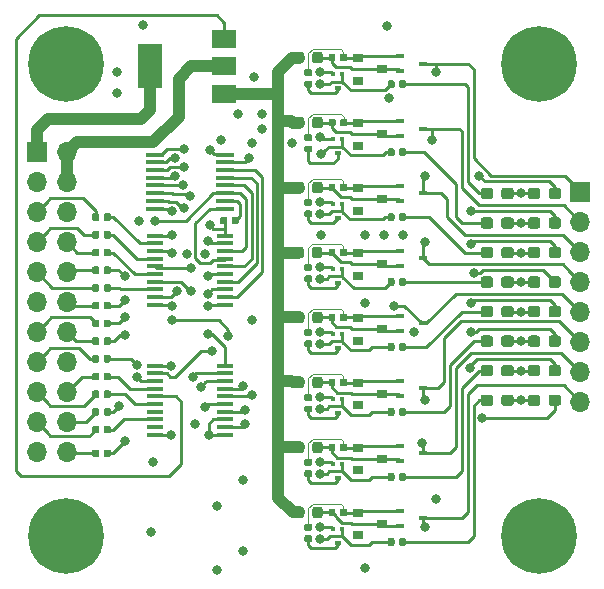
<source format=gbr>
G04 #@! TF.GenerationSoftware,KiCad,Pcbnew,(5.1.0)-1*
G04 #@! TF.CreationDate,2019-05-12T16:35:28-05:00*
G04 #@! TF.ProjectId,GPIODriverVer1,4750494f-4472-4697-9665-72566572312e,rev?*
G04 #@! TF.SameCoordinates,Original*
G04 #@! TF.FileFunction,Copper,L1,Top*
G04 #@! TF.FilePolarity,Positive*
%FSLAX46Y46*%
G04 Gerber Fmt 4.6, Leading zero omitted, Abs format (unit mm)*
G04 Created by KiCad (PCBNEW (5.1.0)-1) date 2019-05-12 16:35:28*
%MOMM*%
%LPD*%
G04 APERTURE LIST*
%ADD10C,0.800000*%
%ADD11C,6.400000*%
%ADD12R,0.700000X0.450000*%
%ADD13O,1.700000X1.700000*%
%ADD14R,1.700000X1.700000*%
%ADD15C,0.100000*%
%ADD16C,0.950000*%
%ADD17R,0.900000X0.800000*%
%ADD18C,0.875000*%
%ADD19R,0.500000X0.450000*%
%ADD20R,0.400000X0.450000*%
%ADD21C,0.590000*%
%ADD22R,1.450000X0.450000*%
%ADD23R,2.000000X3.800000*%
%ADD24R,2.000000X1.500000*%
%ADD25R,1.500000X0.450000*%
%ADD26C,0.250000*%
%ADD27C,1.000000*%
%ADD28C,0.125000*%
%ADD29C,0.500000*%
G04 APERTURE END LIST*
D10*
X122947056Y-123802944D03*
X121250000Y-123100000D03*
X119552944Y-123802944D03*
X118850000Y-125500000D03*
X119552944Y-127197056D03*
X121250000Y-127900000D03*
X122947056Y-127197056D03*
X123650000Y-125500000D03*
D11*
X121250000Y-125500000D03*
D10*
X162947056Y-123802944D03*
X161250000Y-123100000D03*
X159552944Y-123802944D03*
X158850000Y-125500000D03*
X159552944Y-127197056D03*
X161250000Y-127900000D03*
X162947056Y-127197056D03*
X163650000Y-125500000D03*
D11*
X161250000Y-125500000D03*
D10*
X122947056Y-83802944D03*
X121250000Y-83100000D03*
X119552944Y-83802944D03*
X118850000Y-85500000D03*
X119552944Y-87197056D03*
X121250000Y-87900000D03*
X122947056Y-87197056D03*
X123650000Y-85500000D03*
D11*
X121250000Y-85500000D03*
D10*
X162947056Y-83802944D03*
X161250000Y-83100000D03*
X159552944Y-83802944D03*
X158850000Y-85500000D03*
X159552944Y-87197056D03*
X161250000Y-87900000D03*
X162947056Y-87197056D03*
X163650000Y-85500000D03*
D11*
X161250000Y-85500000D03*
D12*
X151500000Y-124000000D03*
X149500000Y-124650000D03*
X149500000Y-123350000D03*
X151500000Y-118500000D03*
X149500000Y-119150000D03*
X149500000Y-117850000D03*
X151500000Y-113000000D03*
X149500000Y-113650000D03*
X149500000Y-112350000D03*
X151500000Y-107500000D03*
X149500000Y-108150000D03*
X149500000Y-106850000D03*
X151500000Y-102000000D03*
X149500000Y-102650000D03*
X149500000Y-101350000D03*
X151500000Y-96500000D03*
X149500000Y-97150000D03*
X149500000Y-95850000D03*
X151500000Y-91000000D03*
X149500000Y-91650000D03*
X149500000Y-90350000D03*
X151500000Y-85500000D03*
X149500000Y-86150000D03*
X149500000Y-84850000D03*
D13*
X121290000Y-118400000D03*
X118750000Y-118400000D03*
X121290000Y-115860000D03*
X118750000Y-115860000D03*
X121290000Y-113320000D03*
X118750000Y-113320000D03*
X121290000Y-110780000D03*
X118750000Y-110780000D03*
X121290000Y-108240000D03*
X118750000Y-108240000D03*
X121290000Y-105700000D03*
X118750000Y-105700000D03*
X121290000Y-103160000D03*
X118750000Y-103160000D03*
X121290000Y-100620000D03*
X118750000Y-100620000D03*
X121290000Y-98080000D03*
X118750000Y-98080000D03*
X121290000Y-95540000D03*
X118750000Y-95540000D03*
X121290000Y-93000000D03*
D14*
X118750000Y-93000000D03*
D15*
G36*
X157185779Y-96026144D02*
G01*
X157208834Y-96029563D01*
X157231443Y-96035227D01*
X157253387Y-96043079D01*
X157274457Y-96053044D01*
X157294448Y-96065026D01*
X157313168Y-96078910D01*
X157330438Y-96094562D01*
X157346090Y-96111832D01*
X157359974Y-96130552D01*
X157371956Y-96150543D01*
X157381921Y-96171613D01*
X157389773Y-96193557D01*
X157395437Y-96216166D01*
X157398856Y-96239221D01*
X157400000Y-96262500D01*
X157400000Y-96737500D01*
X157398856Y-96760779D01*
X157395437Y-96783834D01*
X157389773Y-96806443D01*
X157381921Y-96828387D01*
X157371956Y-96849457D01*
X157359974Y-96869448D01*
X157346090Y-96888168D01*
X157330438Y-96905438D01*
X157313168Y-96921090D01*
X157294448Y-96934974D01*
X157274457Y-96946956D01*
X157253387Y-96956921D01*
X157231443Y-96964773D01*
X157208834Y-96970437D01*
X157185779Y-96973856D01*
X157162500Y-96975000D01*
X156587500Y-96975000D01*
X156564221Y-96973856D01*
X156541166Y-96970437D01*
X156518557Y-96964773D01*
X156496613Y-96956921D01*
X156475543Y-96946956D01*
X156455552Y-96934974D01*
X156436832Y-96921090D01*
X156419562Y-96905438D01*
X156403910Y-96888168D01*
X156390026Y-96869448D01*
X156378044Y-96849457D01*
X156368079Y-96828387D01*
X156360227Y-96806443D01*
X156354563Y-96783834D01*
X156351144Y-96760779D01*
X156350000Y-96737500D01*
X156350000Y-96262500D01*
X156351144Y-96239221D01*
X156354563Y-96216166D01*
X156360227Y-96193557D01*
X156368079Y-96171613D01*
X156378044Y-96150543D01*
X156390026Y-96130552D01*
X156403910Y-96111832D01*
X156419562Y-96094562D01*
X156436832Y-96078910D01*
X156455552Y-96065026D01*
X156475543Y-96053044D01*
X156496613Y-96043079D01*
X156518557Y-96035227D01*
X156541166Y-96029563D01*
X156564221Y-96026144D01*
X156587500Y-96025000D01*
X157162500Y-96025000D01*
X157185779Y-96026144D01*
X157185779Y-96026144D01*
G37*
D16*
X156875000Y-96500000D03*
D15*
G36*
X158935779Y-96026144D02*
G01*
X158958834Y-96029563D01*
X158981443Y-96035227D01*
X159003387Y-96043079D01*
X159024457Y-96053044D01*
X159044448Y-96065026D01*
X159063168Y-96078910D01*
X159080438Y-96094562D01*
X159096090Y-96111832D01*
X159109974Y-96130552D01*
X159121956Y-96150543D01*
X159131921Y-96171613D01*
X159139773Y-96193557D01*
X159145437Y-96216166D01*
X159148856Y-96239221D01*
X159150000Y-96262500D01*
X159150000Y-96737500D01*
X159148856Y-96760779D01*
X159145437Y-96783834D01*
X159139773Y-96806443D01*
X159131921Y-96828387D01*
X159121956Y-96849457D01*
X159109974Y-96869448D01*
X159096090Y-96888168D01*
X159080438Y-96905438D01*
X159063168Y-96921090D01*
X159044448Y-96934974D01*
X159024457Y-96946956D01*
X159003387Y-96956921D01*
X158981443Y-96964773D01*
X158958834Y-96970437D01*
X158935779Y-96973856D01*
X158912500Y-96975000D01*
X158337500Y-96975000D01*
X158314221Y-96973856D01*
X158291166Y-96970437D01*
X158268557Y-96964773D01*
X158246613Y-96956921D01*
X158225543Y-96946956D01*
X158205552Y-96934974D01*
X158186832Y-96921090D01*
X158169562Y-96905438D01*
X158153910Y-96888168D01*
X158140026Y-96869448D01*
X158128044Y-96849457D01*
X158118079Y-96828387D01*
X158110227Y-96806443D01*
X158104563Y-96783834D01*
X158101144Y-96760779D01*
X158100000Y-96737500D01*
X158100000Y-96262500D01*
X158101144Y-96239221D01*
X158104563Y-96216166D01*
X158110227Y-96193557D01*
X158118079Y-96171613D01*
X158128044Y-96150543D01*
X158140026Y-96130552D01*
X158153910Y-96111832D01*
X158169562Y-96094562D01*
X158186832Y-96078910D01*
X158205552Y-96065026D01*
X158225543Y-96053044D01*
X158246613Y-96043079D01*
X158268557Y-96035227D01*
X158291166Y-96029563D01*
X158314221Y-96026144D01*
X158337500Y-96025000D01*
X158912500Y-96025000D01*
X158935779Y-96026144D01*
X158935779Y-96026144D01*
G37*
D16*
X158625000Y-96500000D03*
D15*
G36*
X161185779Y-96026144D02*
G01*
X161208834Y-96029563D01*
X161231443Y-96035227D01*
X161253387Y-96043079D01*
X161274457Y-96053044D01*
X161294448Y-96065026D01*
X161313168Y-96078910D01*
X161330438Y-96094562D01*
X161346090Y-96111832D01*
X161359974Y-96130552D01*
X161371956Y-96150543D01*
X161381921Y-96171613D01*
X161389773Y-96193557D01*
X161395437Y-96216166D01*
X161398856Y-96239221D01*
X161400000Y-96262500D01*
X161400000Y-96737500D01*
X161398856Y-96760779D01*
X161395437Y-96783834D01*
X161389773Y-96806443D01*
X161381921Y-96828387D01*
X161371956Y-96849457D01*
X161359974Y-96869448D01*
X161346090Y-96888168D01*
X161330438Y-96905438D01*
X161313168Y-96921090D01*
X161294448Y-96934974D01*
X161274457Y-96946956D01*
X161253387Y-96956921D01*
X161231443Y-96964773D01*
X161208834Y-96970437D01*
X161185779Y-96973856D01*
X161162500Y-96975000D01*
X160587500Y-96975000D01*
X160564221Y-96973856D01*
X160541166Y-96970437D01*
X160518557Y-96964773D01*
X160496613Y-96956921D01*
X160475543Y-96946956D01*
X160455552Y-96934974D01*
X160436832Y-96921090D01*
X160419562Y-96905438D01*
X160403910Y-96888168D01*
X160390026Y-96869448D01*
X160378044Y-96849457D01*
X160368079Y-96828387D01*
X160360227Y-96806443D01*
X160354563Y-96783834D01*
X160351144Y-96760779D01*
X160350000Y-96737500D01*
X160350000Y-96262500D01*
X160351144Y-96239221D01*
X160354563Y-96216166D01*
X160360227Y-96193557D01*
X160368079Y-96171613D01*
X160378044Y-96150543D01*
X160390026Y-96130552D01*
X160403910Y-96111832D01*
X160419562Y-96094562D01*
X160436832Y-96078910D01*
X160455552Y-96065026D01*
X160475543Y-96053044D01*
X160496613Y-96043079D01*
X160518557Y-96035227D01*
X160541166Y-96029563D01*
X160564221Y-96026144D01*
X160587500Y-96025000D01*
X161162500Y-96025000D01*
X161185779Y-96026144D01*
X161185779Y-96026144D01*
G37*
D16*
X160875000Y-96500000D03*
D15*
G36*
X162935779Y-96026144D02*
G01*
X162958834Y-96029563D01*
X162981443Y-96035227D01*
X163003387Y-96043079D01*
X163024457Y-96053044D01*
X163044448Y-96065026D01*
X163063168Y-96078910D01*
X163080438Y-96094562D01*
X163096090Y-96111832D01*
X163109974Y-96130552D01*
X163121956Y-96150543D01*
X163131921Y-96171613D01*
X163139773Y-96193557D01*
X163145437Y-96216166D01*
X163148856Y-96239221D01*
X163150000Y-96262500D01*
X163150000Y-96737500D01*
X163148856Y-96760779D01*
X163145437Y-96783834D01*
X163139773Y-96806443D01*
X163131921Y-96828387D01*
X163121956Y-96849457D01*
X163109974Y-96869448D01*
X163096090Y-96888168D01*
X163080438Y-96905438D01*
X163063168Y-96921090D01*
X163044448Y-96934974D01*
X163024457Y-96946956D01*
X163003387Y-96956921D01*
X162981443Y-96964773D01*
X162958834Y-96970437D01*
X162935779Y-96973856D01*
X162912500Y-96975000D01*
X162337500Y-96975000D01*
X162314221Y-96973856D01*
X162291166Y-96970437D01*
X162268557Y-96964773D01*
X162246613Y-96956921D01*
X162225543Y-96946956D01*
X162205552Y-96934974D01*
X162186832Y-96921090D01*
X162169562Y-96905438D01*
X162153910Y-96888168D01*
X162140026Y-96869448D01*
X162128044Y-96849457D01*
X162118079Y-96828387D01*
X162110227Y-96806443D01*
X162104563Y-96783834D01*
X162101144Y-96760779D01*
X162100000Y-96737500D01*
X162100000Y-96262500D01*
X162101144Y-96239221D01*
X162104563Y-96216166D01*
X162110227Y-96193557D01*
X162118079Y-96171613D01*
X162128044Y-96150543D01*
X162140026Y-96130552D01*
X162153910Y-96111832D01*
X162169562Y-96094562D01*
X162186832Y-96078910D01*
X162205552Y-96065026D01*
X162225543Y-96053044D01*
X162246613Y-96043079D01*
X162268557Y-96035227D01*
X162291166Y-96029563D01*
X162314221Y-96026144D01*
X162337500Y-96025000D01*
X162912500Y-96025000D01*
X162935779Y-96026144D01*
X162935779Y-96026144D01*
G37*
D16*
X162625000Y-96500000D03*
D15*
G36*
X157185779Y-98526144D02*
G01*
X157208834Y-98529563D01*
X157231443Y-98535227D01*
X157253387Y-98543079D01*
X157274457Y-98553044D01*
X157294448Y-98565026D01*
X157313168Y-98578910D01*
X157330438Y-98594562D01*
X157346090Y-98611832D01*
X157359974Y-98630552D01*
X157371956Y-98650543D01*
X157381921Y-98671613D01*
X157389773Y-98693557D01*
X157395437Y-98716166D01*
X157398856Y-98739221D01*
X157400000Y-98762500D01*
X157400000Y-99237500D01*
X157398856Y-99260779D01*
X157395437Y-99283834D01*
X157389773Y-99306443D01*
X157381921Y-99328387D01*
X157371956Y-99349457D01*
X157359974Y-99369448D01*
X157346090Y-99388168D01*
X157330438Y-99405438D01*
X157313168Y-99421090D01*
X157294448Y-99434974D01*
X157274457Y-99446956D01*
X157253387Y-99456921D01*
X157231443Y-99464773D01*
X157208834Y-99470437D01*
X157185779Y-99473856D01*
X157162500Y-99475000D01*
X156587500Y-99475000D01*
X156564221Y-99473856D01*
X156541166Y-99470437D01*
X156518557Y-99464773D01*
X156496613Y-99456921D01*
X156475543Y-99446956D01*
X156455552Y-99434974D01*
X156436832Y-99421090D01*
X156419562Y-99405438D01*
X156403910Y-99388168D01*
X156390026Y-99369448D01*
X156378044Y-99349457D01*
X156368079Y-99328387D01*
X156360227Y-99306443D01*
X156354563Y-99283834D01*
X156351144Y-99260779D01*
X156350000Y-99237500D01*
X156350000Y-98762500D01*
X156351144Y-98739221D01*
X156354563Y-98716166D01*
X156360227Y-98693557D01*
X156368079Y-98671613D01*
X156378044Y-98650543D01*
X156390026Y-98630552D01*
X156403910Y-98611832D01*
X156419562Y-98594562D01*
X156436832Y-98578910D01*
X156455552Y-98565026D01*
X156475543Y-98553044D01*
X156496613Y-98543079D01*
X156518557Y-98535227D01*
X156541166Y-98529563D01*
X156564221Y-98526144D01*
X156587500Y-98525000D01*
X157162500Y-98525000D01*
X157185779Y-98526144D01*
X157185779Y-98526144D01*
G37*
D16*
X156875000Y-99000000D03*
D15*
G36*
X158935779Y-98526144D02*
G01*
X158958834Y-98529563D01*
X158981443Y-98535227D01*
X159003387Y-98543079D01*
X159024457Y-98553044D01*
X159044448Y-98565026D01*
X159063168Y-98578910D01*
X159080438Y-98594562D01*
X159096090Y-98611832D01*
X159109974Y-98630552D01*
X159121956Y-98650543D01*
X159131921Y-98671613D01*
X159139773Y-98693557D01*
X159145437Y-98716166D01*
X159148856Y-98739221D01*
X159150000Y-98762500D01*
X159150000Y-99237500D01*
X159148856Y-99260779D01*
X159145437Y-99283834D01*
X159139773Y-99306443D01*
X159131921Y-99328387D01*
X159121956Y-99349457D01*
X159109974Y-99369448D01*
X159096090Y-99388168D01*
X159080438Y-99405438D01*
X159063168Y-99421090D01*
X159044448Y-99434974D01*
X159024457Y-99446956D01*
X159003387Y-99456921D01*
X158981443Y-99464773D01*
X158958834Y-99470437D01*
X158935779Y-99473856D01*
X158912500Y-99475000D01*
X158337500Y-99475000D01*
X158314221Y-99473856D01*
X158291166Y-99470437D01*
X158268557Y-99464773D01*
X158246613Y-99456921D01*
X158225543Y-99446956D01*
X158205552Y-99434974D01*
X158186832Y-99421090D01*
X158169562Y-99405438D01*
X158153910Y-99388168D01*
X158140026Y-99369448D01*
X158128044Y-99349457D01*
X158118079Y-99328387D01*
X158110227Y-99306443D01*
X158104563Y-99283834D01*
X158101144Y-99260779D01*
X158100000Y-99237500D01*
X158100000Y-98762500D01*
X158101144Y-98739221D01*
X158104563Y-98716166D01*
X158110227Y-98693557D01*
X158118079Y-98671613D01*
X158128044Y-98650543D01*
X158140026Y-98630552D01*
X158153910Y-98611832D01*
X158169562Y-98594562D01*
X158186832Y-98578910D01*
X158205552Y-98565026D01*
X158225543Y-98553044D01*
X158246613Y-98543079D01*
X158268557Y-98535227D01*
X158291166Y-98529563D01*
X158314221Y-98526144D01*
X158337500Y-98525000D01*
X158912500Y-98525000D01*
X158935779Y-98526144D01*
X158935779Y-98526144D01*
G37*
D16*
X158625000Y-99000000D03*
D15*
G36*
X161185779Y-98526144D02*
G01*
X161208834Y-98529563D01*
X161231443Y-98535227D01*
X161253387Y-98543079D01*
X161274457Y-98553044D01*
X161294448Y-98565026D01*
X161313168Y-98578910D01*
X161330438Y-98594562D01*
X161346090Y-98611832D01*
X161359974Y-98630552D01*
X161371956Y-98650543D01*
X161381921Y-98671613D01*
X161389773Y-98693557D01*
X161395437Y-98716166D01*
X161398856Y-98739221D01*
X161400000Y-98762500D01*
X161400000Y-99237500D01*
X161398856Y-99260779D01*
X161395437Y-99283834D01*
X161389773Y-99306443D01*
X161381921Y-99328387D01*
X161371956Y-99349457D01*
X161359974Y-99369448D01*
X161346090Y-99388168D01*
X161330438Y-99405438D01*
X161313168Y-99421090D01*
X161294448Y-99434974D01*
X161274457Y-99446956D01*
X161253387Y-99456921D01*
X161231443Y-99464773D01*
X161208834Y-99470437D01*
X161185779Y-99473856D01*
X161162500Y-99475000D01*
X160587500Y-99475000D01*
X160564221Y-99473856D01*
X160541166Y-99470437D01*
X160518557Y-99464773D01*
X160496613Y-99456921D01*
X160475543Y-99446956D01*
X160455552Y-99434974D01*
X160436832Y-99421090D01*
X160419562Y-99405438D01*
X160403910Y-99388168D01*
X160390026Y-99369448D01*
X160378044Y-99349457D01*
X160368079Y-99328387D01*
X160360227Y-99306443D01*
X160354563Y-99283834D01*
X160351144Y-99260779D01*
X160350000Y-99237500D01*
X160350000Y-98762500D01*
X160351144Y-98739221D01*
X160354563Y-98716166D01*
X160360227Y-98693557D01*
X160368079Y-98671613D01*
X160378044Y-98650543D01*
X160390026Y-98630552D01*
X160403910Y-98611832D01*
X160419562Y-98594562D01*
X160436832Y-98578910D01*
X160455552Y-98565026D01*
X160475543Y-98553044D01*
X160496613Y-98543079D01*
X160518557Y-98535227D01*
X160541166Y-98529563D01*
X160564221Y-98526144D01*
X160587500Y-98525000D01*
X161162500Y-98525000D01*
X161185779Y-98526144D01*
X161185779Y-98526144D01*
G37*
D16*
X160875000Y-99000000D03*
D15*
G36*
X162935779Y-98526144D02*
G01*
X162958834Y-98529563D01*
X162981443Y-98535227D01*
X163003387Y-98543079D01*
X163024457Y-98553044D01*
X163044448Y-98565026D01*
X163063168Y-98578910D01*
X163080438Y-98594562D01*
X163096090Y-98611832D01*
X163109974Y-98630552D01*
X163121956Y-98650543D01*
X163131921Y-98671613D01*
X163139773Y-98693557D01*
X163145437Y-98716166D01*
X163148856Y-98739221D01*
X163150000Y-98762500D01*
X163150000Y-99237500D01*
X163148856Y-99260779D01*
X163145437Y-99283834D01*
X163139773Y-99306443D01*
X163131921Y-99328387D01*
X163121956Y-99349457D01*
X163109974Y-99369448D01*
X163096090Y-99388168D01*
X163080438Y-99405438D01*
X163063168Y-99421090D01*
X163044448Y-99434974D01*
X163024457Y-99446956D01*
X163003387Y-99456921D01*
X162981443Y-99464773D01*
X162958834Y-99470437D01*
X162935779Y-99473856D01*
X162912500Y-99475000D01*
X162337500Y-99475000D01*
X162314221Y-99473856D01*
X162291166Y-99470437D01*
X162268557Y-99464773D01*
X162246613Y-99456921D01*
X162225543Y-99446956D01*
X162205552Y-99434974D01*
X162186832Y-99421090D01*
X162169562Y-99405438D01*
X162153910Y-99388168D01*
X162140026Y-99369448D01*
X162128044Y-99349457D01*
X162118079Y-99328387D01*
X162110227Y-99306443D01*
X162104563Y-99283834D01*
X162101144Y-99260779D01*
X162100000Y-99237500D01*
X162100000Y-98762500D01*
X162101144Y-98739221D01*
X162104563Y-98716166D01*
X162110227Y-98693557D01*
X162118079Y-98671613D01*
X162128044Y-98650543D01*
X162140026Y-98630552D01*
X162153910Y-98611832D01*
X162169562Y-98594562D01*
X162186832Y-98578910D01*
X162205552Y-98565026D01*
X162225543Y-98553044D01*
X162246613Y-98543079D01*
X162268557Y-98535227D01*
X162291166Y-98529563D01*
X162314221Y-98526144D01*
X162337500Y-98525000D01*
X162912500Y-98525000D01*
X162935779Y-98526144D01*
X162935779Y-98526144D01*
G37*
D16*
X162625000Y-99000000D03*
D15*
G36*
X157185779Y-101026144D02*
G01*
X157208834Y-101029563D01*
X157231443Y-101035227D01*
X157253387Y-101043079D01*
X157274457Y-101053044D01*
X157294448Y-101065026D01*
X157313168Y-101078910D01*
X157330438Y-101094562D01*
X157346090Y-101111832D01*
X157359974Y-101130552D01*
X157371956Y-101150543D01*
X157381921Y-101171613D01*
X157389773Y-101193557D01*
X157395437Y-101216166D01*
X157398856Y-101239221D01*
X157400000Y-101262500D01*
X157400000Y-101737500D01*
X157398856Y-101760779D01*
X157395437Y-101783834D01*
X157389773Y-101806443D01*
X157381921Y-101828387D01*
X157371956Y-101849457D01*
X157359974Y-101869448D01*
X157346090Y-101888168D01*
X157330438Y-101905438D01*
X157313168Y-101921090D01*
X157294448Y-101934974D01*
X157274457Y-101946956D01*
X157253387Y-101956921D01*
X157231443Y-101964773D01*
X157208834Y-101970437D01*
X157185779Y-101973856D01*
X157162500Y-101975000D01*
X156587500Y-101975000D01*
X156564221Y-101973856D01*
X156541166Y-101970437D01*
X156518557Y-101964773D01*
X156496613Y-101956921D01*
X156475543Y-101946956D01*
X156455552Y-101934974D01*
X156436832Y-101921090D01*
X156419562Y-101905438D01*
X156403910Y-101888168D01*
X156390026Y-101869448D01*
X156378044Y-101849457D01*
X156368079Y-101828387D01*
X156360227Y-101806443D01*
X156354563Y-101783834D01*
X156351144Y-101760779D01*
X156350000Y-101737500D01*
X156350000Y-101262500D01*
X156351144Y-101239221D01*
X156354563Y-101216166D01*
X156360227Y-101193557D01*
X156368079Y-101171613D01*
X156378044Y-101150543D01*
X156390026Y-101130552D01*
X156403910Y-101111832D01*
X156419562Y-101094562D01*
X156436832Y-101078910D01*
X156455552Y-101065026D01*
X156475543Y-101053044D01*
X156496613Y-101043079D01*
X156518557Y-101035227D01*
X156541166Y-101029563D01*
X156564221Y-101026144D01*
X156587500Y-101025000D01*
X157162500Y-101025000D01*
X157185779Y-101026144D01*
X157185779Y-101026144D01*
G37*
D16*
X156875000Y-101500000D03*
D15*
G36*
X158935779Y-101026144D02*
G01*
X158958834Y-101029563D01*
X158981443Y-101035227D01*
X159003387Y-101043079D01*
X159024457Y-101053044D01*
X159044448Y-101065026D01*
X159063168Y-101078910D01*
X159080438Y-101094562D01*
X159096090Y-101111832D01*
X159109974Y-101130552D01*
X159121956Y-101150543D01*
X159131921Y-101171613D01*
X159139773Y-101193557D01*
X159145437Y-101216166D01*
X159148856Y-101239221D01*
X159150000Y-101262500D01*
X159150000Y-101737500D01*
X159148856Y-101760779D01*
X159145437Y-101783834D01*
X159139773Y-101806443D01*
X159131921Y-101828387D01*
X159121956Y-101849457D01*
X159109974Y-101869448D01*
X159096090Y-101888168D01*
X159080438Y-101905438D01*
X159063168Y-101921090D01*
X159044448Y-101934974D01*
X159024457Y-101946956D01*
X159003387Y-101956921D01*
X158981443Y-101964773D01*
X158958834Y-101970437D01*
X158935779Y-101973856D01*
X158912500Y-101975000D01*
X158337500Y-101975000D01*
X158314221Y-101973856D01*
X158291166Y-101970437D01*
X158268557Y-101964773D01*
X158246613Y-101956921D01*
X158225543Y-101946956D01*
X158205552Y-101934974D01*
X158186832Y-101921090D01*
X158169562Y-101905438D01*
X158153910Y-101888168D01*
X158140026Y-101869448D01*
X158128044Y-101849457D01*
X158118079Y-101828387D01*
X158110227Y-101806443D01*
X158104563Y-101783834D01*
X158101144Y-101760779D01*
X158100000Y-101737500D01*
X158100000Y-101262500D01*
X158101144Y-101239221D01*
X158104563Y-101216166D01*
X158110227Y-101193557D01*
X158118079Y-101171613D01*
X158128044Y-101150543D01*
X158140026Y-101130552D01*
X158153910Y-101111832D01*
X158169562Y-101094562D01*
X158186832Y-101078910D01*
X158205552Y-101065026D01*
X158225543Y-101053044D01*
X158246613Y-101043079D01*
X158268557Y-101035227D01*
X158291166Y-101029563D01*
X158314221Y-101026144D01*
X158337500Y-101025000D01*
X158912500Y-101025000D01*
X158935779Y-101026144D01*
X158935779Y-101026144D01*
G37*
D16*
X158625000Y-101500000D03*
D15*
G36*
X161185779Y-101026144D02*
G01*
X161208834Y-101029563D01*
X161231443Y-101035227D01*
X161253387Y-101043079D01*
X161274457Y-101053044D01*
X161294448Y-101065026D01*
X161313168Y-101078910D01*
X161330438Y-101094562D01*
X161346090Y-101111832D01*
X161359974Y-101130552D01*
X161371956Y-101150543D01*
X161381921Y-101171613D01*
X161389773Y-101193557D01*
X161395437Y-101216166D01*
X161398856Y-101239221D01*
X161400000Y-101262500D01*
X161400000Y-101737500D01*
X161398856Y-101760779D01*
X161395437Y-101783834D01*
X161389773Y-101806443D01*
X161381921Y-101828387D01*
X161371956Y-101849457D01*
X161359974Y-101869448D01*
X161346090Y-101888168D01*
X161330438Y-101905438D01*
X161313168Y-101921090D01*
X161294448Y-101934974D01*
X161274457Y-101946956D01*
X161253387Y-101956921D01*
X161231443Y-101964773D01*
X161208834Y-101970437D01*
X161185779Y-101973856D01*
X161162500Y-101975000D01*
X160587500Y-101975000D01*
X160564221Y-101973856D01*
X160541166Y-101970437D01*
X160518557Y-101964773D01*
X160496613Y-101956921D01*
X160475543Y-101946956D01*
X160455552Y-101934974D01*
X160436832Y-101921090D01*
X160419562Y-101905438D01*
X160403910Y-101888168D01*
X160390026Y-101869448D01*
X160378044Y-101849457D01*
X160368079Y-101828387D01*
X160360227Y-101806443D01*
X160354563Y-101783834D01*
X160351144Y-101760779D01*
X160350000Y-101737500D01*
X160350000Y-101262500D01*
X160351144Y-101239221D01*
X160354563Y-101216166D01*
X160360227Y-101193557D01*
X160368079Y-101171613D01*
X160378044Y-101150543D01*
X160390026Y-101130552D01*
X160403910Y-101111832D01*
X160419562Y-101094562D01*
X160436832Y-101078910D01*
X160455552Y-101065026D01*
X160475543Y-101053044D01*
X160496613Y-101043079D01*
X160518557Y-101035227D01*
X160541166Y-101029563D01*
X160564221Y-101026144D01*
X160587500Y-101025000D01*
X161162500Y-101025000D01*
X161185779Y-101026144D01*
X161185779Y-101026144D01*
G37*
D16*
X160875000Y-101500000D03*
D15*
G36*
X162935779Y-101026144D02*
G01*
X162958834Y-101029563D01*
X162981443Y-101035227D01*
X163003387Y-101043079D01*
X163024457Y-101053044D01*
X163044448Y-101065026D01*
X163063168Y-101078910D01*
X163080438Y-101094562D01*
X163096090Y-101111832D01*
X163109974Y-101130552D01*
X163121956Y-101150543D01*
X163131921Y-101171613D01*
X163139773Y-101193557D01*
X163145437Y-101216166D01*
X163148856Y-101239221D01*
X163150000Y-101262500D01*
X163150000Y-101737500D01*
X163148856Y-101760779D01*
X163145437Y-101783834D01*
X163139773Y-101806443D01*
X163131921Y-101828387D01*
X163121956Y-101849457D01*
X163109974Y-101869448D01*
X163096090Y-101888168D01*
X163080438Y-101905438D01*
X163063168Y-101921090D01*
X163044448Y-101934974D01*
X163024457Y-101946956D01*
X163003387Y-101956921D01*
X162981443Y-101964773D01*
X162958834Y-101970437D01*
X162935779Y-101973856D01*
X162912500Y-101975000D01*
X162337500Y-101975000D01*
X162314221Y-101973856D01*
X162291166Y-101970437D01*
X162268557Y-101964773D01*
X162246613Y-101956921D01*
X162225543Y-101946956D01*
X162205552Y-101934974D01*
X162186832Y-101921090D01*
X162169562Y-101905438D01*
X162153910Y-101888168D01*
X162140026Y-101869448D01*
X162128044Y-101849457D01*
X162118079Y-101828387D01*
X162110227Y-101806443D01*
X162104563Y-101783834D01*
X162101144Y-101760779D01*
X162100000Y-101737500D01*
X162100000Y-101262500D01*
X162101144Y-101239221D01*
X162104563Y-101216166D01*
X162110227Y-101193557D01*
X162118079Y-101171613D01*
X162128044Y-101150543D01*
X162140026Y-101130552D01*
X162153910Y-101111832D01*
X162169562Y-101094562D01*
X162186832Y-101078910D01*
X162205552Y-101065026D01*
X162225543Y-101053044D01*
X162246613Y-101043079D01*
X162268557Y-101035227D01*
X162291166Y-101029563D01*
X162314221Y-101026144D01*
X162337500Y-101025000D01*
X162912500Y-101025000D01*
X162935779Y-101026144D01*
X162935779Y-101026144D01*
G37*
D16*
X162625000Y-101500000D03*
D15*
G36*
X158935779Y-103526144D02*
G01*
X158958834Y-103529563D01*
X158981443Y-103535227D01*
X159003387Y-103543079D01*
X159024457Y-103553044D01*
X159044448Y-103565026D01*
X159063168Y-103578910D01*
X159080438Y-103594562D01*
X159096090Y-103611832D01*
X159109974Y-103630552D01*
X159121956Y-103650543D01*
X159131921Y-103671613D01*
X159139773Y-103693557D01*
X159145437Y-103716166D01*
X159148856Y-103739221D01*
X159150000Y-103762500D01*
X159150000Y-104237500D01*
X159148856Y-104260779D01*
X159145437Y-104283834D01*
X159139773Y-104306443D01*
X159131921Y-104328387D01*
X159121956Y-104349457D01*
X159109974Y-104369448D01*
X159096090Y-104388168D01*
X159080438Y-104405438D01*
X159063168Y-104421090D01*
X159044448Y-104434974D01*
X159024457Y-104446956D01*
X159003387Y-104456921D01*
X158981443Y-104464773D01*
X158958834Y-104470437D01*
X158935779Y-104473856D01*
X158912500Y-104475000D01*
X158337500Y-104475000D01*
X158314221Y-104473856D01*
X158291166Y-104470437D01*
X158268557Y-104464773D01*
X158246613Y-104456921D01*
X158225543Y-104446956D01*
X158205552Y-104434974D01*
X158186832Y-104421090D01*
X158169562Y-104405438D01*
X158153910Y-104388168D01*
X158140026Y-104369448D01*
X158128044Y-104349457D01*
X158118079Y-104328387D01*
X158110227Y-104306443D01*
X158104563Y-104283834D01*
X158101144Y-104260779D01*
X158100000Y-104237500D01*
X158100000Y-103762500D01*
X158101144Y-103739221D01*
X158104563Y-103716166D01*
X158110227Y-103693557D01*
X158118079Y-103671613D01*
X158128044Y-103650543D01*
X158140026Y-103630552D01*
X158153910Y-103611832D01*
X158169562Y-103594562D01*
X158186832Y-103578910D01*
X158205552Y-103565026D01*
X158225543Y-103553044D01*
X158246613Y-103543079D01*
X158268557Y-103535227D01*
X158291166Y-103529563D01*
X158314221Y-103526144D01*
X158337500Y-103525000D01*
X158912500Y-103525000D01*
X158935779Y-103526144D01*
X158935779Y-103526144D01*
G37*
D16*
X158625000Y-104000000D03*
D15*
G36*
X157185779Y-103526144D02*
G01*
X157208834Y-103529563D01*
X157231443Y-103535227D01*
X157253387Y-103543079D01*
X157274457Y-103553044D01*
X157294448Y-103565026D01*
X157313168Y-103578910D01*
X157330438Y-103594562D01*
X157346090Y-103611832D01*
X157359974Y-103630552D01*
X157371956Y-103650543D01*
X157381921Y-103671613D01*
X157389773Y-103693557D01*
X157395437Y-103716166D01*
X157398856Y-103739221D01*
X157400000Y-103762500D01*
X157400000Y-104237500D01*
X157398856Y-104260779D01*
X157395437Y-104283834D01*
X157389773Y-104306443D01*
X157381921Y-104328387D01*
X157371956Y-104349457D01*
X157359974Y-104369448D01*
X157346090Y-104388168D01*
X157330438Y-104405438D01*
X157313168Y-104421090D01*
X157294448Y-104434974D01*
X157274457Y-104446956D01*
X157253387Y-104456921D01*
X157231443Y-104464773D01*
X157208834Y-104470437D01*
X157185779Y-104473856D01*
X157162500Y-104475000D01*
X156587500Y-104475000D01*
X156564221Y-104473856D01*
X156541166Y-104470437D01*
X156518557Y-104464773D01*
X156496613Y-104456921D01*
X156475543Y-104446956D01*
X156455552Y-104434974D01*
X156436832Y-104421090D01*
X156419562Y-104405438D01*
X156403910Y-104388168D01*
X156390026Y-104369448D01*
X156378044Y-104349457D01*
X156368079Y-104328387D01*
X156360227Y-104306443D01*
X156354563Y-104283834D01*
X156351144Y-104260779D01*
X156350000Y-104237500D01*
X156350000Y-103762500D01*
X156351144Y-103739221D01*
X156354563Y-103716166D01*
X156360227Y-103693557D01*
X156368079Y-103671613D01*
X156378044Y-103650543D01*
X156390026Y-103630552D01*
X156403910Y-103611832D01*
X156419562Y-103594562D01*
X156436832Y-103578910D01*
X156455552Y-103565026D01*
X156475543Y-103553044D01*
X156496613Y-103543079D01*
X156518557Y-103535227D01*
X156541166Y-103529563D01*
X156564221Y-103526144D01*
X156587500Y-103525000D01*
X157162500Y-103525000D01*
X157185779Y-103526144D01*
X157185779Y-103526144D01*
G37*
D16*
X156875000Y-104000000D03*
D15*
G36*
X162935779Y-103526144D02*
G01*
X162958834Y-103529563D01*
X162981443Y-103535227D01*
X163003387Y-103543079D01*
X163024457Y-103553044D01*
X163044448Y-103565026D01*
X163063168Y-103578910D01*
X163080438Y-103594562D01*
X163096090Y-103611832D01*
X163109974Y-103630552D01*
X163121956Y-103650543D01*
X163131921Y-103671613D01*
X163139773Y-103693557D01*
X163145437Y-103716166D01*
X163148856Y-103739221D01*
X163150000Y-103762500D01*
X163150000Y-104237500D01*
X163148856Y-104260779D01*
X163145437Y-104283834D01*
X163139773Y-104306443D01*
X163131921Y-104328387D01*
X163121956Y-104349457D01*
X163109974Y-104369448D01*
X163096090Y-104388168D01*
X163080438Y-104405438D01*
X163063168Y-104421090D01*
X163044448Y-104434974D01*
X163024457Y-104446956D01*
X163003387Y-104456921D01*
X162981443Y-104464773D01*
X162958834Y-104470437D01*
X162935779Y-104473856D01*
X162912500Y-104475000D01*
X162337500Y-104475000D01*
X162314221Y-104473856D01*
X162291166Y-104470437D01*
X162268557Y-104464773D01*
X162246613Y-104456921D01*
X162225543Y-104446956D01*
X162205552Y-104434974D01*
X162186832Y-104421090D01*
X162169562Y-104405438D01*
X162153910Y-104388168D01*
X162140026Y-104369448D01*
X162128044Y-104349457D01*
X162118079Y-104328387D01*
X162110227Y-104306443D01*
X162104563Y-104283834D01*
X162101144Y-104260779D01*
X162100000Y-104237500D01*
X162100000Y-103762500D01*
X162101144Y-103739221D01*
X162104563Y-103716166D01*
X162110227Y-103693557D01*
X162118079Y-103671613D01*
X162128044Y-103650543D01*
X162140026Y-103630552D01*
X162153910Y-103611832D01*
X162169562Y-103594562D01*
X162186832Y-103578910D01*
X162205552Y-103565026D01*
X162225543Y-103553044D01*
X162246613Y-103543079D01*
X162268557Y-103535227D01*
X162291166Y-103529563D01*
X162314221Y-103526144D01*
X162337500Y-103525000D01*
X162912500Y-103525000D01*
X162935779Y-103526144D01*
X162935779Y-103526144D01*
G37*
D16*
X162625000Y-104000000D03*
D15*
G36*
X161185779Y-103526144D02*
G01*
X161208834Y-103529563D01*
X161231443Y-103535227D01*
X161253387Y-103543079D01*
X161274457Y-103553044D01*
X161294448Y-103565026D01*
X161313168Y-103578910D01*
X161330438Y-103594562D01*
X161346090Y-103611832D01*
X161359974Y-103630552D01*
X161371956Y-103650543D01*
X161381921Y-103671613D01*
X161389773Y-103693557D01*
X161395437Y-103716166D01*
X161398856Y-103739221D01*
X161400000Y-103762500D01*
X161400000Y-104237500D01*
X161398856Y-104260779D01*
X161395437Y-104283834D01*
X161389773Y-104306443D01*
X161381921Y-104328387D01*
X161371956Y-104349457D01*
X161359974Y-104369448D01*
X161346090Y-104388168D01*
X161330438Y-104405438D01*
X161313168Y-104421090D01*
X161294448Y-104434974D01*
X161274457Y-104446956D01*
X161253387Y-104456921D01*
X161231443Y-104464773D01*
X161208834Y-104470437D01*
X161185779Y-104473856D01*
X161162500Y-104475000D01*
X160587500Y-104475000D01*
X160564221Y-104473856D01*
X160541166Y-104470437D01*
X160518557Y-104464773D01*
X160496613Y-104456921D01*
X160475543Y-104446956D01*
X160455552Y-104434974D01*
X160436832Y-104421090D01*
X160419562Y-104405438D01*
X160403910Y-104388168D01*
X160390026Y-104369448D01*
X160378044Y-104349457D01*
X160368079Y-104328387D01*
X160360227Y-104306443D01*
X160354563Y-104283834D01*
X160351144Y-104260779D01*
X160350000Y-104237500D01*
X160350000Y-103762500D01*
X160351144Y-103739221D01*
X160354563Y-103716166D01*
X160360227Y-103693557D01*
X160368079Y-103671613D01*
X160378044Y-103650543D01*
X160390026Y-103630552D01*
X160403910Y-103611832D01*
X160419562Y-103594562D01*
X160436832Y-103578910D01*
X160455552Y-103565026D01*
X160475543Y-103553044D01*
X160496613Y-103543079D01*
X160518557Y-103535227D01*
X160541166Y-103529563D01*
X160564221Y-103526144D01*
X160587500Y-103525000D01*
X161162500Y-103525000D01*
X161185779Y-103526144D01*
X161185779Y-103526144D01*
G37*
D16*
X160875000Y-104000000D03*
D17*
X148000000Y-86000000D03*
X146000000Y-86950000D03*
X146000000Y-85050000D03*
X148000000Y-91500000D03*
X146000000Y-92450000D03*
X146000000Y-90550000D03*
X146000000Y-96050000D03*
X146000000Y-97950000D03*
X148000000Y-97000000D03*
X146000000Y-101550000D03*
X146000000Y-103450000D03*
X148000000Y-102500000D03*
D15*
G36*
X158935779Y-106026144D02*
G01*
X158958834Y-106029563D01*
X158981443Y-106035227D01*
X159003387Y-106043079D01*
X159024457Y-106053044D01*
X159044448Y-106065026D01*
X159063168Y-106078910D01*
X159080438Y-106094562D01*
X159096090Y-106111832D01*
X159109974Y-106130552D01*
X159121956Y-106150543D01*
X159131921Y-106171613D01*
X159139773Y-106193557D01*
X159145437Y-106216166D01*
X159148856Y-106239221D01*
X159150000Y-106262500D01*
X159150000Y-106737500D01*
X159148856Y-106760779D01*
X159145437Y-106783834D01*
X159139773Y-106806443D01*
X159131921Y-106828387D01*
X159121956Y-106849457D01*
X159109974Y-106869448D01*
X159096090Y-106888168D01*
X159080438Y-106905438D01*
X159063168Y-106921090D01*
X159044448Y-106934974D01*
X159024457Y-106946956D01*
X159003387Y-106956921D01*
X158981443Y-106964773D01*
X158958834Y-106970437D01*
X158935779Y-106973856D01*
X158912500Y-106975000D01*
X158337500Y-106975000D01*
X158314221Y-106973856D01*
X158291166Y-106970437D01*
X158268557Y-106964773D01*
X158246613Y-106956921D01*
X158225543Y-106946956D01*
X158205552Y-106934974D01*
X158186832Y-106921090D01*
X158169562Y-106905438D01*
X158153910Y-106888168D01*
X158140026Y-106869448D01*
X158128044Y-106849457D01*
X158118079Y-106828387D01*
X158110227Y-106806443D01*
X158104563Y-106783834D01*
X158101144Y-106760779D01*
X158100000Y-106737500D01*
X158100000Y-106262500D01*
X158101144Y-106239221D01*
X158104563Y-106216166D01*
X158110227Y-106193557D01*
X158118079Y-106171613D01*
X158128044Y-106150543D01*
X158140026Y-106130552D01*
X158153910Y-106111832D01*
X158169562Y-106094562D01*
X158186832Y-106078910D01*
X158205552Y-106065026D01*
X158225543Y-106053044D01*
X158246613Y-106043079D01*
X158268557Y-106035227D01*
X158291166Y-106029563D01*
X158314221Y-106026144D01*
X158337500Y-106025000D01*
X158912500Y-106025000D01*
X158935779Y-106026144D01*
X158935779Y-106026144D01*
G37*
D16*
X158625000Y-106500000D03*
D15*
G36*
X157185779Y-106026144D02*
G01*
X157208834Y-106029563D01*
X157231443Y-106035227D01*
X157253387Y-106043079D01*
X157274457Y-106053044D01*
X157294448Y-106065026D01*
X157313168Y-106078910D01*
X157330438Y-106094562D01*
X157346090Y-106111832D01*
X157359974Y-106130552D01*
X157371956Y-106150543D01*
X157381921Y-106171613D01*
X157389773Y-106193557D01*
X157395437Y-106216166D01*
X157398856Y-106239221D01*
X157400000Y-106262500D01*
X157400000Y-106737500D01*
X157398856Y-106760779D01*
X157395437Y-106783834D01*
X157389773Y-106806443D01*
X157381921Y-106828387D01*
X157371956Y-106849457D01*
X157359974Y-106869448D01*
X157346090Y-106888168D01*
X157330438Y-106905438D01*
X157313168Y-106921090D01*
X157294448Y-106934974D01*
X157274457Y-106946956D01*
X157253387Y-106956921D01*
X157231443Y-106964773D01*
X157208834Y-106970437D01*
X157185779Y-106973856D01*
X157162500Y-106975000D01*
X156587500Y-106975000D01*
X156564221Y-106973856D01*
X156541166Y-106970437D01*
X156518557Y-106964773D01*
X156496613Y-106956921D01*
X156475543Y-106946956D01*
X156455552Y-106934974D01*
X156436832Y-106921090D01*
X156419562Y-106905438D01*
X156403910Y-106888168D01*
X156390026Y-106869448D01*
X156378044Y-106849457D01*
X156368079Y-106828387D01*
X156360227Y-106806443D01*
X156354563Y-106783834D01*
X156351144Y-106760779D01*
X156350000Y-106737500D01*
X156350000Y-106262500D01*
X156351144Y-106239221D01*
X156354563Y-106216166D01*
X156360227Y-106193557D01*
X156368079Y-106171613D01*
X156378044Y-106150543D01*
X156390026Y-106130552D01*
X156403910Y-106111832D01*
X156419562Y-106094562D01*
X156436832Y-106078910D01*
X156455552Y-106065026D01*
X156475543Y-106053044D01*
X156496613Y-106043079D01*
X156518557Y-106035227D01*
X156541166Y-106029563D01*
X156564221Y-106026144D01*
X156587500Y-106025000D01*
X157162500Y-106025000D01*
X157185779Y-106026144D01*
X157185779Y-106026144D01*
G37*
D16*
X156875000Y-106500000D03*
D15*
G36*
X162935779Y-106026144D02*
G01*
X162958834Y-106029563D01*
X162981443Y-106035227D01*
X163003387Y-106043079D01*
X163024457Y-106053044D01*
X163044448Y-106065026D01*
X163063168Y-106078910D01*
X163080438Y-106094562D01*
X163096090Y-106111832D01*
X163109974Y-106130552D01*
X163121956Y-106150543D01*
X163131921Y-106171613D01*
X163139773Y-106193557D01*
X163145437Y-106216166D01*
X163148856Y-106239221D01*
X163150000Y-106262500D01*
X163150000Y-106737500D01*
X163148856Y-106760779D01*
X163145437Y-106783834D01*
X163139773Y-106806443D01*
X163131921Y-106828387D01*
X163121956Y-106849457D01*
X163109974Y-106869448D01*
X163096090Y-106888168D01*
X163080438Y-106905438D01*
X163063168Y-106921090D01*
X163044448Y-106934974D01*
X163024457Y-106946956D01*
X163003387Y-106956921D01*
X162981443Y-106964773D01*
X162958834Y-106970437D01*
X162935779Y-106973856D01*
X162912500Y-106975000D01*
X162337500Y-106975000D01*
X162314221Y-106973856D01*
X162291166Y-106970437D01*
X162268557Y-106964773D01*
X162246613Y-106956921D01*
X162225543Y-106946956D01*
X162205552Y-106934974D01*
X162186832Y-106921090D01*
X162169562Y-106905438D01*
X162153910Y-106888168D01*
X162140026Y-106869448D01*
X162128044Y-106849457D01*
X162118079Y-106828387D01*
X162110227Y-106806443D01*
X162104563Y-106783834D01*
X162101144Y-106760779D01*
X162100000Y-106737500D01*
X162100000Y-106262500D01*
X162101144Y-106239221D01*
X162104563Y-106216166D01*
X162110227Y-106193557D01*
X162118079Y-106171613D01*
X162128044Y-106150543D01*
X162140026Y-106130552D01*
X162153910Y-106111832D01*
X162169562Y-106094562D01*
X162186832Y-106078910D01*
X162205552Y-106065026D01*
X162225543Y-106053044D01*
X162246613Y-106043079D01*
X162268557Y-106035227D01*
X162291166Y-106029563D01*
X162314221Y-106026144D01*
X162337500Y-106025000D01*
X162912500Y-106025000D01*
X162935779Y-106026144D01*
X162935779Y-106026144D01*
G37*
D16*
X162625000Y-106500000D03*
D15*
G36*
X161185779Y-106026144D02*
G01*
X161208834Y-106029563D01*
X161231443Y-106035227D01*
X161253387Y-106043079D01*
X161274457Y-106053044D01*
X161294448Y-106065026D01*
X161313168Y-106078910D01*
X161330438Y-106094562D01*
X161346090Y-106111832D01*
X161359974Y-106130552D01*
X161371956Y-106150543D01*
X161381921Y-106171613D01*
X161389773Y-106193557D01*
X161395437Y-106216166D01*
X161398856Y-106239221D01*
X161400000Y-106262500D01*
X161400000Y-106737500D01*
X161398856Y-106760779D01*
X161395437Y-106783834D01*
X161389773Y-106806443D01*
X161381921Y-106828387D01*
X161371956Y-106849457D01*
X161359974Y-106869448D01*
X161346090Y-106888168D01*
X161330438Y-106905438D01*
X161313168Y-106921090D01*
X161294448Y-106934974D01*
X161274457Y-106946956D01*
X161253387Y-106956921D01*
X161231443Y-106964773D01*
X161208834Y-106970437D01*
X161185779Y-106973856D01*
X161162500Y-106975000D01*
X160587500Y-106975000D01*
X160564221Y-106973856D01*
X160541166Y-106970437D01*
X160518557Y-106964773D01*
X160496613Y-106956921D01*
X160475543Y-106946956D01*
X160455552Y-106934974D01*
X160436832Y-106921090D01*
X160419562Y-106905438D01*
X160403910Y-106888168D01*
X160390026Y-106869448D01*
X160378044Y-106849457D01*
X160368079Y-106828387D01*
X160360227Y-106806443D01*
X160354563Y-106783834D01*
X160351144Y-106760779D01*
X160350000Y-106737500D01*
X160350000Y-106262500D01*
X160351144Y-106239221D01*
X160354563Y-106216166D01*
X160360227Y-106193557D01*
X160368079Y-106171613D01*
X160378044Y-106150543D01*
X160390026Y-106130552D01*
X160403910Y-106111832D01*
X160419562Y-106094562D01*
X160436832Y-106078910D01*
X160455552Y-106065026D01*
X160475543Y-106053044D01*
X160496613Y-106043079D01*
X160518557Y-106035227D01*
X160541166Y-106029563D01*
X160564221Y-106026144D01*
X160587500Y-106025000D01*
X161162500Y-106025000D01*
X161185779Y-106026144D01*
X161185779Y-106026144D01*
G37*
D16*
X160875000Y-106500000D03*
D15*
G36*
X157185779Y-108526144D02*
G01*
X157208834Y-108529563D01*
X157231443Y-108535227D01*
X157253387Y-108543079D01*
X157274457Y-108553044D01*
X157294448Y-108565026D01*
X157313168Y-108578910D01*
X157330438Y-108594562D01*
X157346090Y-108611832D01*
X157359974Y-108630552D01*
X157371956Y-108650543D01*
X157381921Y-108671613D01*
X157389773Y-108693557D01*
X157395437Y-108716166D01*
X157398856Y-108739221D01*
X157400000Y-108762500D01*
X157400000Y-109237500D01*
X157398856Y-109260779D01*
X157395437Y-109283834D01*
X157389773Y-109306443D01*
X157381921Y-109328387D01*
X157371956Y-109349457D01*
X157359974Y-109369448D01*
X157346090Y-109388168D01*
X157330438Y-109405438D01*
X157313168Y-109421090D01*
X157294448Y-109434974D01*
X157274457Y-109446956D01*
X157253387Y-109456921D01*
X157231443Y-109464773D01*
X157208834Y-109470437D01*
X157185779Y-109473856D01*
X157162500Y-109475000D01*
X156587500Y-109475000D01*
X156564221Y-109473856D01*
X156541166Y-109470437D01*
X156518557Y-109464773D01*
X156496613Y-109456921D01*
X156475543Y-109446956D01*
X156455552Y-109434974D01*
X156436832Y-109421090D01*
X156419562Y-109405438D01*
X156403910Y-109388168D01*
X156390026Y-109369448D01*
X156378044Y-109349457D01*
X156368079Y-109328387D01*
X156360227Y-109306443D01*
X156354563Y-109283834D01*
X156351144Y-109260779D01*
X156350000Y-109237500D01*
X156350000Y-108762500D01*
X156351144Y-108739221D01*
X156354563Y-108716166D01*
X156360227Y-108693557D01*
X156368079Y-108671613D01*
X156378044Y-108650543D01*
X156390026Y-108630552D01*
X156403910Y-108611832D01*
X156419562Y-108594562D01*
X156436832Y-108578910D01*
X156455552Y-108565026D01*
X156475543Y-108553044D01*
X156496613Y-108543079D01*
X156518557Y-108535227D01*
X156541166Y-108529563D01*
X156564221Y-108526144D01*
X156587500Y-108525000D01*
X157162500Y-108525000D01*
X157185779Y-108526144D01*
X157185779Y-108526144D01*
G37*
D16*
X156875000Y-109000000D03*
D15*
G36*
X158935779Y-108526144D02*
G01*
X158958834Y-108529563D01*
X158981443Y-108535227D01*
X159003387Y-108543079D01*
X159024457Y-108553044D01*
X159044448Y-108565026D01*
X159063168Y-108578910D01*
X159080438Y-108594562D01*
X159096090Y-108611832D01*
X159109974Y-108630552D01*
X159121956Y-108650543D01*
X159131921Y-108671613D01*
X159139773Y-108693557D01*
X159145437Y-108716166D01*
X159148856Y-108739221D01*
X159150000Y-108762500D01*
X159150000Y-109237500D01*
X159148856Y-109260779D01*
X159145437Y-109283834D01*
X159139773Y-109306443D01*
X159131921Y-109328387D01*
X159121956Y-109349457D01*
X159109974Y-109369448D01*
X159096090Y-109388168D01*
X159080438Y-109405438D01*
X159063168Y-109421090D01*
X159044448Y-109434974D01*
X159024457Y-109446956D01*
X159003387Y-109456921D01*
X158981443Y-109464773D01*
X158958834Y-109470437D01*
X158935779Y-109473856D01*
X158912500Y-109475000D01*
X158337500Y-109475000D01*
X158314221Y-109473856D01*
X158291166Y-109470437D01*
X158268557Y-109464773D01*
X158246613Y-109456921D01*
X158225543Y-109446956D01*
X158205552Y-109434974D01*
X158186832Y-109421090D01*
X158169562Y-109405438D01*
X158153910Y-109388168D01*
X158140026Y-109369448D01*
X158128044Y-109349457D01*
X158118079Y-109328387D01*
X158110227Y-109306443D01*
X158104563Y-109283834D01*
X158101144Y-109260779D01*
X158100000Y-109237500D01*
X158100000Y-108762500D01*
X158101144Y-108739221D01*
X158104563Y-108716166D01*
X158110227Y-108693557D01*
X158118079Y-108671613D01*
X158128044Y-108650543D01*
X158140026Y-108630552D01*
X158153910Y-108611832D01*
X158169562Y-108594562D01*
X158186832Y-108578910D01*
X158205552Y-108565026D01*
X158225543Y-108553044D01*
X158246613Y-108543079D01*
X158268557Y-108535227D01*
X158291166Y-108529563D01*
X158314221Y-108526144D01*
X158337500Y-108525000D01*
X158912500Y-108525000D01*
X158935779Y-108526144D01*
X158935779Y-108526144D01*
G37*
D16*
X158625000Y-109000000D03*
D15*
G36*
X161185779Y-108526144D02*
G01*
X161208834Y-108529563D01*
X161231443Y-108535227D01*
X161253387Y-108543079D01*
X161274457Y-108553044D01*
X161294448Y-108565026D01*
X161313168Y-108578910D01*
X161330438Y-108594562D01*
X161346090Y-108611832D01*
X161359974Y-108630552D01*
X161371956Y-108650543D01*
X161381921Y-108671613D01*
X161389773Y-108693557D01*
X161395437Y-108716166D01*
X161398856Y-108739221D01*
X161400000Y-108762500D01*
X161400000Y-109237500D01*
X161398856Y-109260779D01*
X161395437Y-109283834D01*
X161389773Y-109306443D01*
X161381921Y-109328387D01*
X161371956Y-109349457D01*
X161359974Y-109369448D01*
X161346090Y-109388168D01*
X161330438Y-109405438D01*
X161313168Y-109421090D01*
X161294448Y-109434974D01*
X161274457Y-109446956D01*
X161253387Y-109456921D01*
X161231443Y-109464773D01*
X161208834Y-109470437D01*
X161185779Y-109473856D01*
X161162500Y-109475000D01*
X160587500Y-109475000D01*
X160564221Y-109473856D01*
X160541166Y-109470437D01*
X160518557Y-109464773D01*
X160496613Y-109456921D01*
X160475543Y-109446956D01*
X160455552Y-109434974D01*
X160436832Y-109421090D01*
X160419562Y-109405438D01*
X160403910Y-109388168D01*
X160390026Y-109369448D01*
X160378044Y-109349457D01*
X160368079Y-109328387D01*
X160360227Y-109306443D01*
X160354563Y-109283834D01*
X160351144Y-109260779D01*
X160350000Y-109237500D01*
X160350000Y-108762500D01*
X160351144Y-108739221D01*
X160354563Y-108716166D01*
X160360227Y-108693557D01*
X160368079Y-108671613D01*
X160378044Y-108650543D01*
X160390026Y-108630552D01*
X160403910Y-108611832D01*
X160419562Y-108594562D01*
X160436832Y-108578910D01*
X160455552Y-108565026D01*
X160475543Y-108553044D01*
X160496613Y-108543079D01*
X160518557Y-108535227D01*
X160541166Y-108529563D01*
X160564221Y-108526144D01*
X160587500Y-108525000D01*
X161162500Y-108525000D01*
X161185779Y-108526144D01*
X161185779Y-108526144D01*
G37*
D16*
X160875000Y-109000000D03*
D15*
G36*
X162935779Y-108526144D02*
G01*
X162958834Y-108529563D01*
X162981443Y-108535227D01*
X163003387Y-108543079D01*
X163024457Y-108553044D01*
X163044448Y-108565026D01*
X163063168Y-108578910D01*
X163080438Y-108594562D01*
X163096090Y-108611832D01*
X163109974Y-108630552D01*
X163121956Y-108650543D01*
X163131921Y-108671613D01*
X163139773Y-108693557D01*
X163145437Y-108716166D01*
X163148856Y-108739221D01*
X163150000Y-108762500D01*
X163150000Y-109237500D01*
X163148856Y-109260779D01*
X163145437Y-109283834D01*
X163139773Y-109306443D01*
X163131921Y-109328387D01*
X163121956Y-109349457D01*
X163109974Y-109369448D01*
X163096090Y-109388168D01*
X163080438Y-109405438D01*
X163063168Y-109421090D01*
X163044448Y-109434974D01*
X163024457Y-109446956D01*
X163003387Y-109456921D01*
X162981443Y-109464773D01*
X162958834Y-109470437D01*
X162935779Y-109473856D01*
X162912500Y-109475000D01*
X162337500Y-109475000D01*
X162314221Y-109473856D01*
X162291166Y-109470437D01*
X162268557Y-109464773D01*
X162246613Y-109456921D01*
X162225543Y-109446956D01*
X162205552Y-109434974D01*
X162186832Y-109421090D01*
X162169562Y-109405438D01*
X162153910Y-109388168D01*
X162140026Y-109369448D01*
X162128044Y-109349457D01*
X162118079Y-109328387D01*
X162110227Y-109306443D01*
X162104563Y-109283834D01*
X162101144Y-109260779D01*
X162100000Y-109237500D01*
X162100000Y-108762500D01*
X162101144Y-108739221D01*
X162104563Y-108716166D01*
X162110227Y-108693557D01*
X162118079Y-108671613D01*
X162128044Y-108650543D01*
X162140026Y-108630552D01*
X162153910Y-108611832D01*
X162169562Y-108594562D01*
X162186832Y-108578910D01*
X162205552Y-108565026D01*
X162225543Y-108553044D01*
X162246613Y-108543079D01*
X162268557Y-108535227D01*
X162291166Y-108529563D01*
X162314221Y-108526144D01*
X162337500Y-108525000D01*
X162912500Y-108525000D01*
X162935779Y-108526144D01*
X162935779Y-108526144D01*
G37*
D16*
X162625000Y-109000000D03*
D15*
G36*
X158935779Y-111026144D02*
G01*
X158958834Y-111029563D01*
X158981443Y-111035227D01*
X159003387Y-111043079D01*
X159024457Y-111053044D01*
X159044448Y-111065026D01*
X159063168Y-111078910D01*
X159080438Y-111094562D01*
X159096090Y-111111832D01*
X159109974Y-111130552D01*
X159121956Y-111150543D01*
X159131921Y-111171613D01*
X159139773Y-111193557D01*
X159145437Y-111216166D01*
X159148856Y-111239221D01*
X159150000Y-111262500D01*
X159150000Y-111737500D01*
X159148856Y-111760779D01*
X159145437Y-111783834D01*
X159139773Y-111806443D01*
X159131921Y-111828387D01*
X159121956Y-111849457D01*
X159109974Y-111869448D01*
X159096090Y-111888168D01*
X159080438Y-111905438D01*
X159063168Y-111921090D01*
X159044448Y-111934974D01*
X159024457Y-111946956D01*
X159003387Y-111956921D01*
X158981443Y-111964773D01*
X158958834Y-111970437D01*
X158935779Y-111973856D01*
X158912500Y-111975000D01*
X158337500Y-111975000D01*
X158314221Y-111973856D01*
X158291166Y-111970437D01*
X158268557Y-111964773D01*
X158246613Y-111956921D01*
X158225543Y-111946956D01*
X158205552Y-111934974D01*
X158186832Y-111921090D01*
X158169562Y-111905438D01*
X158153910Y-111888168D01*
X158140026Y-111869448D01*
X158128044Y-111849457D01*
X158118079Y-111828387D01*
X158110227Y-111806443D01*
X158104563Y-111783834D01*
X158101144Y-111760779D01*
X158100000Y-111737500D01*
X158100000Y-111262500D01*
X158101144Y-111239221D01*
X158104563Y-111216166D01*
X158110227Y-111193557D01*
X158118079Y-111171613D01*
X158128044Y-111150543D01*
X158140026Y-111130552D01*
X158153910Y-111111832D01*
X158169562Y-111094562D01*
X158186832Y-111078910D01*
X158205552Y-111065026D01*
X158225543Y-111053044D01*
X158246613Y-111043079D01*
X158268557Y-111035227D01*
X158291166Y-111029563D01*
X158314221Y-111026144D01*
X158337500Y-111025000D01*
X158912500Y-111025000D01*
X158935779Y-111026144D01*
X158935779Y-111026144D01*
G37*
D16*
X158625000Y-111500000D03*
D15*
G36*
X157185779Y-111026144D02*
G01*
X157208834Y-111029563D01*
X157231443Y-111035227D01*
X157253387Y-111043079D01*
X157274457Y-111053044D01*
X157294448Y-111065026D01*
X157313168Y-111078910D01*
X157330438Y-111094562D01*
X157346090Y-111111832D01*
X157359974Y-111130552D01*
X157371956Y-111150543D01*
X157381921Y-111171613D01*
X157389773Y-111193557D01*
X157395437Y-111216166D01*
X157398856Y-111239221D01*
X157400000Y-111262500D01*
X157400000Y-111737500D01*
X157398856Y-111760779D01*
X157395437Y-111783834D01*
X157389773Y-111806443D01*
X157381921Y-111828387D01*
X157371956Y-111849457D01*
X157359974Y-111869448D01*
X157346090Y-111888168D01*
X157330438Y-111905438D01*
X157313168Y-111921090D01*
X157294448Y-111934974D01*
X157274457Y-111946956D01*
X157253387Y-111956921D01*
X157231443Y-111964773D01*
X157208834Y-111970437D01*
X157185779Y-111973856D01*
X157162500Y-111975000D01*
X156587500Y-111975000D01*
X156564221Y-111973856D01*
X156541166Y-111970437D01*
X156518557Y-111964773D01*
X156496613Y-111956921D01*
X156475543Y-111946956D01*
X156455552Y-111934974D01*
X156436832Y-111921090D01*
X156419562Y-111905438D01*
X156403910Y-111888168D01*
X156390026Y-111869448D01*
X156378044Y-111849457D01*
X156368079Y-111828387D01*
X156360227Y-111806443D01*
X156354563Y-111783834D01*
X156351144Y-111760779D01*
X156350000Y-111737500D01*
X156350000Y-111262500D01*
X156351144Y-111239221D01*
X156354563Y-111216166D01*
X156360227Y-111193557D01*
X156368079Y-111171613D01*
X156378044Y-111150543D01*
X156390026Y-111130552D01*
X156403910Y-111111832D01*
X156419562Y-111094562D01*
X156436832Y-111078910D01*
X156455552Y-111065026D01*
X156475543Y-111053044D01*
X156496613Y-111043079D01*
X156518557Y-111035227D01*
X156541166Y-111029563D01*
X156564221Y-111026144D01*
X156587500Y-111025000D01*
X157162500Y-111025000D01*
X157185779Y-111026144D01*
X157185779Y-111026144D01*
G37*
D16*
X156875000Y-111500000D03*
D15*
G36*
X162935779Y-111026144D02*
G01*
X162958834Y-111029563D01*
X162981443Y-111035227D01*
X163003387Y-111043079D01*
X163024457Y-111053044D01*
X163044448Y-111065026D01*
X163063168Y-111078910D01*
X163080438Y-111094562D01*
X163096090Y-111111832D01*
X163109974Y-111130552D01*
X163121956Y-111150543D01*
X163131921Y-111171613D01*
X163139773Y-111193557D01*
X163145437Y-111216166D01*
X163148856Y-111239221D01*
X163150000Y-111262500D01*
X163150000Y-111737500D01*
X163148856Y-111760779D01*
X163145437Y-111783834D01*
X163139773Y-111806443D01*
X163131921Y-111828387D01*
X163121956Y-111849457D01*
X163109974Y-111869448D01*
X163096090Y-111888168D01*
X163080438Y-111905438D01*
X163063168Y-111921090D01*
X163044448Y-111934974D01*
X163024457Y-111946956D01*
X163003387Y-111956921D01*
X162981443Y-111964773D01*
X162958834Y-111970437D01*
X162935779Y-111973856D01*
X162912500Y-111975000D01*
X162337500Y-111975000D01*
X162314221Y-111973856D01*
X162291166Y-111970437D01*
X162268557Y-111964773D01*
X162246613Y-111956921D01*
X162225543Y-111946956D01*
X162205552Y-111934974D01*
X162186832Y-111921090D01*
X162169562Y-111905438D01*
X162153910Y-111888168D01*
X162140026Y-111869448D01*
X162128044Y-111849457D01*
X162118079Y-111828387D01*
X162110227Y-111806443D01*
X162104563Y-111783834D01*
X162101144Y-111760779D01*
X162100000Y-111737500D01*
X162100000Y-111262500D01*
X162101144Y-111239221D01*
X162104563Y-111216166D01*
X162110227Y-111193557D01*
X162118079Y-111171613D01*
X162128044Y-111150543D01*
X162140026Y-111130552D01*
X162153910Y-111111832D01*
X162169562Y-111094562D01*
X162186832Y-111078910D01*
X162205552Y-111065026D01*
X162225543Y-111053044D01*
X162246613Y-111043079D01*
X162268557Y-111035227D01*
X162291166Y-111029563D01*
X162314221Y-111026144D01*
X162337500Y-111025000D01*
X162912500Y-111025000D01*
X162935779Y-111026144D01*
X162935779Y-111026144D01*
G37*
D16*
X162625000Y-111500000D03*
D15*
G36*
X161185779Y-111026144D02*
G01*
X161208834Y-111029563D01*
X161231443Y-111035227D01*
X161253387Y-111043079D01*
X161274457Y-111053044D01*
X161294448Y-111065026D01*
X161313168Y-111078910D01*
X161330438Y-111094562D01*
X161346090Y-111111832D01*
X161359974Y-111130552D01*
X161371956Y-111150543D01*
X161381921Y-111171613D01*
X161389773Y-111193557D01*
X161395437Y-111216166D01*
X161398856Y-111239221D01*
X161400000Y-111262500D01*
X161400000Y-111737500D01*
X161398856Y-111760779D01*
X161395437Y-111783834D01*
X161389773Y-111806443D01*
X161381921Y-111828387D01*
X161371956Y-111849457D01*
X161359974Y-111869448D01*
X161346090Y-111888168D01*
X161330438Y-111905438D01*
X161313168Y-111921090D01*
X161294448Y-111934974D01*
X161274457Y-111946956D01*
X161253387Y-111956921D01*
X161231443Y-111964773D01*
X161208834Y-111970437D01*
X161185779Y-111973856D01*
X161162500Y-111975000D01*
X160587500Y-111975000D01*
X160564221Y-111973856D01*
X160541166Y-111970437D01*
X160518557Y-111964773D01*
X160496613Y-111956921D01*
X160475543Y-111946956D01*
X160455552Y-111934974D01*
X160436832Y-111921090D01*
X160419562Y-111905438D01*
X160403910Y-111888168D01*
X160390026Y-111869448D01*
X160378044Y-111849457D01*
X160368079Y-111828387D01*
X160360227Y-111806443D01*
X160354563Y-111783834D01*
X160351144Y-111760779D01*
X160350000Y-111737500D01*
X160350000Y-111262500D01*
X160351144Y-111239221D01*
X160354563Y-111216166D01*
X160360227Y-111193557D01*
X160368079Y-111171613D01*
X160378044Y-111150543D01*
X160390026Y-111130552D01*
X160403910Y-111111832D01*
X160419562Y-111094562D01*
X160436832Y-111078910D01*
X160455552Y-111065026D01*
X160475543Y-111053044D01*
X160496613Y-111043079D01*
X160518557Y-111035227D01*
X160541166Y-111029563D01*
X160564221Y-111026144D01*
X160587500Y-111025000D01*
X161162500Y-111025000D01*
X161185779Y-111026144D01*
X161185779Y-111026144D01*
G37*
D16*
X160875000Y-111500000D03*
D15*
G36*
X158935779Y-113526144D02*
G01*
X158958834Y-113529563D01*
X158981443Y-113535227D01*
X159003387Y-113543079D01*
X159024457Y-113553044D01*
X159044448Y-113565026D01*
X159063168Y-113578910D01*
X159080438Y-113594562D01*
X159096090Y-113611832D01*
X159109974Y-113630552D01*
X159121956Y-113650543D01*
X159131921Y-113671613D01*
X159139773Y-113693557D01*
X159145437Y-113716166D01*
X159148856Y-113739221D01*
X159150000Y-113762500D01*
X159150000Y-114237500D01*
X159148856Y-114260779D01*
X159145437Y-114283834D01*
X159139773Y-114306443D01*
X159131921Y-114328387D01*
X159121956Y-114349457D01*
X159109974Y-114369448D01*
X159096090Y-114388168D01*
X159080438Y-114405438D01*
X159063168Y-114421090D01*
X159044448Y-114434974D01*
X159024457Y-114446956D01*
X159003387Y-114456921D01*
X158981443Y-114464773D01*
X158958834Y-114470437D01*
X158935779Y-114473856D01*
X158912500Y-114475000D01*
X158337500Y-114475000D01*
X158314221Y-114473856D01*
X158291166Y-114470437D01*
X158268557Y-114464773D01*
X158246613Y-114456921D01*
X158225543Y-114446956D01*
X158205552Y-114434974D01*
X158186832Y-114421090D01*
X158169562Y-114405438D01*
X158153910Y-114388168D01*
X158140026Y-114369448D01*
X158128044Y-114349457D01*
X158118079Y-114328387D01*
X158110227Y-114306443D01*
X158104563Y-114283834D01*
X158101144Y-114260779D01*
X158100000Y-114237500D01*
X158100000Y-113762500D01*
X158101144Y-113739221D01*
X158104563Y-113716166D01*
X158110227Y-113693557D01*
X158118079Y-113671613D01*
X158128044Y-113650543D01*
X158140026Y-113630552D01*
X158153910Y-113611832D01*
X158169562Y-113594562D01*
X158186832Y-113578910D01*
X158205552Y-113565026D01*
X158225543Y-113553044D01*
X158246613Y-113543079D01*
X158268557Y-113535227D01*
X158291166Y-113529563D01*
X158314221Y-113526144D01*
X158337500Y-113525000D01*
X158912500Y-113525000D01*
X158935779Y-113526144D01*
X158935779Y-113526144D01*
G37*
D16*
X158625000Y-114000000D03*
D15*
G36*
X157185779Y-113526144D02*
G01*
X157208834Y-113529563D01*
X157231443Y-113535227D01*
X157253387Y-113543079D01*
X157274457Y-113553044D01*
X157294448Y-113565026D01*
X157313168Y-113578910D01*
X157330438Y-113594562D01*
X157346090Y-113611832D01*
X157359974Y-113630552D01*
X157371956Y-113650543D01*
X157381921Y-113671613D01*
X157389773Y-113693557D01*
X157395437Y-113716166D01*
X157398856Y-113739221D01*
X157400000Y-113762500D01*
X157400000Y-114237500D01*
X157398856Y-114260779D01*
X157395437Y-114283834D01*
X157389773Y-114306443D01*
X157381921Y-114328387D01*
X157371956Y-114349457D01*
X157359974Y-114369448D01*
X157346090Y-114388168D01*
X157330438Y-114405438D01*
X157313168Y-114421090D01*
X157294448Y-114434974D01*
X157274457Y-114446956D01*
X157253387Y-114456921D01*
X157231443Y-114464773D01*
X157208834Y-114470437D01*
X157185779Y-114473856D01*
X157162500Y-114475000D01*
X156587500Y-114475000D01*
X156564221Y-114473856D01*
X156541166Y-114470437D01*
X156518557Y-114464773D01*
X156496613Y-114456921D01*
X156475543Y-114446956D01*
X156455552Y-114434974D01*
X156436832Y-114421090D01*
X156419562Y-114405438D01*
X156403910Y-114388168D01*
X156390026Y-114369448D01*
X156378044Y-114349457D01*
X156368079Y-114328387D01*
X156360227Y-114306443D01*
X156354563Y-114283834D01*
X156351144Y-114260779D01*
X156350000Y-114237500D01*
X156350000Y-113762500D01*
X156351144Y-113739221D01*
X156354563Y-113716166D01*
X156360227Y-113693557D01*
X156368079Y-113671613D01*
X156378044Y-113650543D01*
X156390026Y-113630552D01*
X156403910Y-113611832D01*
X156419562Y-113594562D01*
X156436832Y-113578910D01*
X156455552Y-113565026D01*
X156475543Y-113553044D01*
X156496613Y-113543079D01*
X156518557Y-113535227D01*
X156541166Y-113529563D01*
X156564221Y-113526144D01*
X156587500Y-113525000D01*
X157162500Y-113525000D01*
X157185779Y-113526144D01*
X157185779Y-113526144D01*
G37*
D16*
X156875000Y-114000000D03*
D15*
G36*
X162935779Y-113526144D02*
G01*
X162958834Y-113529563D01*
X162981443Y-113535227D01*
X163003387Y-113543079D01*
X163024457Y-113553044D01*
X163044448Y-113565026D01*
X163063168Y-113578910D01*
X163080438Y-113594562D01*
X163096090Y-113611832D01*
X163109974Y-113630552D01*
X163121956Y-113650543D01*
X163131921Y-113671613D01*
X163139773Y-113693557D01*
X163145437Y-113716166D01*
X163148856Y-113739221D01*
X163150000Y-113762500D01*
X163150000Y-114237500D01*
X163148856Y-114260779D01*
X163145437Y-114283834D01*
X163139773Y-114306443D01*
X163131921Y-114328387D01*
X163121956Y-114349457D01*
X163109974Y-114369448D01*
X163096090Y-114388168D01*
X163080438Y-114405438D01*
X163063168Y-114421090D01*
X163044448Y-114434974D01*
X163024457Y-114446956D01*
X163003387Y-114456921D01*
X162981443Y-114464773D01*
X162958834Y-114470437D01*
X162935779Y-114473856D01*
X162912500Y-114475000D01*
X162337500Y-114475000D01*
X162314221Y-114473856D01*
X162291166Y-114470437D01*
X162268557Y-114464773D01*
X162246613Y-114456921D01*
X162225543Y-114446956D01*
X162205552Y-114434974D01*
X162186832Y-114421090D01*
X162169562Y-114405438D01*
X162153910Y-114388168D01*
X162140026Y-114369448D01*
X162128044Y-114349457D01*
X162118079Y-114328387D01*
X162110227Y-114306443D01*
X162104563Y-114283834D01*
X162101144Y-114260779D01*
X162100000Y-114237500D01*
X162100000Y-113762500D01*
X162101144Y-113739221D01*
X162104563Y-113716166D01*
X162110227Y-113693557D01*
X162118079Y-113671613D01*
X162128044Y-113650543D01*
X162140026Y-113630552D01*
X162153910Y-113611832D01*
X162169562Y-113594562D01*
X162186832Y-113578910D01*
X162205552Y-113565026D01*
X162225543Y-113553044D01*
X162246613Y-113543079D01*
X162268557Y-113535227D01*
X162291166Y-113529563D01*
X162314221Y-113526144D01*
X162337500Y-113525000D01*
X162912500Y-113525000D01*
X162935779Y-113526144D01*
X162935779Y-113526144D01*
G37*
D16*
X162625000Y-114000000D03*
D15*
G36*
X161185779Y-113526144D02*
G01*
X161208834Y-113529563D01*
X161231443Y-113535227D01*
X161253387Y-113543079D01*
X161274457Y-113553044D01*
X161294448Y-113565026D01*
X161313168Y-113578910D01*
X161330438Y-113594562D01*
X161346090Y-113611832D01*
X161359974Y-113630552D01*
X161371956Y-113650543D01*
X161381921Y-113671613D01*
X161389773Y-113693557D01*
X161395437Y-113716166D01*
X161398856Y-113739221D01*
X161400000Y-113762500D01*
X161400000Y-114237500D01*
X161398856Y-114260779D01*
X161395437Y-114283834D01*
X161389773Y-114306443D01*
X161381921Y-114328387D01*
X161371956Y-114349457D01*
X161359974Y-114369448D01*
X161346090Y-114388168D01*
X161330438Y-114405438D01*
X161313168Y-114421090D01*
X161294448Y-114434974D01*
X161274457Y-114446956D01*
X161253387Y-114456921D01*
X161231443Y-114464773D01*
X161208834Y-114470437D01*
X161185779Y-114473856D01*
X161162500Y-114475000D01*
X160587500Y-114475000D01*
X160564221Y-114473856D01*
X160541166Y-114470437D01*
X160518557Y-114464773D01*
X160496613Y-114456921D01*
X160475543Y-114446956D01*
X160455552Y-114434974D01*
X160436832Y-114421090D01*
X160419562Y-114405438D01*
X160403910Y-114388168D01*
X160390026Y-114369448D01*
X160378044Y-114349457D01*
X160368079Y-114328387D01*
X160360227Y-114306443D01*
X160354563Y-114283834D01*
X160351144Y-114260779D01*
X160350000Y-114237500D01*
X160350000Y-113762500D01*
X160351144Y-113739221D01*
X160354563Y-113716166D01*
X160360227Y-113693557D01*
X160368079Y-113671613D01*
X160378044Y-113650543D01*
X160390026Y-113630552D01*
X160403910Y-113611832D01*
X160419562Y-113594562D01*
X160436832Y-113578910D01*
X160455552Y-113565026D01*
X160475543Y-113553044D01*
X160496613Y-113543079D01*
X160518557Y-113535227D01*
X160541166Y-113529563D01*
X160564221Y-113526144D01*
X160587500Y-113525000D01*
X161162500Y-113525000D01*
X161185779Y-113526144D01*
X161185779Y-113526144D01*
G37*
D16*
X160875000Y-114000000D03*
D17*
X148000000Y-108000000D03*
X146000000Y-108950000D03*
X146000000Y-107050000D03*
X148000000Y-113500000D03*
X146000000Y-114450000D03*
X146000000Y-112550000D03*
X146000000Y-118050000D03*
X146000000Y-119950000D03*
X148000000Y-119000000D03*
X148000000Y-124500000D03*
X146000000Y-125450000D03*
X146000000Y-123550000D03*
D15*
G36*
X141202691Y-84526053D02*
G01*
X141223926Y-84529203D01*
X141244750Y-84534419D01*
X141264962Y-84541651D01*
X141284368Y-84550830D01*
X141302781Y-84561866D01*
X141320024Y-84574654D01*
X141335930Y-84589070D01*
X141350346Y-84604976D01*
X141363134Y-84622219D01*
X141374170Y-84640632D01*
X141383349Y-84660038D01*
X141390581Y-84680250D01*
X141395797Y-84701074D01*
X141398947Y-84722309D01*
X141400000Y-84743750D01*
X141400000Y-85256250D01*
X141398947Y-85277691D01*
X141395797Y-85298926D01*
X141390581Y-85319750D01*
X141383349Y-85339962D01*
X141374170Y-85359368D01*
X141363134Y-85377781D01*
X141350346Y-85395024D01*
X141335930Y-85410930D01*
X141320024Y-85425346D01*
X141302781Y-85438134D01*
X141284368Y-85449170D01*
X141264962Y-85458349D01*
X141244750Y-85465581D01*
X141223926Y-85470797D01*
X141202691Y-85473947D01*
X141181250Y-85475000D01*
X140743750Y-85475000D01*
X140722309Y-85473947D01*
X140701074Y-85470797D01*
X140680250Y-85465581D01*
X140660038Y-85458349D01*
X140640632Y-85449170D01*
X140622219Y-85438134D01*
X140604976Y-85425346D01*
X140589070Y-85410930D01*
X140574654Y-85395024D01*
X140561866Y-85377781D01*
X140550830Y-85359368D01*
X140541651Y-85339962D01*
X140534419Y-85319750D01*
X140529203Y-85298926D01*
X140526053Y-85277691D01*
X140525000Y-85256250D01*
X140525000Y-84743750D01*
X140526053Y-84722309D01*
X140529203Y-84701074D01*
X140534419Y-84680250D01*
X140541651Y-84660038D01*
X140550830Y-84640632D01*
X140561866Y-84622219D01*
X140574654Y-84604976D01*
X140589070Y-84589070D01*
X140604976Y-84574654D01*
X140622219Y-84561866D01*
X140640632Y-84550830D01*
X140660038Y-84541651D01*
X140680250Y-84534419D01*
X140701074Y-84529203D01*
X140722309Y-84526053D01*
X140743750Y-84525000D01*
X141181250Y-84525000D01*
X141202691Y-84526053D01*
X141202691Y-84526053D01*
G37*
D18*
X140962500Y-85000000D03*
D15*
G36*
X142777691Y-84526053D02*
G01*
X142798926Y-84529203D01*
X142819750Y-84534419D01*
X142839962Y-84541651D01*
X142859368Y-84550830D01*
X142877781Y-84561866D01*
X142895024Y-84574654D01*
X142910930Y-84589070D01*
X142925346Y-84604976D01*
X142938134Y-84622219D01*
X142949170Y-84640632D01*
X142958349Y-84660038D01*
X142965581Y-84680250D01*
X142970797Y-84701074D01*
X142973947Y-84722309D01*
X142975000Y-84743750D01*
X142975000Y-85256250D01*
X142973947Y-85277691D01*
X142970797Y-85298926D01*
X142965581Y-85319750D01*
X142958349Y-85339962D01*
X142949170Y-85359368D01*
X142938134Y-85377781D01*
X142925346Y-85395024D01*
X142910930Y-85410930D01*
X142895024Y-85425346D01*
X142877781Y-85438134D01*
X142859368Y-85449170D01*
X142839962Y-85458349D01*
X142819750Y-85465581D01*
X142798926Y-85470797D01*
X142777691Y-85473947D01*
X142756250Y-85475000D01*
X142318750Y-85475000D01*
X142297309Y-85473947D01*
X142276074Y-85470797D01*
X142255250Y-85465581D01*
X142235038Y-85458349D01*
X142215632Y-85449170D01*
X142197219Y-85438134D01*
X142179976Y-85425346D01*
X142164070Y-85410930D01*
X142149654Y-85395024D01*
X142136866Y-85377781D01*
X142125830Y-85359368D01*
X142116651Y-85339962D01*
X142109419Y-85319750D01*
X142104203Y-85298926D01*
X142101053Y-85277691D01*
X142100000Y-85256250D01*
X142100000Y-84743750D01*
X142101053Y-84722309D01*
X142104203Y-84701074D01*
X142109419Y-84680250D01*
X142116651Y-84660038D01*
X142125830Y-84640632D01*
X142136866Y-84622219D01*
X142149654Y-84604976D01*
X142164070Y-84589070D01*
X142179976Y-84574654D01*
X142197219Y-84561866D01*
X142215632Y-84550830D01*
X142235038Y-84541651D01*
X142255250Y-84534419D01*
X142276074Y-84529203D01*
X142297309Y-84526053D01*
X142318750Y-84525000D01*
X142756250Y-84525000D01*
X142777691Y-84526053D01*
X142777691Y-84526053D01*
G37*
D18*
X142537500Y-85000000D03*
D15*
G36*
X141202691Y-90026053D02*
G01*
X141223926Y-90029203D01*
X141244750Y-90034419D01*
X141264962Y-90041651D01*
X141284368Y-90050830D01*
X141302781Y-90061866D01*
X141320024Y-90074654D01*
X141335930Y-90089070D01*
X141350346Y-90104976D01*
X141363134Y-90122219D01*
X141374170Y-90140632D01*
X141383349Y-90160038D01*
X141390581Y-90180250D01*
X141395797Y-90201074D01*
X141398947Y-90222309D01*
X141400000Y-90243750D01*
X141400000Y-90756250D01*
X141398947Y-90777691D01*
X141395797Y-90798926D01*
X141390581Y-90819750D01*
X141383349Y-90839962D01*
X141374170Y-90859368D01*
X141363134Y-90877781D01*
X141350346Y-90895024D01*
X141335930Y-90910930D01*
X141320024Y-90925346D01*
X141302781Y-90938134D01*
X141284368Y-90949170D01*
X141264962Y-90958349D01*
X141244750Y-90965581D01*
X141223926Y-90970797D01*
X141202691Y-90973947D01*
X141181250Y-90975000D01*
X140743750Y-90975000D01*
X140722309Y-90973947D01*
X140701074Y-90970797D01*
X140680250Y-90965581D01*
X140660038Y-90958349D01*
X140640632Y-90949170D01*
X140622219Y-90938134D01*
X140604976Y-90925346D01*
X140589070Y-90910930D01*
X140574654Y-90895024D01*
X140561866Y-90877781D01*
X140550830Y-90859368D01*
X140541651Y-90839962D01*
X140534419Y-90819750D01*
X140529203Y-90798926D01*
X140526053Y-90777691D01*
X140525000Y-90756250D01*
X140525000Y-90243750D01*
X140526053Y-90222309D01*
X140529203Y-90201074D01*
X140534419Y-90180250D01*
X140541651Y-90160038D01*
X140550830Y-90140632D01*
X140561866Y-90122219D01*
X140574654Y-90104976D01*
X140589070Y-90089070D01*
X140604976Y-90074654D01*
X140622219Y-90061866D01*
X140640632Y-90050830D01*
X140660038Y-90041651D01*
X140680250Y-90034419D01*
X140701074Y-90029203D01*
X140722309Y-90026053D01*
X140743750Y-90025000D01*
X141181250Y-90025000D01*
X141202691Y-90026053D01*
X141202691Y-90026053D01*
G37*
D18*
X140962500Y-90500000D03*
D15*
G36*
X142777691Y-90026053D02*
G01*
X142798926Y-90029203D01*
X142819750Y-90034419D01*
X142839962Y-90041651D01*
X142859368Y-90050830D01*
X142877781Y-90061866D01*
X142895024Y-90074654D01*
X142910930Y-90089070D01*
X142925346Y-90104976D01*
X142938134Y-90122219D01*
X142949170Y-90140632D01*
X142958349Y-90160038D01*
X142965581Y-90180250D01*
X142970797Y-90201074D01*
X142973947Y-90222309D01*
X142975000Y-90243750D01*
X142975000Y-90756250D01*
X142973947Y-90777691D01*
X142970797Y-90798926D01*
X142965581Y-90819750D01*
X142958349Y-90839962D01*
X142949170Y-90859368D01*
X142938134Y-90877781D01*
X142925346Y-90895024D01*
X142910930Y-90910930D01*
X142895024Y-90925346D01*
X142877781Y-90938134D01*
X142859368Y-90949170D01*
X142839962Y-90958349D01*
X142819750Y-90965581D01*
X142798926Y-90970797D01*
X142777691Y-90973947D01*
X142756250Y-90975000D01*
X142318750Y-90975000D01*
X142297309Y-90973947D01*
X142276074Y-90970797D01*
X142255250Y-90965581D01*
X142235038Y-90958349D01*
X142215632Y-90949170D01*
X142197219Y-90938134D01*
X142179976Y-90925346D01*
X142164070Y-90910930D01*
X142149654Y-90895024D01*
X142136866Y-90877781D01*
X142125830Y-90859368D01*
X142116651Y-90839962D01*
X142109419Y-90819750D01*
X142104203Y-90798926D01*
X142101053Y-90777691D01*
X142100000Y-90756250D01*
X142100000Y-90243750D01*
X142101053Y-90222309D01*
X142104203Y-90201074D01*
X142109419Y-90180250D01*
X142116651Y-90160038D01*
X142125830Y-90140632D01*
X142136866Y-90122219D01*
X142149654Y-90104976D01*
X142164070Y-90089070D01*
X142179976Y-90074654D01*
X142197219Y-90061866D01*
X142215632Y-90050830D01*
X142235038Y-90041651D01*
X142255250Y-90034419D01*
X142276074Y-90029203D01*
X142297309Y-90026053D01*
X142318750Y-90025000D01*
X142756250Y-90025000D01*
X142777691Y-90026053D01*
X142777691Y-90026053D01*
G37*
D18*
X142537500Y-90500000D03*
D15*
G36*
X142777691Y-95526053D02*
G01*
X142798926Y-95529203D01*
X142819750Y-95534419D01*
X142839962Y-95541651D01*
X142859368Y-95550830D01*
X142877781Y-95561866D01*
X142895024Y-95574654D01*
X142910930Y-95589070D01*
X142925346Y-95604976D01*
X142938134Y-95622219D01*
X142949170Y-95640632D01*
X142958349Y-95660038D01*
X142965581Y-95680250D01*
X142970797Y-95701074D01*
X142973947Y-95722309D01*
X142975000Y-95743750D01*
X142975000Y-96256250D01*
X142973947Y-96277691D01*
X142970797Y-96298926D01*
X142965581Y-96319750D01*
X142958349Y-96339962D01*
X142949170Y-96359368D01*
X142938134Y-96377781D01*
X142925346Y-96395024D01*
X142910930Y-96410930D01*
X142895024Y-96425346D01*
X142877781Y-96438134D01*
X142859368Y-96449170D01*
X142839962Y-96458349D01*
X142819750Y-96465581D01*
X142798926Y-96470797D01*
X142777691Y-96473947D01*
X142756250Y-96475000D01*
X142318750Y-96475000D01*
X142297309Y-96473947D01*
X142276074Y-96470797D01*
X142255250Y-96465581D01*
X142235038Y-96458349D01*
X142215632Y-96449170D01*
X142197219Y-96438134D01*
X142179976Y-96425346D01*
X142164070Y-96410930D01*
X142149654Y-96395024D01*
X142136866Y-96377781D01*
X142125830Y-96359368D01*
X142116651Y-96339962D01*
X142109419Y-96319750D01*
X142104203Y-96298926D01*
X142101053Y-96277691D01*
X142100000Y-96256250D01*
X142100000Y-95743750D01*
X142101053Y-95722309D01*
X142104203Y-95701074D01*
X142109419Y-95680250D01*
X142116651Y-95660038D01*
X142125830Y-95640632D01*
X142136866Y-95622219D01*
X142149654Y-95604976D01*
X142164070Y-95589070D01*
X142179976Y-95574654D01*
X142197219Y-95561866D01*
X142215632Y-95550830D01*
X142235038Y-95541651D01*
X142255250Y-95534419D01*
X142276074Y-95529203D01*
X142297309Y-95526053D01*
X142318750Y-95525000D01*
X142756250Y-95525000D01*
X142777691Y-95526053D01*
X142777691Y-95526053D01*
G37*
D18*
X142537500Y-96000000D03*
D15*
G36*
X141202691Y-95526053D02*
G01*
X141223926Y-95529203D01*
X141244750Y-95534419D01*
X141264962Y-95541651D01*
X141284368Y-95550830D01*
X141302781Y-95561866D01*
X141320024Y-95574654D01*
X141335930Y-95589070D01*
X141350346Y-95604976D01*
X141363134Y-95622219D01*
X141374170Y-95640632D01*
X141383349Y-95660038D01*
X141390581Y-95680250D01*
X141395797Y-95701074D01*
X141398947Y-95722309D01*
X141400000Y-95743750D01*
X141400000Y-96256250D01*
X141398947Y-96277691D01*
X141395797Y-96298926D01*
X141390581Y-96319750D01*
X141383349Y-96339962D01*
X141374170Y-96359368D01*
X141363134Y-96377781D01*
X141350346Y-96395024D01*
X141335930Y-96410930D01*
X141320024Y-96425346D01*
X141302781Y-96438134D01*
X141284368Y-96449170D01*
X141264962Y-96458349D01*
X141244750Y-96465581D01*
X141223926Y-96470797D01*
X141202691Y-96473947D01*
X141181250Y-96475000D01*
X140743750Y-96475000D01*
X140722309Y-96473947D01*
X140701074Y-96470797D01*
X140680250Y-96465581D01*
X140660038Y-96458349D01*
X140640632Y-96449170D01*
X140622219Y-96438134D01*
X140604976Y-96425346D01*
X140589070Y-96410930D01*
X140574654Y-96395024D01*
X140561866Y-96377781D01*
X140550830Y-96359368D01*
X140541651Y-96339962D01*
X140534419Y-96319750D01*
X140529203Y-96298926D01*
X140526053Y-96277691D01*
X140525000Y-96256250D01*
X140525000Y-95743750D01*
X140526053Y-95722309D01*
X140529203Y-95701074D01*
X140534419Y-95680250D01*
X140541651Y-95660038D01*
X140550830Y-95640632D01*
X140561866Y-95622219D01*
X140574654Y-95604976D01*
X140589070Y-95589070D01*
X140604976Y-95574654D01*
X140622219Y-95561866D01*
X140640632Y-95550830D01*
X140660038Y-95541651D01*
X140680250Y-95534419D01*
X140701074Y-95529203D01*
X140722309Y-95526053D01*
X140743750Y-95525000D01*
X141181250Y-95525000D01*
X141202691Y-95526053D01*
X141202691Y-95526053D01*
G37*
D18*
X140962500Y-96000000D03*
D15*
G36*
X142740191Y-101026053D02*
G01*
X142761426Y-101029203D01*
X142782250Y-101034419D01*
X142802462Y-101041651D01*
X142821868Y-101050830D01*
X142840281Y-101061866D01*
X142857524Y-101074654D01*
X142873430Y-101089070D01*
X142887846Y-101104976D01*
X142900634Y-101122219D01*
X142911670Y-101140632D01*
X142920849Y-101160038D01*
X142928081Y-101180250D01*
X142933297Y-101201074D01*
X142936447Y-101222309D01*
X142937500Y-101243750D01*
X142937500Y-101756250D01*
X142936447Y-101777691D01*
X142933297Y-101798926D01*
X142928081Y-101819750D01*
X142920849Y-101839962D01*
X142911670Y-101859368D01*
X142900634Y-101877781D01*
X142887846Y-101895024D01*
X142873430Y-101910930D01*
X142857524Y-101925346D01*
X142840281Y-101938134D01*
X142821868Y-101949170D01*
X142802462Y-101958349D01*
X142782250Y-101965581D01*
X142761426Y-101970797D01*
X142740191Y-101973947D01*
X142718750Y-101975000D01*
X142281250Y-101975000D01*
X142259809Y-101973947D01*
X142238574Y-101970797D01*
X142217750Y-101965581D01*
X142197538Y-101958349D01*
X142178132Y-101949170D01*
X142159719Y-101938134D01*
X142142476Y-101925346D01*
X142126570Y-101910930D01*
X142112154Y-101895024D01*
X142099366Y-101877781D01*
X142088330Y-101859368D01*
X142079151Y-101839962D01*
X142071919Y-101819750D01*
X142066703Y-101798926D01*
X142063553Y-101777691D01*
X142062500Y-101756250D01*
X142062500Y-101243750D01*
X142063553Y-101222309D01*
X142066703Y-101201074D01*
X142071919Y-101180250D01*
X142079151Y-101160038D01*
X142088330Y-101140632D01*
X142099366Y-101122219D01*
X142112154Y-101104976D01*
X142126570Y-101089070D01*
X142142476Y-101074654D01*
X142159719Y-101061866D01*
X142178132Y-101050830D01*
X142197538Y-101041651D01*
X142217750Y-101034419D01*
X142238574Y-101029203D01*
X142259809Y-101026053D01*
X142281250Y-101025000D01*
X142718750Y-101025000D01*
X142740191Y-101026053D01*
X142740191Y-101026053D01*
G37*
D18*
X142500000Y-101500000D03*
D15*
G36*
X141165191Y-101026053D02*
G01*
X141186426Y-101029203D01*
X141207250Y-101034419D01*
X141227462Y-101041651D01*
X141246868Y-101050830D01*
X141265281Y-101061866D01*
X141282524Y-101074654D01*
X141298430Y-101089070D01*
X141312846Y-101104976D01*
X141325634Y-101122219D01*
X141336670Y-101140632D01*
X141345849Y-101160038D01*
X141353081Y-101180250D01*
X141358297Y-101201074D01*
X141361447Y-101222309D01*
X141362500Y-101243750D01*
X141362500Y-101756250D01*
X141361447Y-101777691D01*
X141358297Y-101798926D01*
X141353081Y-101819750D01*
X141345849Y-101839962D01*
X141336670Y-101859368D01*
X141325634Y-101877781D01*
X141312846Y-101895024D01*
X141298430Y-101910930D01*
X141282524Y-101925346D01*
X141265281Y-101938134D01*
X141246868Y-101949170D01*
X141227462Y-101958349D01*
X141207250Y-101965581D01*
X141186426Y-101970797D01*
X141165191Y-101973947D01*
X141143750Y-101975000D01*
X140706250Y-101975000D01*
X140684809Y-101973947D01*
X140663574Y-101970797D01*
X140642750Y-101965581D01*
X140622538Y-101958349D01*
X140603132Y-101949170D01*
X140584719Y-101938134D01*
X140567476Y-101925346D01*
X140551570Y-101910930D01*
X140537154Y-101895024D01*
X140524366Y-101877781D01*
X140513330Y-101859368D01*
X140504151Y-101839962D01*
X140496919Y-101819750D01*
X140491703Y-101798926D01*
X140488553Y-101777691D01*
X140487500Y-101756250D01*
X140487500Y-101243750D01*
X140488553Y-101222309D01*
X140491703Y-101201074D01*
X140496919Y-101180250D01*
X140504151Y-101160038D01*
X140513330Y-101140632D01*
X140524366Y-101122219D01*
X140537154Y-101104976D01*
X140551570Y-101089070D01*
X140567476Y-101074654D01*
X140584719Y-101061866D01*
X140603132Y-101050830D01*
X140622538Y-101041651D01*
X140642750Y-101034419D01*
X140663574Y-101029203D01*
X140684809Y-101026053D01*
X140706250Y-101025000D01*
X141143750Y-101025000D01*
X141165191Y-101026053D01*
X141165191Y-101026053D01*
G37*
D18*
X140925000Y-101500000D03*
D15*
G36*
X141202691Y-106526053D02*
G01*
X141223926Y-106529203D01*
X141244750Y-106534419D01*
X141264962Y-106541651D01*
X141284368Y-106550830D01*
X141302781Y-106561866D01*
X141320024Y-106574654D01*
X141335930Y-106589070D01*
X141350346Y-106604976D01*
X141363134Y-106622219D01*
X141374170Y-106640632D01*
X141383349Y-106660038D01*
X141390581Y-106680250D01*
X141395797Y-106701074D01*
X141398947Y-106722309D01*
X141400000Y-106743750D01*
X141400000Y-107256250D01*
X141398947Y-107277691D01*
X141395797Y-107298926D01*
X141390581Y-107319750D01*
X141383349Y-107339962D01*
X141374170Y-107359368D01*
X141363134Y-107377781D01*
X141350346Y-107395024D01*
X141335930Y-107410930D01*
X141320024Y-107425346D01*
X141302781Y-107438134D01*
X141284368Y-107449170D01*
X141264962Y-107458349D01*
X141244750Y-107465581D01*
X141223926Y-107470797D01*
X141202691Y-107473947D01*
X141181250Y-107475000D01*
X140743750Y-107475000D01*
X140722309Y-107473947D01*
X140701074Y-107470797D01*
X140680250Y-107465581D01*
X140660038Y-107458349D01*
X140640632Y-107449170D01*
X140622219Y-107438134D01*
X140604976Y-107425346D01*
X140589070Y-107410930D01*
X140574654Y-107395024D01*
X140561866Y-107377781D01*
X140550830Y-107359368D01*
X140541651Y-107339962D01*
X140534419Y-107319750D01*
X140529203Y-107298926D01*
X140526053Y-107277691D01*
X140525000Y-107256250D01*
X140525000Y-106743750D01*
X140526053Y-106722309D01*
X140529203Y-106701074D01*
X140534419Y-106680250D01*
X140541651Y-106660038D01*
X140550830Y-106640632D01*
X140561866Y-106622219D01*
X140574654Y-106604976D01*
X140589070Y-106589070D01*
X140604976Y-106574654D01*
X140622219Y-106561866D01*
X140640632Y-106550830D01*
X140660038Y-106541651D01*
X140680250Y-106534419D01*
X140701074Y-106529203D01*
X140722309Y-106526053D01*
X140743750Y-106525000D01*
X141181250Y-106525000D01*
X141202691Y-106526053D01*
X141202691Y-106526053D01*
G37*
D18*
X140962500Y-107000000D03*
D15*
G36*
X142777691Y-106526053D02*
G01*
X142798926Y-106529203D01*
X142819750Y-106534419D01*
X142839962Y-106541651D01*
X142859368Y-106550830D01*
X142877781Y-106561866D01*
X142895024Y-106574654D01*
X142910930Y-106589070D01*
X142925346Y-106604976D01*
X142938134Y-106622219D01*
X142949170Y-106640632D01*
X142958349Y-106660038D01*
X142965581Y-106680250D01*
X142970797Y-106701074D01*
X142973947Y-106722309D01*
X142975000Y-106743750D01*
X142975000Y-107256250D01*
X142973947Y-107277691D01*
X142970797Y-107298926D01*
X142965581Y-107319750D01*
X142958349Y-107339962D01*
X142949170Y-107359368D01*
X142938134Y-107377781D01*
X142925346Y-107395024D01*
X142910930Y-107410930D01*
X142895024Y-107425346D01*
X142877781Y-107438134D01*
X142859368Y-107449170D01*
X142839962Y-107458349D01*
X142819750Y-107465581D01*
X142798926Y-107470797D01*
X142777691Y-107473947D01*
X142756250Y-107475000D01*
X142318750Y-107475000D01*
X142297309Y-107473947D01*
X142276074Y-107470797D01*
X142255250Y-107465581D01*
X142235038Y-107458349D01*
X142215632Y-107449170D01*
X142197219Y-107438134D01*
X142179976Y-107425346D01*
X142164070Y-107410930D01*
X142149654Y-107395024D01*
X142136866Y-107377781D01*
X142125830Y-107359368D01*
X142116651Y-107339962D01*
X142109419Y-107319750D01*
X142104203Y-107298926D01*
X142101053Y-107277691D01*
X142100000Y-107256250D01*
X142100000Y-106743750D01*
X142101053Y-106722309D01*
X142104203Y-106701074D01*
X142109419Y-106680250D01*
X142116651Y-106660038D01*
X142125830Y-106640632D01*
X142136866Y-106622219D01*
X142149654Y-106604976D01*
X142164070Y-106589070D01*
X142179976Y-106574654D01*
X142197219Y-106561866D01*
X142215632Y-106550830D01*
X142235038Y-106541651D01*
X142255250Y-106534419D01*
X142276074Y-106529203D01*
X142297309Y-106526053D01*
X142318750Y-106525000D01*
X142756250Y-106525000D01*
X142777691Y-106526053D01*
X142777691Y-106526053D01*
G37*
D18*
X142537500Y-107000000D03*
D15*
G36*
X142777691Y-112026053D02*
G01*
X142798926Y-112029203D01*
X142819750Y-112034419D01*
X142839962Y-112041651D01*
X142859368Y-112050830D01*
X142877781Y-112061866D01*
X142895024Y-112074654D01*
X142910930Y-112089070D01*
X142925346Y-112104976D01*
X142938134Y-112122219D01*
X142949170Y-112140632D01*
X142958349Y-112160038D01*
X142965581Y-112180250D01*
X142970797Y-112201074D01*
X142973947Y-112222309D01*
X142975000Y-112243750D01*
X142975000Y-112756250D01*
X142973947Y-112777691D01*
X142970797Y-112798926D01*
X142965581Y-112819750D01*
X142958349Y-112839962D01*
X142949170Y-112859368D01*
X142938134Y-112877781D01*
X142925346Y-112895024D01*
X142910930Y-112910930D01*
X142895024Y-112925346D01*
X142877781Y-112938134D01*
X142859368Y-112949170D01*
X142839962Y-112958349D01*
X142819750Y-112965581D01*
X142798926Y-112970797D01*
X142777691Y-112973947D01*
X142756250Y-112975000D01*
X142318750Y-112975000D01*
X142297309Y-112973947D01*
X142276074Y-112970797D01*
X142255250Y-112965581D01*
X142235038Y-112958349D01*
X142215632Y-112949170D01*
X142197219Y-112938134D01*
X142179976Y-112925346D01*
X142164070Y-112910930D01*
X142149654Y-112895024D01*
X142136866Y-112877781D01*
X142125830Y-112859368D01*
X142116651Y-112839962D01*
X142109419Y-112819750D01*
X142104203Y-112798926D01*
X142101053Y-112777691D01*
X142100000Y-112756250D01*
X142100000Y-112243750D01*
X142101053Y-112222309D01*
X142104203Y-112201074D01*
X142109419Y-112180250D01*
X142116651Y-112160038D01*
X142125830Y-112140632D01*
X142136866Y-112122219D01*
X142149654Y-112104976D01*
X142164070Y-112089070D01*
X142179976Y-112074654D01*
X142197219Y-112061866D01*
X142215632Y-112050830D01*
X142235038Y-112041651D01*
X142255250Y-112034419D01*
X142276074Y-112029203D01*
X142297309Y-112026053D01*
X142318750Y-112025000D01*
X142756250Y-112025000D01*
X142777691Y-112026053D01*
X142777691Y-112026053D01*
G37*
D18*
X142537500Y-112500000D03*
D15*
G36*
X141202691Y-112026053D02*
G01*
X141223926Y-112029203D01*
X141244750Y-112034419D01*
X141264962Y-112041651D01*
X141284368Y-112050830D01*
X141302781Y-112061866D01*
X141320024Y-112074654D01*
X141335930Y-112089070D01*
X141350346Y-112104976D01*
X141363134Y-112122219D01*
X141374170Y-112140632D01*
X141383349Y-112160038D01*
X141390581Y-112180250D01*
X141395797Y-112201074D01*
X141398947Y-112222309D01*
X141400000Y-112243750D01*
X141400000Y-112756250D01*
X141398947Y-112777691D01*
X141395797Y-112798926D01*
X141390581Y-112819750D01*
X141383349Y-112839962D01*
X141374170Y-112859368D01*
X141363134Y-112877781D01*
X141350346Y-112895024D01*
X141335930Y-112910930D01*
X141320024Y-112925346D01*
X141302781Y-112938134D01*
X141284368Y-112949170D01*
X141264962Y-112958349D01*
X141244750Y-112965581D01*
X141223926Y-112970797D01*
X141202691Y-112973947D01*
X141181250Y-112975000D01*
X140743750Y-112975000D01*
X140722309Y-112973947D01*
X140701074Y-112970797D01*
X140680250Y-112965581D01*
X140660038Y-112958349D01*
X140640632Y-112949170D01*
X140622219Y-112938134D01*
X140604976Y-112925346D01*
X140589070Y-112910930D01*
X140574654Y-112895024D01*
X140561866Y-112877781D01*
X140550830Y-112859368D01*
X140541651Y-112839962D01*
X140534419Y-112819750D01*
X140529203Y-112798926D01*
X140526053Y-112777691D01*
X140525000Y-112756250D01*
X140525000Y-112243750D01*
X140526053Y-112222309D01*
X140529203Y-112201074D01*
X140534419Y-112180250D01*
X140541651Y-112160038D01*
X140550830Y-112140632D01*
X140561866Y-112122219D01*
X140574654Y-112104976D01*
X140589070Y-112089070D01*
X140604976Y-112074654D01*
X140622219Y-112061866D01*
X140640632Y-112050830D01*
X140660038Y-112041651D01*
X140680250Y-112034419D01*
X140701074Y-112029203D01*
X140722309Y-112026053D01*
X140743750Y-112025000D01*
X141181250Y-112025000D01*
X141202691Y-112026053D01*
X141202691Y-112026053D01*
G37*
D18*
X140962500Y-112500000D03*
D15*
G36*
X142777691Y-117526053D02*
G01*
X142798926Y-117529203D01*
X142819750Y-117534419D01*
X142839962Y-117541651D01*
X142859368Y-117550830D01*
X142877781Y-117561866D01*
X142895024Y-117574654D01*
X142910930Y-117589070D01*
X142925346Y-117604976D01*
X142938134Y-117622219D01*
X142949170Y-117640632D01*
X142958349Y-117660038D01*
X142965581Y-117680250D01*
X142970797Y-117701074D01*
X142973947Y-117722309D01*
X142975000Y-117743750D01*
X142975000Y-118256250D01*
X142973947Y-118277691D01*
X142970797Y-118298926D01*
X142965581Y-118319750D01*
X142958349Y-118339962D01*
X142949170Y-118359368D01*
X142938134Y-118377781D01*
X142925346Y-118395024D01*
X142910930Y-118410930D01*
X142895024Y-118425346D01*
X142877781Y-118438134D01*
X142859368Y-118449170D01*
X142839962Y-118458349D01*
X142819750Y-118465581D01*
X142798926Y-118470797D01*
X142777691Y-118473947D01*
X142756250Y-118475000D01*
X142318750Y-118475000D01*
X142297309Y-118473947D01*
X142276074Y-118470797D01*
X142255250Y-118465581D01*
X142235038Y-118458349D01*
X142215632Y-118449170D01*
X142197219Y-118438134D01*
X142179976Y-118425346D01*
X142164070Y-118410930D01*
X142149654Y-118395024D01*
X142136866Y-118377781D01*
X142125830Y-118359368D01*
X142116651Y-118339962D01*
X142109419Y-118319750D01*
X142104203Y-118298926D01*
X142101053Y-118277691D01*
X142100000Y-118256250D01*
X142100000Y-117743750D01*
X142101053Y-117722309D01*
X142104203Y-117701074D01*
X142109419Y-117680250D01*
X142116651Y-117660038D01*
X142125830Y-117640632D01*
X142136866Y-117622219D01*
X142149654Y-117604976D01*
X142164070Y-117589070D01*
X142179976Y-117574654D01*
X142197219Y-117561866D01*
X142215632Y-117550830D01*
X142235038Y-117541651D01*
X142255250Y-117534419D01*
X142276074Y-117529203D01*
X142297309Y-117526053D01*
X142318750Y-117525000D01*
X142756250Y-117525000D01*
X142777691Y-117526053D01*
X142777691Y-117526053D01*
G37*
D18*
X142537500Y-118000000D03*
D15*
G36*
X141202691Y-117526053D02*
G01*
X141223926Y-117529203D01*
X141244750Y-117534419D01*
X141264962Y-117541651D01*
X141284368Y-117550830D01*
X141302781Y-117561866D01*
X141320024Y-117574654D01*
X141335930Y-117589070D01*
X141350346Y-117604976D01*
X141363134Y-117622219D01*
X141374170Y-117640632D01*
X141383349Y-117660038D01*
X141390581Y-117680250D01*
X141395797Y-117701074D01*
X141398947Y-117722309D01*
X141400000Y-117743750D01*
X141400000Y-118256250D01*
X141398947Y-118277691D01*
X141395797Y-118298926D01*
X141390581Y-118319750D01*
X141383349Y-118339962D01*
X141374170Y-118359368D01*
X141363134Y-118377781D01*
X141350346Y-118395024D01*
X141335930Y-118410930D01*
X141320024Y-118425346D01*
X141302781Y-118438134D01*
X141284368Y-118449170D01*
X141264962Y-118458349D01*
X141244750Y-118465581D01*
X141223926Y-118470797D01*
X141202691Y-118473947D01*
X141181250Y-118475000D01*
X140743750Y-118475000D01*
X140722309Y-118473947D01*
X140701074Y-118470797D01*
X140680250Y-118465581D01*
X140660038Y-118458349D01*
X140640632Y-118449170D01*
X140622219Y-118438134D01*
X140604976Y-118425346D01*
X140589070Y-118410930D01*
X140574654Y-118395024D01*
X140561866Y-118377781D01*
X140550830Y-118359368D01*
X140541651Y-118339962D01*
X140534419Y-118319750D01*
X140529203Y-118298926D01*
X140526053Y-118277691D01*
X140525000Y-118256250D01*
X140525000Y-117743750D01*
X140526053Y-117722309D01*
X140529203Y-117701074D01*
X140534419Y-117680250D01*
X140541651Y-117660038D01*
X140550830Y-117640632D01*
X140561866Y-117622219D01*
X140574654Y-117604976D01*
X140589070Y-117589070D01*
X140604976Y-117574654D01*
X140622219Y-117561866D01*
X140640632Y-117550830D01*
X140660038Y-117541651D01*
X140680250Y-117534419D01*
X140701074Y-117529203D01*
X140722309Y-117526053D01*
X140743750Y-117525000D01*
X141181250Y-117525000D01*
X141202691Y-117526053D01*
X141202691Y-117526053D01*
G37*
D18*
X140962500Y-118000000D03*
D15*
G36*
X141202691Y-123026053D02*
G01*
X141223926Y-123029203D01*
X141244750Y-123034419D01*
X141264962Y-123041651D01*
X141284368Y-123050830D01*
X141302781Y-123061866D01*
X141320024Y-123074654D01*
X141335930Y-123089070D01*
X141350346Y-123104976D01*
X141363134Y-123122219D01*
X141374170Y-123140632D01*
X141383349Y-123160038D01*
X141390581Y-123180250D01*
X141395797Y-123201074D01*
X141398947Y-123222309D01*
X141400000Y-123243750D01*
X141400000Y-123756250D01*
X141398947Y-123777691D01*
X141395797Y-123798926D01*
X141390581Y-123819750D01*
X141383349Y-123839962D01*
X141374170Y-123859368D01*
X141363134Y-123877781D01*
X141350346Y-123895024D01*
X141335930Y-123910930D01*
X141320024Y-123925346D01*
X141302781Y-123938134D01*
X141284368Y-123949170D01*
X141264962Y-123958349D01*
X141244750Y-123965581D01*
X141223926Y-123970797D01*
X141202691Y-123973947D01*
X141181250Y-123975000D01*
X140743750Y-123975000D01*
X140722309Y-123973947D01*
X140701074Y-123970797D01*
X140680250Y-123965581D01*
X140660038Y-123958349D01*
X140640632Y-123949170D01*
X140622219Y-123938134D01*
X140604976Y-123925346D01*
X140589070Y-123910930D01*
X140574654Y-123895024D01*
X140561866Y-123877781D01*
X140550830Y-123859368D01*
X140541651Y-123839962D01*
X140534419Y-123819750D01*
X140529203Y-123798926D01*
X140526053Y-123777691D01*
X140525000Y-123756250D01*
X140525000Y-123243750D01*
X140526053Y-123222309D01*
X140529203Y-123201074D01*
X140534419Y-123180250D01*
X140541651Y-123160038D01*
X140550830Y-123140632D01*
X140561866Y-123122219D01*
X140574654Y-123104976D01*
X140589070Y-123089070D01*
X140604976Y-123074654D01*
X140622219Y-123061866D01*
X140640632Y-123050830D01*
X140660038Y-123041651D01*
X140680250Y-123034419D01*
X140701074Y-123029203D01*
X140722309Y-123026053D01*
X140743750Y-123025000D01*
X141181250Y-123025000D01*
X141202691Y-123026053D01*
X141202691Y-123026053D01*
G37*
D18*
X140962500Y-123500000D03*
D15*
G36*
X142777691Y-123026053D02*
G01*
X142798926Y-123029203D01*
X142819750Y-123034419D01*
X142839962Y-123041651D01*
X142859368Y-123050830D01*
X142877781Y-123061866D01*
X142895024Y-123074654D01*
X142910930Y-123089070D01*
X142925346Y-123104976D01*
X142938134Y-123122219D01*
X142949170Y-123140632D01*
X142958349Y-123160038D01*
X142965581Y-123180250D01*
X142970797Y-123201074D01*
X142973947Y-123222309D01*
X142975000Y-123243750D01*
X142975000Y-123756250D01*
X142973947Y-123777691D01*
X142970797Y-123798926D01*
X142965581Y-123819750D01*
X142958349Y-123839962D01*
X142949170Y-123859368D01*
X142938134Y-123877781D01*
X142925346Y-123895024D01*
X142910930Y-123910930D01*
X142895024Y-123925346D01*
X142877781Y-123938134D01*
X142859368Y-123949170D01*
X142839962Y-123958349D01*
X142819750Y-123965581D01*
X142798926Y-123970797D01*
X142777691Y-123973947D01*
X142756250Y-123975000D01*
X142318750Y-123975000D01*
X142297309Y-123973947D01*
X142276074Y-123970797D01*
X142255250Y-123965581D01*
X142235038Y-123958349D01*
X142215632Y-123949170D01*
X142197219Y-123938134D01*
X142179976Y-123925346D01*
X142164070Y-123910930D01*
X142149654Y-123895024D01*
X142136866Y-123877781D01*
X142125830Y-123859368D01*
X142116651Y-123839962D01*
X142109419Y-123819750D01*
X142104203Y-123798926D01*
X142101053Y-123777691D01*
X142100000Y-123756250D01*
X142100000Y-123243750D01*
X142101053Y-123222309D01*
X142104203Y-123201074D01*
X142109419Y-123180250D01*
X142116651Y-123160038D01*
X142125830Y-123140632D01*
X142136866Y-123122219D01*
X142149654Y-123104976D01*
X142164070Y-123089070D01*
X142179976Y-123074654D01*
X142197219Y-123061866D01*
X142215632Y-123050830D01*
X142235038Y-123041651D01*
X142255250Y-123034419D01*
X142276074Y-123029203D01*
X142297309Y-123026053D01*
X142318750Y-123025000D01*
X142756250Y-123025000D01*
X142777691Y-123026053D01*
X142777691Y-123026053D01*
G37*
D18*
X142537500Y-123500000D03*
D14*
X164750000Y-96340000D03*
D13*
X164750000Y-98880000D03*
X164750000Y-101420000D03*
X164750000Y-103960000D03*
X164750000Y-106500000D03*
X164750000Y-109040000D03*
X164750000Y-111580000D03*
X164750000Y-114120000D03*
D19*
X144250000Y-87575000D03*
D20*
X143850000Y-86425000D03*
X144650000Y-86425000D03*
D19*
X144250000Y-93075000D03*
D20*
X143850000Y-91925000D03*
X144650000Y-91925000D03*
D19*
X144250000Y-98575000D03*
D20*
X143850000Y-97425000D03*
X144650000Y-97425000D03*
X144650000Y-102925000D03*
X143850000Y-102925000D03*
D19*
X144250000Y-104075000D03*
X144250000Y-109575000D03*
D20*
X143850000Y-108425000D03*
X144650000Y-108425000D03*
X144650000Y-113925000D03*
X143850000Y-113925000D03*
D19*
X144250000Y-115075000D03*
D20*
X144650000Y-119425000D03*
X143850000Y-119425000D03*
D19*
X144250000Y-120575000D03*
D20*
X144650000Y-124925000D03*
X143850000Y-124925000D03*
D19*
X144250000Y-126075000D03*
D15*
G36*
X124896958Y-98180710D02*
G01*
X124911276Y-98182834D01*
X124925317Y-98186351D01*
X124938946Y-98191228D01*
X124952031Y-98197417D01*
X124964447Y-98204858D01*
X124976073Y-98213481D01*
X124986798Y-98223202D01*
X124996519Y-98233927D01*
X125005142Y-98245553D01*
X125012583Y-98257969D01*
X125018772Y-98271054D01*
X125023649Y-98284683D01*
X125027166Y-98298724D01*
X125029290Y-98313042D01*
X125030000Y-98327500D01*
X125030000Y-98672500D01*
X125029290Y-98686958D01*
X125027166Y-98701276D01*
X125023649Y-98715317D01*
X125018772Y-98728946D01*
X125012583Y-98742031D01*
X125005142Y-98754447D01*
X124996519Y-98766073D01*
X124986798Y-98776798D01*
X124976073Y-98786519D01*
X124964447Y-98795142D01*
X124952031Y-98802583D01*
X124938946Y-98808772D01*
X124925317Y-98813649D01*
X124911276Y-98817166D01*
X124896958Y-98819290D01*
X124882500Y-98820000D01*
X124587500Y-98820000D01*
X124573042Y-98819290D01*
X124558724Y-98817166D01*
X124544683Y-98813649D01*
X124531054Y-98808772D01*
X124517969Y-98802583D01*
X124505553Y-98795142D01*
X124493927Y-98786519D01*
X124483202Y-98776798D01*
X124473481Y-98766073D01*
X124464858Y-98754447D01*
X124457417Y-98742031D01*
X124451228Y-98728946D01*
X124446351Y-98715317D01*
X124442834Y-98701276D01*
X124440710Y-98686958D01*
X124440000Y-98672500D01*
X124440000Y-98327500D01*
X124440710Y-98313042D01*
X124442834Y-98298724D01*
X124446351Y-98284683D01*
X124451228Y-98271054D01*
X124457417Y-98257969D01*
X124464858Y-98245553D01*
X124473481Y-98233927D01*
X124483202Y-98223202D01*
X124493927Y-98213481D01*
X124505553Y-98204858D01*
X124517969Y-98197417D01*
X124531054Y-98191228D01*
X124544683Y-98186351D01*
X124558724Y-98182834D01*
X124573042Y-98180710D01*
X124587500Y-98180000D01*
X124882500Y-98180000D01*
X124896958Y-98180710D01*
X124896958Y-98180710D01*
G37*
D21*
X124735000Y-98500000D03*
D15*
G36*
X123926958Y-98180710D02*
G01*
X123941276Y-98182834D01*
X123955317Y-98186351D01*
X123968946Y-98191228D01*
X123982031Y-98197417D01*
X123994447Y-98204858D01*
X124006073Y-98213481D01*
X124016798Y-98223202D01*
X124026519Y-98233927D01*
X124035142Y-98245553D01*
X124042583Y-98257969D01*
X124048772Y-98271054D01*
X124053649Y-98284683D01*
X124057166Y-98298724D01*
X124059290Y-98313042D01*
X124060000Y-98327500D01*
X124060000Y-98672500D01*
X124059290Y-98686958D01*
X124057166Y-98701276D01*
X124053649Y-98715317D01*
X124048772Y-98728946D01*
X124042583Y-98742031D01*
X124035142Y-98754447D01*
X124026519Y-98766073D01*
X124016798Y-98776798D01*
X124006073Y-98786519D01*
X123994447Y-98795142D01*
X123982031Y-98802583D01*
X123968946Y-98808772D01*
X123955317Y-98813649D01*
X123941276Y-98817166D01*
X123926958Y-98819290D01*
X123912500Y-98820000D01*
X123617500Y-98820000D01*
X123603042Y-98819290D01*
X123588724Y-98817166D01*
X123574683Y-98813649D01*
X123561054Y-98808772D01*
X123547969Y-98802583D01*
X123535553Y-98795142D01*
X123523927Y-98786519D01*
X123513202Y-98776798D01*
X123503481Y-98766073D01*
X123494858Y-98754447D01*
X123487417Y-98742031D01*
X123481228Y-98728946D01*
X123476351Y-98715317D01*
X123472834Y-98701276D01*
X123470710Y-98686958D01*
X123470000Y-98672500D01*
X123470000Y-98327500D01*
X123470710Y-98313042D01*
X123472834Y-98298724D01*
X123476351Y-98284683D01*
X123481228Y-98271054D01*
X123487417Y-98257969D01*
X123494858Y-98245553D01*
X123503481Y-98233927D01*
X123513202Y-98223202D01*
X123523927Y-98213481D01*
X123535553Y-98204858D01*
X123547969Y-98197417D01*
X123561054Y-98191228D01*
X123574683Y-98186351D01*
X123588724Y-98182834D01*
X123603042Y-98180710D01*
X123617500Y-98180000D01*
X123912500Y-98180000D01*
X123926958Y-98180710D01*
X123926958Y-98180710D01*
G37*
D21*
X123765000Y-98500000D03*
D15*
G36*
X123926958Y-99680710D02*
G01*
X123941276Y-99682834D01*
X123955317Y-99686351D01*
X123968946Y-99691228D01*
X123982031Y-99697417D01*
X123994447Y-99704858D01*
X124006073Y-99713481D01*
X124016798Y-99723202D01*
X124026519Y-99733927D01*
X124035142Y-99745553D01*
X124042583Y-99757969D01*
X124048772Y-99771054D01*
X124053649Y-99784683D01*
X124057166Y-99798724D01*
X124059290Y-99813042D01*
X124060000Y-99827500D01*
X124060000Y-100172500D01*
X124059290Y-100186958D01*
X124057166Y-100201276D01*
X124053649Y-100215317D01*
X124048772Y-100228946D01*
X124042583Y-100242031D01*
X124035142Y-100254447D01*
X124026519Y-100266073D01*
X124016798Y-100276798D01*
X124006073Y-100286519D01*
X123994447Y-100295142D01*
X123982031Y-100302583D01*
X123968946Y-100308772D01*
X123955317Y-100313649D01*
X123941276Y-100317166D01*
X123926958Y-100319290D01*
X123912500Y-100320000D01*
X123617500Y-100320000D01*
X123603042Y-100319290D01*
X123588724Y-100317166D01*
X123574683Y-100313649D01*
X123561054Y-100308772D01*
X123547969Y-100302583D01*
X123535553Y-100295142D01*
X123523927Y-100286519D01*
X123513202Y-100276798D01*
X123503481Y-100266073D01*
X123494858Y-100254447D01*
X123487417Y-100242031D01*
X123481228Y-100228946D01*
X123476351Y-100215317D01*
X123472834Y-100201276D01*
X123470710Y-100186958D01*
X123470000Y-100172500D01*
X123470000Y-99827500D01*
X123470710Y-99813042D01*
X123472834Y-99798724D01*
X123476351Y-99784683D01*
X123481228Y-99771054D01*
X123487417Y-99757969D01*
X123494858Y-99745553D01*
X123503481Y-99733927D01*
X123513202Y-99723202D01*
X123523927Y-99713481D01*
X123535553Y-99704858D01*
X123547969Y-99697417D01*
X123561054Y-99691228D01*
X123574683Y-99686351D01*
X123588724Y-99682834D01*
X123603042Y-99680710D01*
X123617500Y-99680000D01*
X123912500Y-99680000D01*
X123926958Y-99680710D01*
X123926958Y-99680710D01*
G37*
D21*
X123765000Y-100000000D03*
D15*
G36*
X124896958Y-99680710D02*
G01*
X124911276Y-99682834D01*
X124925317Y-99686351D01*
X124938946Y-99691228D01*
X124952031Y-99697417D01*
X124964447Y-99704858D01*
X124976073Y-99713481D01*
X124986798Y-99723202D01*
X124996519Y-99733927D01*
X125005142Y-99745553D01*
X125012583Y-99757969D01*
X125018772Y-99771054D01*
X125023649Y-99784683D01*
X125027166Y-99798724D01*
X125029290Y-99813042D01*
X125030000Y-99827500D01*
X125030000Y-100172500D01*
X125029290Y-100186958D01*
X125027166Y-100201276D01*
X125023649Y-100215317D01*
X125018772Y-100228946D01*
X125012583Y-100242031D01*
X125005142Y-100254447D01*
X124996519Y-100266073D01*
X124986798Y-100276798D01*
X124976073Y-100286519D01*
X124964447Y-100295142D01*
X124952031Y-100302583D01*
X124938946Y-100308772D01*
X124925317Y-100313649D01*
X124911276Y-100317166D01*
X124896958Y-100319290D01*
X124882500Y-100320000D01*
X124587500Y-100320000D01*
X124573042Y-100319290D01*
X124558724Y-100317166D01*
X124544683Y-100313649D01*
X124531054Y-100308772D01*
X124517969Y-100302583D01*
X124505553Y-100295142D01*
X124493927Y-100286519D01*
X124483202Y-100276798D01*
X124473481Y-100266073D01*
X124464858Y-100254447D01*
X124457417Y-100242031D01*
X124451228Y-100228946D01*
X124446351Y-100215317D01*
X124442834Y-100201276D01*
X124440710Y-100186958D01*
X124440000Y-100172500D01*
X124440000Y-99827500D01*
X124440710Y-99813042D01*
X124442834Y-99798724D01*
X124446351Y-99784683D01*
X124451228Y-99771054D01*
X124457417Y-99757969D01*
X124464858Y-99745553D01*
X124473481Y-99733927D01*
X124483202Y-99723202D01*
X124493927Y-99713481D01*
X124505553Y-99704858D01*
X124517969Y-99697417D01*
X124531054Y-99691228D01*
X124544683Y-99686351D01*
X124558724Y-99682834D01*
X124573042Y-99680710D01*
X124587500Y-99680000D01*
X124882500Y-99680000D01*
X124896958Y-99680710D01*
X124896958Y-99680710D01*
G37*
D21*
X124735000Y-100000000D03*
D15*
G36*
X124896958Y-101180710D02*
G01*
X124911276Y-101182834D01*
X124925317Y-101186351D01*
X124938946Y-101191228D01*
X124952031Y-101197417D01*
X124964447Y-101204858D01*
X124976073Y-101213481D01*
X124986798Y-101223202D01*
X124996519Y-101233927D01*
X125005142Y-101245553D01*
X125012583Y-101257969D01*
X125018772Y-101271054D01*
X125023649Y-101284683D01*
X125027166Y-101298724D01*
X125029290Y-101313042D01*
X125030000Y-101327500D01*
X125030000Y-101672500D01*
X125029290Y-101686958D01*
X125027166Y-101701276D01*
X125023649Y-101715317D01*
X125018772Y-101728946D01*
X125012583Y-101742031D01*
X125005142Y-101754447D01*
X124996519Y-101766073D01*
X124986798Y-101776798D01*
X124976073Y-101786519D01*
X124964447Y-101795142D01*
X124952031Y-101802583D01*
X124938946Y-101808772D01*
X124925317Y-101813649D01*
X124911276Y-101817166D01*
X124896958Y-101819290D01*
X124882500Y-101820000D01*
X124587500Y-101820000D01*
X124573042Y-101819290D01*
X124558724Y-101817166D01*
X124544683Y-101813649D01*
X124531054Y-101808772D01*
X124517969Y-101802583D01*
X124505553Y-101795142D01*
X124493927Y-101786519D01*
X124483202Y-101776798D01*
X124473481Y-101766073D01*
X124464858Y-101754447D01*
X124457417Y-101742031D01*
X124451228Y-101728946D01*
X124446351Y-101715317D01*
X124442834Y-101701276D01*
X124440710Y-101686958D01*
X124440000Y-101672500D01*
X124440000Y-101327500D01*
X124440710Y-101313042D01*
X124442834Y-101298724D01*
X124446351Y-101284683D01*
X124451228Y-101271054D01*
X124457417Y-101257969D01*
X124464858Y-101245553D01*
X124473481Y-101233927D01*
X124483202Y-101223202D01*
X124493927Y-101213481D01*
X124505553Y-101204858D01*
X124517969Y-101197417D01*
X124531054Y-101191228D01*
X124544683Y-101186351D01*
X124558724Y-101182834D01*
X124573042Y-101180710D01*
X124587500Y-101180000D01*
X124882500Y-101180000D01*
X124896958Y-101180710D01*
X124896958Y-101180710D01*
G37*
D21*
X124735000Y-101500000D03*
D15*
G36*
X123926958Y-101180710D02*
G01*
X123941276Y-101182834D01*
X123955317Y-101186351D01*
X123968946Y-101191228D01*
X123982031Y-101197417D01*
X123994447Y-101204858D01*
X124006073Y-101213481D01*
X124016798Y-101223202D01*
X124026519Y-101233927D01*
X124035142Y-101245553D01*
X124042583Y-101257969D01*
X124048772Y-101271054D01*
X124053649Y-101284683D01*
X124057166Y-101298724D01*
X124059290Y-101313042D01*
X124060000Y-101327500D01*
X124060000Y-101672500D01*
X124059290Y-101686958D01*
X124057166Y-101701276D01*
X124053649Y-101715317D01*
X124048772Y-101728946D01*
X124042583Y-101742031D01*
X124035142Y-101754447D01*
X124026519Y-101766073D01*
X124016798Y-101776798D01*
X124006073Y-101786519D01*
X123994447Y-101795142D01*
X123982031Y-101802583D01*
X123968946Y-101808772D01*
X123955317Y-101813649D01*
X123941276Y-101817166D01*
X123926958Y-101819290D01*
X123912500Y-101820000D01*
X123617500Y-101820000D01*
X123603042Y-101819290D01*
X123588724Y-101817166D01*
X123574683Y-101813649D01*
X123561054Y-101808772D01*
X123547969Y-101802583D01*
X123535553Y-101795142D01*
X123523927Y-101786519D01*
X123513202Y-101776798D01*
X123503481Y-101766073D01*
X123494858Y-101754447D01*
X123487417Y-101742031D01*
X123481228Y-101728946D01*
X123476351Y-101715317D01*
X123472834Y-101701276D01*
X123470710Y-101686958D01*
X123470000Y-101672500D01*
X123470000Y-101327500D01*
X123470710Y-101313042D01*
X123472834Y-101298724D01*
X123476351Y-101284683D01*
X123481228Y-101271054D01*
X123487417Y-101257969D01*
X123494858Y-101245553D01*
X123503481Y-101233927D01*
X123513202Y-101223202D01*
X123523927Y-101213481D01*
X123535553Y-101204858D01*
X123547969Y-101197417D01*
X123561054Y-101191228D01*
X123574683Y-101186351D01*
X123588724Y-101182834D01*
X123603042Y-101180710D01*
X123617500Y-101180000D01*
X123912500Y-101180000D01*
X123926958Y-101180710D01*
X123926958Y-101180710D01*
G37*
D21*
X123765000Y-101500000D03*
D15*
G36*
X123926958Y-104180710D02*
G01*
X123941276Y-104182834D01*
X123955317Y-104186351D01*
X123968946Y-104191228D01*
X123982031Y-104197417D01*
X123994447Y-104204858D01*
X124006073Y-104213481D01*
X124016798Y-104223202D01*
X124026519Y-104233927D01*
X124035142Y-104245553D01*
X124042583Y-104257969D01*
X124048772Y-104271054D01*
X124053649Y-104284683D01*
X124057166Y-104298724D01*
X124059290Y-104313042D01*
X124060000Y-104327500D01*
X124060000Y-104672500D01*
X124059290Y-104686958D01*
X124057166Y-104701276D01*
X124053649Y-104715317D01*
X124048772Y-104728946D01*
X124042583Y-104742031D01*
X124035142Y-104754447D01*
X124026519Y-104766073D01*
X124016798Y-104776798D01*
X124006073Y-104786519D01*
X123994447Y-104795142D01*
X123982031Y-104802583D01*
X123968946Y-104808772D01*
X123955317Y-104813649D01*
X123941276Y-104817166D01*
X123926958Y-104819290D01*
X123912500Y-104820000D01*
X123617500Y-104820000D01*
X123603042Y-104819290D01*
X123588724Y-104817166D01*
X123574683Y-104813649D01*
X123561054Y-104808772D01*
X123547969Y-104802583D01*
X123535553Y-104795142D01*
X123523927Y-104786519D01*
X123513202Y-104776798D01*
X123503481Y-104766073D01*
X123494858Y-104754447D01*
X123487417Y-104742031D01*
X123481228Y-104728946D01*
X123476351Y-104715317D01*
X123472834Y-104701276D01*
X123470710Y-104686958D01*
X123470000Y-104672500D01*
X123470000Y-104327500D01*
X123470710Y-104313042D01*
X123472834Y-104298724D01*
X123476351Y-104284683D01*
X123481228Y-104271054D01*
X123487417Y-104257969D01*
X123494858Y-104245553D01*
X123503481Y-104233927D01*
X123513202Y-104223202D01*
X123523927Y-104213481D01*
X123535553Y-104204858D01*
X123547969Y-104197417D01*
X123561054Y-104191228D01*
X123574683Y-104186351D01*
X123588724Y-104182834D01*
X123603042Y-104180710D01*
X123617500Y-104180000D01*
X123912500Y-104180000D01*
X123926958Y-104180710D01*
X123926958Y-104180710D01*
G37*
D21*
X123765000Y-104500000D03*
D15*
G36*
X124896958Y-104180710D02*
G01*
X124911276Y-104182834D01*
X124925317Y-104186351D01*
X124938946Y-104191228D01*
X124952031Y-104197417D01*
X124964447Y-104204858D01*
X124976073Y-104213481D01*
X124986798Y-104223202D01*
X124996519Y-104233927D01*
X125005142Y-104245553D01*
X125012583Y-104257969D01*
X125018772Y-104271054D01*
X125023649Y-104284683D01*
X125027166Y-104298724D01*
X125029290Y-104313042D01*
X125030000Y-104327500D01*
X125030000Y-104672500D01*
X125029290Y-104686958D01*
X125027166Y-104701276D01*
X125023649Y-104715317D01*
X125018772Y-104728946D01*
X125012583Y-104742031D01*
X125005142Y-104754447D01*
X124996519Y-104766073D01*
X124986798Y-104776798D01*
X124976073Y-104786519D01*
X124964447Y-104795142D01*
X124952031Y-104802583D01*
X124938946Y-104808772D01*
X124925317Y-104813649D01*
X124911276Y-104817166D01*
X124896958Y-104819290D01*
X124882500Y-104820000D01*
X124587500Y-104820000D01*
X124573042Y-104819290D01*
X124558724Y-104817166D01*
X124544683Y-104813649D01*
X124531054Y-104808772D01*
X124517969Y-104802583D01*
X124505553Y-104795142D01*
X124493927Y-104786519D01*
X124483202Y-104776798D01*
X124473481Y-104766073D01*
X124464858Y-104754447D01*
X124457417Y-104742031D01*
X124451228Y-104728946D01*
X124446351Y-104715317D01*
X124442834Y-104701276D01*
X124440710Y-104686958D01*
X124440000Y-104672500D01*
X124440000Y-104327500D01*
X124440710Y-104313042D01*
X124442834Y-104298724D01*
X124446351Y-104284683D01*
X124451228Y-104271054D01*
X124457417Y-104257969D01*
X124464858Y-104245553D01*
X124473481Y-104233927D01*
X124483202Y-104223202D01*
X124493927Y-104213481D01*
X124505553Y-104204858D01*
X124517969Y-104197417D01*
X124531054Y-104191228D01*
X124544683Y-104186351D01*
X124558724Y-104182834D01*
X124573042Y-104180710D01*
X124587500Y-104180000D01*
X124882500Y-104180000D01*
X124896958Y-104180710D01*
X124896958Y-104180710D01*
G37*
D21*
X124735000Y-104500000D03*
D15*
G36*
X124896958Y-102680710D02*
G01*
X124911276Y-102682834D01*
X124925317Y-102686351D01*
X124938946Y-102691228D01*
X124952031Y-102697417D01*
X124964447Y-102704858D01*
X124976073Y-102713481D01*
X124986798Y-102723202D01*
X124996519Y-102733927D01*
X125005142Y-102745553D01*
X125012583Y-102757969D01*
X125018772Y-102771054D01*
X125023649Y-102784683D01*
X125027166Y-102798724D01*
X125029290Y-102813042D01*
X125030000Y-102827500D01*
X125030000Y-103172500D01*
X125029290Y-103186958D01*
X125027166Y-103201276D01*
X125023649Y-103215317D01*
X125018772Y-103228946D01*
X125012583Y-103242031D01*
X125005142Y-103254447D01*
X124996519Y-103266073D01*
X124986798Y-103276798D01*
X124976073Y-103286519D01*
X124964447Y-103295142D01*
X124952031Y-103302583D01*
X124938946Y-103308772D01*
X124925317Y-103313649D01*
X124911276Y-103317166D01*
X124896958Y-103319290D01*
X124882500Y-103320000D01*
X124587500Y-103320000D01*
X124573042Y-103319290D01*
X124558724Y-103317166D01*
X124544683Y-103313649D01*
X124531054Y-103308772D01*
X124517969Y-103302583D01*
X124505553Y-103295142D01*
X124493927Y-103286519D01*
X124483202Y-103276798D01*
X124473481Y-103266073D01*
X124464858Y-103254447D01*
X124457417Y-103242031D01*
X124451228Y-103228946D01*
X124446351Y-103215317D01*
X124442834Y-103201276D01*
X124440710Y-103186958D01*
X124440000Y-103172500D01*
X124440000Y-102827500D01*
X124440710Y-102813042D01*
X124442834Y-102798724D01*
X124446351Y-102784683D01*
X124451228Y-102771054D01*
X124457417Y-102757969D01*
X124464858Y-102745553D01*
X124473481Y-102733927D01*
X124483202Y-102723202D01*
X124493927Y-102713481D01*
X124505553Y-102704858D01*
X124517969Y-102697417D01*
X124531054Y-102691228D01*
X124544683Y-102686351D01*
X124558724Y-102682834D01*
X124573042Y-102680710D01*
X124587500Y-102680000D01*
X124882500Y-102680000D01*
X124896958Y-102680710D01*
X124896958Y-102680710D01*
G37*
D21*
X124735000Y-103000000D03*
D15*
G36*
X123926958Y-102680710D02*
G01*
X123941276Y-102682834D01*
X123955317Y-102686351D01*
X123968946Y-102691228D01*
X123982031Y-102697417D01*
X123994447Y-102704858D01*
X124006073Y-102713481D01*
X124016798Y-102723202D01*
X124026519Y-102733927D01*
X124035142Y-102745553D01*
X124042583Y-102757969D01*
X124048772Y-102771054D01*
X124053649Y-102784683D01*
X124057166Y-102798724D01*
X124059290Y-102813042D01*
X124060000Y-102827500D01*
X124060000Y-103172500D01*
X124059290Y-103186958D01*
X124057166Y-103201276D01*
X124053649Y-103215317D01*
X124048772Y-103228946D01*
X124042583Y-103242031D01*
X124035142Y-103254447D01*
X124026519Y-103266073D01*
X124016798Y-103276798D01*
X124006073Y-103286519D01*
X123994447Y-103295142D01*
X123982031Y-103302583D01*
X123968946Y-103308772D01*
X123955317Y-103313649D01*
X123941276Y-103317166D01*
X123926958Y-103319290D01*
X123912500Y-103320000D01*
X123617500Y-103320000D01*
X123603042Y-103319290D01*
X123588724Y-103317166D01*
X123574683Y-103313649D01*
X123561054Y-103308772D01*
X123547969Y-103302583D01*
X123535553Y-103295142D01*
X123523927Y-103286519D01*
X123513202Y-103276798D01*
X123503481Y-103266073D01*
X123494858Y-103254447D01*
X123487417Y-103242031D01*
X123481228Y-103228946D01*
X123476351Y-103215317D01*
X123472834Y-103201276D01*
X123470710Y-103186958D01*
X123470000Y-103172500D01*
X123470000Y-102827500D01*
X123470710Y-102813042D01*
X123472834Y-102798724D01*
X123476351Y-102784683D01*
X123481228Y-102771054D01*
X123487417Y-102757969D01*
X123494858Y-102745553D01*
X123503481Y-102733927D01*
X123513202Y-102723202D01*
X123523927Y-102713481D01*
X123535553Y-102704858D01*
X123547969Y-102697417D01*
X123561054Y-102691228D01*
X123574683Y-102686351D01*
X123588724Y-102682834D01*
X123603042Y-102680710D01*
X123617500Y-102680000D01*
X123912500Y-102680000D01*
X123926958Y-102680710D01*
X123926958Y-102680710D01*
G37*
D21*
X123765000Y-103000000D03*
D15*
G36*
X124896958Y-105680710D02*
G01*
X124911276Y-105682834D01*
X124925317Y-105686351D01*
X124938946Y-105691228D01*
X124952031Y-105697417D01*
X124964447Y-105704858D01*
X124976073Y-105713481D01*
X124986798Y-105723202D01*
X124996519Y-105733927D01*
X125005142Y-105745553D01*
X125012583Y-105757969D01*
X125018772Y-105771054D01*
X125023649Y-105784683D01*
X125027166Y-105798724D01*
X125029290Y-105813042D01*
X125030000Y-105827500D01*
X125030000Y-106172500D01*
X125029290Y-106186958D01*
X125027166Y-106201276D01*
X125023649Y-106215317D01*
X125018772Y-106228946D01*
X125012583Y-106242031D01*
X125005142Y-106254447D01*
X124996519Y-106266073D01*
X124986798Y-106276798D01*
X124976073Y-106286519D01*
X124964447Y-106295142D01*
X124952031Y-106302583D01*
X124938946Y-106308772D01*
X124925317Y-106313649D01*
X124911276Y-106317166D01*
X124896958Y-106319290D01*
X124882500Y-106320000D01*
X124587500Y-106320000D01*
X124573042Y-106319290D01*
X124558724Y-106317166D01*
X124544683Y-106313649D01*
X124531054Y-106308772D01*
X124517969Y-106302583D01*
X124505553Y-106295142D01*
X124493927Y-106286519D01*
X124483202Y-106276798D01*
X124473481Y-106266073D01*
X124464858Y-106254447D01*
X124457417Y-106242031D01*
X124451228Y-106228946D01*
X124446351Y-106215317D01*
X124442834Y-106201276D01*
X124440710Y-106186958D01*
X124440000Y-106172500D01*
X124440000Y-105827500D01*
X124440710Y-105813042D01*
X124442834Y-105798724D01*
X124446351Y-105784683D01*
X124451228Y-105771054D01*
X124457417Y-105757969D01*
X124464858Y-105745553D01*
X124473481Y-105733927D01*
X124483202Y-105723202D01*
X124493927Y-105713481D01*
X124505553Y-105704858D01*
X124517969Y-105697417D01*
X124531054Y-105691228D01*
X124544683Y-105686351D01*
X124558724Y-105682834D01*
X124573042Y-105680710D01*
X124587500Y-105680000D01*
X124882500Y-105680000D01*
X124896958Y-105680710D01*
X124896958Y-105680710D01*
G37*
D21*
X124735000Y-106000000D03*
D15*
G36*
X123926958Y-105680710D02*
G01*
X123941276Y-105682834D01*
X123955317Y-105686351D01*
X123968946Y-105691228D01*
X123982031Y-105697417D01*
X123994447Y-105704858D01*
X124006073Y-105713481D01*
X124016798Y-105723202D01*
X124026519Y-105733927D01*
X124035142Y-105745553D01*
X124042583Y-105757969D01*
X124048772Y-105771054D01*
X124053649Y-105784683D01*
X124057166Y-105798724D01*
X124059290Y-105813042D01*
X124060000Y-105827500D01*
X124060000Y-106172500D01*
X124059290Y-106186958D01*
X124057166Y-106201276D01*
X124053649Y-106215317D01*
X124048772Y-106228946D01*
X124042583Y-106242031D01*
X124035142Y-106254447D01*
X124026519Y-106266073D01*
X124016798Y-106276798D01*
X124006073Y-106286519D01*
X123994447Y-106295142D01*
X123982031Y-106302583D01*
X123968946Y-106308772D01*
X123955317Y-106313649D01*
X123941276Y-106317166D01*
X123926958Y-106319290D01*
X123912500Y-106320000D01*
X123617500Y-106320000D01*
X123603042Y-106319290D01*
X123588724Y-106317166D01*
X123574683Y-106313649D01*
X123561054Y-106308772D01*
X123547969Y-106302583D01*
X123535553Y-106295142D01*
X123523927Y-106286519D01*
X123513202Y-106276798D01*
X123503481Y-106266073D01*
X123494858Y-106254447D01*
X123487417Y-106242031D01*
X123481228Y-106228946D01*
X123476351Y-106215317D01*
X123472834Y-106201276D01*
X123470710Y-106186958D01*
X123470000Y-106172500D01*
X123470000Y-105827500D01*
X123470710Y-105813042D01*
X123472834Y-105798724D01*
X123476351Y-105784683D01*
X123481228Y-105771054D01*
X123487417Y-105757969D01*
X123494858Y-105745553D01*
X123503481Y-105733927D01*
X123513202Y-105723202D01*
X123523927Y-105713481D01*
X123535553Y-105704858D01*
X123547969Y-105697417D01*
X123561054Y-105691228D01*
X123574683Y-105686351D01*
X123588724Y-105682834D01*
X123603042Y-105680710D01*
X123617500Y-105680000D01*
X123912500Y-105680000D01*
X123926958Y-105680710D01*
X123926958Y-105680710D01*
G37*
D21*
X123765000Y-106000000D03*
D15*
G36*
X123926958Y-107180710D02*
G01*
X123941276Y-107182834D01*
X123955317Y-107186351D01*
X123968946Y-107191228D01*
X123982031Y-107197417D01*
X123994447Y-107204858D01*
X124006073Y-107213481D01*
X124016798Y-107223202D01*
X124026519Y-107233927D01*
X124035142Y-107245553D01*
X124042583Y-107257969D01*
X124048772Y-107271054D01*
X124053649Y-107284683D01*
X124057166Y-107298724D01*
X124059290Y-107313042D01*
X124060000Y-107327500D01*
X124060000Y-107672500D01*
X124059290Y-107686958D01*
X124057166Y-107701276D01*
X124053649Y-107715317D01*
X124048772Y-107728946D01*
X124042583Y-107742031D01*
X124035142Y-107754447D01*
X124026519Y-107766073D01*
X124016798Y-107776798D01*
X124006073Y-107786519D01*
X123994447Y-107795142D01*
X123982031Y-107802583D01*
X123968946Y-107808772D01*
X123955317Y-107813649D01*
X123941276Y-107817166D01*
X123926958Y-107819290D01*
X123912500Y-107820000D01*
X123617500Y-107820000D01*
X123603042Y-107819290D01*
X123588724Y-107817166D01*
X123574683Y-107813649D01*
X123561054Y-107808772D01*
X123547969Y-107802583D01*
X123535553Y-107795142D01*
X123523927Y-107786519D01*
X123513202Y-107776798D01*
X123503481Y-107766073D01*
X123494858Y-107754447D01*
X123487417Y-107742031D01*
X123481228Y-107728946D01*
X123476351Y-107715317D01*
X123472834Y-107701276D01*
X123470710Y-107686958D01*
X123470000Y-107672500D01*
X123470000Y-107327500D01*
X123470710Y-107313042D01*
X123472834Y-107298724D01*
X123476351Y-107284683D01*
X123481228Y-107271054D01*
X123487417Y-107257969D01*
X123494858Y-107245553D01*
X123503481Y-107233927D01*
X123513202Y-107223202D01*
X123523927Y-107213481D01*
X123535553Y-107204858D01*
X123547969Y-107197417D01*
X123561054Y-107191228D01*
X123574683Y-107186351D01*
X123588724Y-107182834D01*
X123603042Y-107180710D01*
X123617500Y-107180000D01*
X123912500Y-107180000D01*
X123926958Y-107180710D01*
X123926958Y-107180710D01*
G37*
D21*
X123765000Y-107500000D03*
D15*
G36*
X124896958Y-107180710D02*
G01*
X124911276Y-107182834D01*
X124925317Y-107186351D01*
X124938946Y-107191228D01*
X124952031Y-107197417D01*
X124964447Y-107204858D01*
X124976073Y-107213481D01*
X124986798Y-107223202D01*
X124996519Y-107233927D01*
X125005142Y-107245553D01*
X125012583Y-107257969D01*
X125018772Y-107271054D01*
X125023649Y-107284683D01*
X125027166Y-107298724D01*
X125029290Y-107313042D01*
X125030000Y-107327500D01*
X125030000Y-107672500D01*
X125029290Y-107686958D01*
X125027166Y-107701276D01*
X125023649Y-107715317D01*
X125018772Y-107728946D01*
X125012583Y-107742031D01*
X125005142Y-107754447D01*
X124996519Y-107766073D01*
X124986798Y-107776798D01*
X124976073Y-107786519D01*
X124964447Y-107795142D01*
X124952031Y-107802583D01*
X124938946Y-107808772D01*
X124925317Y-107813649D01*
X124911276Y-107817166D01*
X124896958Y-107819290D01*
X124882500Y-107820000D01*
X124587500Y-107820000D01*
X124573042Y-107819290D01*
X124558724Y-107817166D01*
X124544683Y-107813649D01*
X124531054Y-107808772D01*
X124517969Y-107802583D01*
X124505553Y-107795142D01*
X124493927Y-107786519D01*
X124483202Y-107776798D01*
X124473481Y-107766073D01*
X124464858Y-107754447D01*
X124457417Y-107742031D01*
X124451228Y-107728946D01*
X124446351Y-107715317D01*
X124442834Y-107701276D01*
X124440710Y-107686958D01*
X124440000Y-107672500D01*
X124440000Y-107327500D01*
X124440710Y-107313042D01*
X124442834Y-107298724D01*
X124446351Y-107284683D01*
X124451228Y-107271054D01*
X124457417Y-107257969D01*
X124464858Y-107245553D01*
X124473481Y-107233927D01*
X124483202Y-107223202D01*
X124493927Y-107213481D01*
X124505553Y-107204858D01*
X124517969Y-107197417D01*
X124531054Y-107191228D01*
X124544683Y-107186351D01*
X124558724Y-107182834D01*
X124573042Y-107180710D01*
X124587500Y-107180000D01*
X124882500Y-107180000D01*
X124896958Y-107180710D01*
X124896958Y-107180710D01*
G37*
D21*
X124735000Y-107500000D03*
D15*
G36*
X123926958Y-108680710D02*
G01*
X123941276Y-108682834D01*
X123955317Y-108686351D01*
X123968946Y-108691228D01*
X123982031Y-108697417D01*
X123994447Y-108704858D01*
X124006073Y-108713481D01*
X124016798Y-108723202D01*
X124026519Y-108733927D01*
X124035142Y-108745553D01*
X124042583Y-108757969D01*
X124048772Y-108771054D01*
X124053649Y-108784683D01*
X124057166Y-108798724D01*
X124059290Y-108813042D01*
X124060000Y-108827500D01*
X124060000Y-109172500D01*
X124059290Y-109186958D01*
X124057166Y-109201276D01*
X124053649Y-109215317D01*
X124048772Y-109228946D01*
X124042583Y-109242031D01*
X124035142Y-109254447D01*
X124026519Y-109266073D01*
X124016798Y-109276798D01*
X124006073Y-109286519D01*
X123994447Y-109295142D01*
X123982031Y-109302583D01*
X123968946Y-109308772D01*
X123955317Y-109313649D01*
X123941276Y-109317166D01*
X123926958Y-109319290D01*
X123912500Y-109320000D01*
X123617500Y-109320000D01*
X123603042Y-109319290D01*
X123588724Y-109317166D01*
X123574683Y-109313649D01*
X123561054Y-109308772D01*
X123547969Y-109302583D01*
X123535553Y-109295142D01*
X123523927Y-109286519D01*
X123513202Y-109276798D01*
X123503481Y-109266073D01*
X123494858Y-109254447D01*
X123487417Y-109242031D01*
X123481228Y-109228946D01*
X123476351Y-109215317D01*
X123472834Y-109201276D01*
X123470710Y-109186958D01*
X123470000Y-109172500D01*
X123470000Y-108827500D01*
X123470710Y-108813042D01*
X123472834Y-108798724D01*
X123476351Y-108784683D01*
X123481228Y-108771054D01*
X123487417Y-108757969D01*
X123494858Y-108745553D01*
X123503481Y-108733927D01*
X123513202Y-108723202D01*
X123523927Y-108713481D01*
X123535553Y-108704858D01*
X123547969Y-108697417D01*
X123561054Y-108691228D01*
X123574683Y-108686351D01*
X123588724Y-108682834D01*
X123603042Y-108680710D01*
X123617500Y-108680000D01*
X123912500Y-108680000D01*
X123926958Y-108680710D01*
X123926958Y-108680710D01*
G37*
D21*
X123765000Y-109000000D03*
D15*
G36*
X124896958Y-108680710D02*
G01*
X124911276Y-108682834D01*
X124925317Y-108686351D01*
X124938946Y-108691228D01*
X124952031Y-108697417D01*
X124964447Y-108704858D01*
X124976073Y-108713481D01*
X124986798Y-108723202D01*
X124996519Y-108733927D01*
X125005142Y-108745553D01*
X125012583Y-108757969D01*
X125018772Y-108771054D01*
X125023649Y-108784683D01*
X125027166Y-108798724D01*
X125029290Y-108813042D01*
X125030000Y-108827500D01*
X125030000Y-109172500D01*
X125029290Y-109186958D01*
X125027166Y-109201276D01*
X125023649Y-109215317D01*
X125018772Y-109228946D01*
X125012583Y-109242031D01*
X125005142Y-109254447D01*
X124996519Y-109266073D01*
X124986798Y-109276798D01*
X124976073Y-109286519D01*
X124964447Y-109295142D01*
X124952031Y-109302583D01*
X124938946Y-109308772D01*
X124925317Y-109313649D01*
X124911276Y-109317166D01*
X124896958Y-109319290D01*
X124882500Y-109320000D01*
X124587500Y-109320000D01*
X124573042Y-109319290D01*
X124558724Y-109317166D01*
X124544683Y-109313649D01*
X124531054Y-109308772D01*
X124517969Y-109302583D01*
X124505553Y-109295142D01*
X124493927Y-109286519D01*
X124483202Y-109276798D01*
X124473481Y-109266073D01*
X124464858Y-109254447D01*
X124457417Y-109242031D01*
X124451228Y-109228946D01*
X124446351Y-109215317D01*
X124442834Y-109201276D01*
X124440710Y-109186958D01*
X124440000Y-109172500D01*
X124440000Y-108827500D01*
X124440710Y-108813042D01*
X124442834Y-108798724D01*
X124446351Y-108784683D01*
X124451228Y-108771054D01*
X124457417Y-108757969D01*
X124464858Y-108745553D01*
X124473481Y-108733927D01*
X124483202Y-108723202D01*
X124493927Y-108713481D01*
X124505553Y-108704858D01*
X124517969Y-108697417D01*
X124531054Y-108691228D01*
X124544683Y-108686351D01*
X124558724Y-108682834D01*
X124573042Y-108680710D01*
X124587500Y-108680000D01*
X124882500Y-108680000D01*
X124896958Y-108680710D01*
X124896958Y-108680710D01*
G37*
D21*
X124735000Y-109000000D03*
D15*
G36*
X123911958Y-110180710D02*
G01*
X123926276Y-110182834D01*
X123940317Y-110186351D01*
X123953946Y-110191228D01*
X123967031Y-110197417D01*
X123979447Y-110204858D01*
X123991073Y-110213481D01*
X124001798Y-110223202D01*
X124011519Y-110233927D01*
X124020142Y-110245553D01*
X124027583Y-110257969D01*
X124033772Y-110271054D01*
X124038649Y-110284683D01*
X124042166Y-110298724D01*
X124044290Y-110313042D01*
X124045000Y-110327500D01*
X124045000Y-110672500D01*
X124044290Y-110686958D01*
X124042166Y-110701276D01*
X124038649Y-110715317D01*
X124033772Y-110728946D01*
X124027583Y-110742031D01*
X124020142Y-110754447D01*
X124011519Y-110766073D01*
X124001798Y-110776798D01*
X123991073Y-110786519D01*
X123979447Y-110795142D01*
X123967031Y-110802583D01*
X123953946Y-110808772D01*
X123940317Y-110813649D01*
X123926276Y-110817166D01*
X123911958Y-110819290D01*
X123897500Y-110820000D01*
X123602500Y-110820000D01*
X123588042Y-110819290D01*
X123573724Y-110817166D01*
X123559683Y-110813649D01*
X123546054Y-110808772D01*
X123532969Y-110802583D01*
X123520553Y-110795142D01*
X123508927Y-110786519D01*
X123498202Y-110776798D01*
X123488481Y-110766073D01*
X123479858Y-110754447D01*
X123472417Y-110742031D01*
X123466228Y-110728946D01*
X123461351Y-110715317D01*
X123457834Y-110701276D01*
X123455710Y-110686958D01*
X123455000Y-110672500D01*
X123455000Y-110327500D01*
X123455710Y-110313042D01*
X123457834Y-110298724D01*
X123461351Y-110284683D01*
X123466228Y-110271054D01*
X123472417Y-110257969D01*
X123479858Y-110245553D01*
X123488481Y-110233927D01*
X123498202Y-110223202D01*
X123508927Y-110213481D01*
X123520553Y-110204858D01*
X123532969Y-110197417D01*
X123546054Y-110191228D01*
X123559683Y-110186351D01*
X123573724Y-110182834D01*
X123588042Y-110180710D01*
X123602500Y-110180000D01*
X123897500Y-110180000D01*
X123911958Y-110180710D01*
X123911958Y-110180710D01*
G37*
D21*
X123750000Y-110500000D03*
D15*
G36*
X124881958Y-110180710D02*
G01*
X124896276Y-110182834D01*
X124910317Y-110186351D01*
X124923946Y-110191228D01*
X124937031Y-110197417D01*
X124949447Y-110204858D01*
X124961073Y-110213481D01*
X124971798Y-110223202D01*
X124981519Y-110233927D01*
X124990142Y-110245553D01*
X124997583Y-110257969D01*
X125003772Y-110271054D01*
X125008649Y-110284683D01*
X125012166Y-110298724D01*
X125014290Y-110313042D01*
X125015000Y-110327500D01*
X125015000Y-110672500D01*
X125014290Y-110686958D01*
X125012166Y-110701276D01*
X125008649Y-110715317D01*
X125003772Y-110728946D01*
X124997583Y-110742031D01*
X124990142Y-110754447D01*
X124981519Y-110766073D01*
X124971798Y-110776798D01*
X124961073Y-110786519D01*
X124949447Y-110795142D01*
X124937031Y-110802583D01*
X124923946Y-110808772D01*
X124910317Y-110813649D01*
X124896276Y-110817166D01*
X124881958Y-110819290D01*
X124867500Y-110820000D01*
X124572500Y-110820000D01*
X124558042Y-110819290D01*
X124543724Y-110817166D01*
X124529683Y-110813649D01*
X124516054Y-110808772D01*
X124502969Y-110802583D01*
X124490553Y-110795142D01*
X124478927Y-110786519D01*
X124468202Y-110776798D01*
X124458481Y-110766073D01*
X124449858Y-110754447D01*
X124442417Y-110742031D01*
X124436228Y-110728946D01*
X124431351Y-110715317D01*
X124427834Y-110701276D01*
X124425710Y-110686958D01*
X124425000Y-110672500D01*
X124425000Y-110327500D01*
X124425710Y-110313042D01*
X124427834Y-110298724D01*
X124431351Y-110284683D01*
X124436228Y-110271054D01*
X124442417Y-110257969D01*
X124449858Y-110245553D01*
X124458481Y-110233927D01*
X124468202Y-110223202D01*
X124478927Y-110213481D01*
X124490553Y-110204858D01*
X124502969Y-110197417D01*
X124516054Y-110191228D01*
X124529683Y-110186351D01*
X124543724Y-110182834D01*
X124558042Y-110180710D01*
X124572500Y-110180000D01*
X124867500Y-110180000D01*
X124881958Y-110180710D01*
X124881958Y-110180710D01*
G37*
D21*
X124720000Y-110500000D03*
D15*
G36*
X124896958Y-113180710D02*
G01*
X124911276Y-113182834D01*
X124925317Y-113186351D01*
X124938946Y-113191228D01*
X124952031Y-113197417D01*
X124964447Y-113204858D01*
X124976073Y-113213481D01*
X124986798Y-113223202D01*
X124996519Y-113233927D01*
X125005142Y-113245553D01*
X125012583Y-113257969D01*
X125018772Y-113271054D01*
X125023649Y-113284683D01*
X125027166Y-113298724D01*
X125029290Y-113313042D01*
X125030000Y-113327500D01*
X125030000Y-113672500D01*
X125029290Y-113686958D01*
X125027166Y-113701276D01*
X125023649Y-113715317D01*
X125018772Y-113728946D01*
X125012583Y-113742031D01*
X125005142Y-113754447D01*
X124996519Y-113766073D01*
X124986798Y-113776798D01*
X124976073Y-113786519D01*
X124964447Y-113795142D01*
X124952031Y-113802583D01*
X124938946Y-113808772D01*
X124925317Y-113813649D01*
X124911276Y-113817166D01*
X124896958Y-113819290D01*
X124882500Y-113820000D01*
X124587500Y-113820000D01*
X124573042Y-113819290D01*
X124558724Y-113817166D01*
X124544683Y-113813649D01*
X124531054Y-113808772D01*
X124517969Y-113802583D01*
X124505553Y-113795142D01*
X124493927Y-113786519D01*
X124483202Y-113776798D01*
X124473481Y-113766073D01*
X124464858Y-113754447D01*
X124457417Y-113742031D01*
X124451228Y-113728946D01*
X124446351Y-113715317D01*
X124442834Y-113701276D01*
X124440710Y-113686958D01*
X124440000Y-113672500D01*
X124440000Y-113327500D01*
X124440710Y-113313042D01*
X124442834Y-113298724D01*
X124446351Y-113284683D01*
X124451228Y-113271054D01*
X124457417Y-113257969D01*
X124464858Y-113245553D01*
X124473481Y-113233927D01*
X124483202Y-113223202D01*
X124493927Y-113213481D01*
X124505553Y-113204858D01*
X124517969Y-113197417D01*
X124531054Y-113191228D01*
X124544683Y-113186351D01*
X124558724Y-113182834D01*
X124573042Y-113180710D01*
X124587500Y-113180000D01*
X124882500Y-113180000D01*
X124896958Y-113180710D01*
X124896958Y-113180710D01*
G37*
D21*
X124735000Y-113500000D03*
D15*
G36*
X123926958Y-113180710D02*
G01*
X123941276Y-113182834D01*
X123955317Y-113186351D01*
X123968946Y-113191228D01*
X123982031Y-113197417D01*
X123994447Y-113204858D01*
X124006073Y-113213481D01*
X124016798Y-113223202D01*
X124026519Y-113233927D01*
X124035142Y-113245553D01*
X124042583Y-113257969D01*
X124048772Y-113271054D01*
X124053649Y-113284683D01*
X124057166Y-113298724D01*
X124059290Y-113313042D01*
X124060000Y-113327500D01*
X124060000Y-113672500D01*
X124059290Y-113686958D01*
X124057166Y-113701276D01*
X124053649Y-113715317D01*
X124048772Y-113728946D01*
X124042583Y-113742031D01*
X124035142Y-113754447D01*
X124026519Y-113766073D01*
X124016798Y-113776798D01*
X124006073Y-113786519D01*
X123994447Y-113795142D01*
X123982031Y-113802583D01*
X123968946Y-113808772D01*
X123955317Y-113813649D01*
X123941276Y-113817166D01*
X123926958Y-113819290D01*
X123912500Y-113820000D01*
X123617500Y-113820000D01*
X123603042Y-113819290D01*
X123588724Y-113817166D01*
X123574683Y-113813649D01*
X123561054Y-113808772D01*
X123547969Y-113802583D01*
X123535553Y-113795142D01*
X123523927Y-113786519D01*
X123513202Y-113776798D01*
X123503481Y-113766073D01*
X123494858Y-113754447D01*
X123487417Y-113742031D01*
X123481228Y-113728946D01*
X123476351Y-113715317D01*
X123472834Y-113701276D01*
X123470710Y-113686958D01*
X123470000Y-113672500D01*
X123470000Y-113327500D01*
X123470710Y-113313042D01*
X123472834Y-113298724D01*
X123476351Y-113284683D01*
X123481228Y-113271054D01*
X123487417Y-113257969D01*
X123494858Y-113245553D01*
X123503481Y-113233927D01*
X123513202Y-113223202D01*
X123523927Y-113213481D01*
X123535553Y-113204858D01*
X123547969Y-113197417D01*
X123561054Y-113191228D01*
X123574683Y-113186351D01*
X123588724Y-113182834D01*
X123603042Y-113180710D01*
X123617500Y-113180000D01*
X123912500Y-113180000D01*
X123926958Y-113180710D01*
X123926958Y-113180710D01*
G37*
D21*
X123765000Y-113500000D03*
D15*
G36*
X123926958Y-111680710D02*
G01*
X123941276Y-111682834D01*
X123955317Y-111686351D01*
X123968946Y-111691228D01*
X123982031Y-111697417D01*
X123994447Y-111704858D01*
X124006073Y-111713481D01*
X124016798Y-111723202D01*
X124026519Y-111733927D01*
X124035142Y-111745553D01*
X124042583Y-111757969D01*
X124048772Y-111771054D01*
X124053649Y-111784683D01*
X124057166Y-111798724D01*
X124059290Y-111813042D01*
X124060000Y-111827500D01*
X124060000Y-112172500D01*
X124059290Y-112186958D01*
X124057166Y-112201276D01*
X124053649Y-112215317D01*
X124048772Y-112228946D01*
X124042583Y-112242031D01*
X124035142Y-112254447D01*
X124026519Y-112266073D01*
X124016798Y-112276798D01*
X124006073Y-112286519D01*
X123994447Y-112295142D01*
X123982031Y-112302583D01*
X123968946Y-112308772D01*
X123955317Y-112313649D01*
X123941276Y-112317166D01*
X123926958Y-112319290D01*
X123912500Y-112320000D01*
X123617500Y-112320000D01*
X123603042Y-112319290D01*
X123588724Y-112317166D01*
X123574683Y-112313649D01*
X123561054Y-112308772D01*
X123547969Y-112302583D01*
X123535553Y-112295142D01*
X123523927Y-112286519D01*
X123513202Y-112276798D01*
X123503481Y-112266073D01*
X123494858Y-112254447D01*
X123487417Y-112242031D01*
X123481228Y-112228946D01*
X123476351Y-112215317D01*
X123472834Y-112201276D01*
X123470710Y-112186958D01*
X123470000Y-112172500D01*
X123470000Y-111827500D01*
X123470710Y-111813042D01*
X123472834Y-111798724D01*
X123476351Y-111784683D01*
X123481228Y-111771054D01*
X123487417Y-111757969D01*
X123494858Y-111745553D01*
X123503481Y-111733927D01*
X123513202Y-111723202D01*
X123523927Y-111713481D01*
X123535553Y-111704858D01*
X123547969Y-111697417D01*
X123561054Y-111691228D01*
X123574683Y-111686351D01*
X123588724Y-111682834D01*
X123603042Y-111680710D01*
X123617500Y-111680000D01*
X123912500Y-111680000D01*
X123926958Y-111680710D01*
X123926958Y-111680710D01*
G37*
D21*
X123765000Y-112000000D03*
D15*
G36*
X124896958Y-111680710D02*
G01*
X124911276Y-111682834D01*
X124925317Y-111686351D01*
X124938946Y-111691228D01*
X124952031Y-111697417D01*
X124964447Y-111704858D01*
X124976073Y-111713481D01*
X124986798Y-111723202D01*
X124996519Y-111733927D01*
X125005142Y-111745553D01*
X125012583Y-111757969D01*
X125018772Y-111771054D01*
X125023649Y-111784683D01*
X125027166Y-111798724D01*
X125029290Y-111813042D01*
X125030000Y-111827500D01*
X125030000Y-112172500D01*
X125029290Y-112186958D01*
X125027166Y-112201276D01*
X125023649Y-112215317D01*
X125018772Y-112228946D01*
X125012583Y-112242031D01*
X125005142Y-112254447D01*
X124996519Y-112266073D01*
X124986798Y-112276798D01*
X124976073Y-112286519D01*
X124964447Y-112295142D01*
X124952031Y-112302583D01*
X124938946Y-112308772D01*
X124925317Y-112313649D01*
X124911276Y-112317166D01*
X124896958Y-112319290D01*
X124882500Y-112320000D01*
X124587500Y-112320000D01*
X124573042Y-112319290D01*
X124558724Y-112317166D01*
X124544683Y-112313649D01*
X124531054Y-112308772D01*
X124517969Y-112302583D01*
X124505553Y-112295142D01*
X124493927Y-112286519D01*
X124483202Y-112276798D01*
X124473481Y-112266073D01*
X124464858Y-112254447D01*
X124457417Y-112242031D01*
X124451228Y-112228946D01*
X124446351Y-112215317D01*
X124442834Y-112201276D01*
X124440710Y-112186958D01*
X124440000Y-112172500D01*
X124440000Y-111827500D01*
X124440710Y-111813042D01*
X124442834Y-111798724D01*
X124446351Y-111784683D01*
X124451228Y-111771054D01*
X124457417Y-111757969D01*
X124464858Y-111745553D01*
X124473481Y-111733927D01*
X124483202Y-111723202D01*
X124493927Y-111713481D01*
X124505553Y-111704858D01*
X124517969Y-111697417D01*
X124531054Y-111691228D01*
X124544683Y-111686351D01*
X124558724Y-111682834D01*
X124573042Y-111680710D01*
X124587500Y-111680000D01*
X124882500Y-111680000D01*
X124896958Y-111680710D01*
X124896958Y-111680710D01*
G37*
D21*
X124735000Y-112000000D03*
D15*
G36*
X124896958Y-116180710D02*
G01*
X124911276Y-116182834D01*
X124925317Y-116186351D01*
X124938946Y-116191228D01*
X124952031Y-116197417D01*
X124964447Y-116204858D01*
X124976073Y-116213481D01*
X124986798Y-116223202D01*
X124996519Y-116233927D01*
X125005142Y-116245553D01*
X125012583Y-116257969D01*
X125018772Y-116271054D01*
X125023649Y-116284683D01*
X125027166Y-116298724D01*
X125029290Y-116313042D01*
X125030000Y-116327500D01*
X125030000Y-116672500D01*
X125029290Y-116686958D01*
X125027166Y-116701276D01*
X125023649Y-116715317D01*
X125018772Y-116728946D01*
X125012583Y-116742031D01*
X125005142Y-116754447D01*
X124996519Y-116766073D01*
X124986798Y-116776798D01*
X124976073Y-116786519D01*
X124964447Y-116795142D01*
X124952031Y-116802583D01*
X124938946Y-116808772D01*
X124925317Y-116813649D01*
X124911276Y-116817166D01*
X124896958Y-116819290D01*
X124882500Y-116820000D01*
X124587500Y-116820000D01*
X124573042Y-116819290D01*
X124558724Y-116817166D01*
X124544683Y-116813649D01*
X124531054Y-116808772D01*
X124517969Y-116802583D01*
X124505553Y-116795142D01*
X124493927Y-116786519D01*
X124483202Y-116776798D01*
X124473481Y-116766073D01*
X124464858Y-116754447D01*
X124457417Y-116742031D01*
X124451228Y-116728946D01*
X124446351Y-116715317D01*
X124442834Y-116701276D01*
X124440710Y-116686958D01*
X124440000Y-116672500D01*
X124440000Y-116327500D01*
X124440710Y-116313042D01*
X124442834Y-116298724D01*
X124446351Y-116284683D01*
X124451228Y-116271054D01*
X124457417Y-116257969D01*
X124464858Y-116245553D01*
X124473481Y-116233927D01*
X124483202Y-116223202D01*
X124493927Y-116213481D01*
X124505553Y-116204858D01*
X124517969Y-116197417D01*
X124531054Y-116191228D01*
X124544683Y-116186351D01*
X124558724Y-116182834D01*
X124573042Y-116180710D01*
X124587500Y-116180000D01*
X124882500Y-116180000D01*
X124896958Y-116180710D01*
X124896958Y-116180710D01*
G37*
D21*
X124735000Y-116500000D03*
D15*
G36*
X123926958Y-116180710D02*
G01*
X123941276Y-116182834D01*
X123955317Y-116186351D01*
X123968946Y-116191228D01*
X123982031Y-116197417D01*
X123994447Y-116204858D01*
X124006073Y-116213481D01*
X124016798Y-116223202D01*
X124026519Y-116233927D01*
X124035142Y-116245553D01*
X124042583Y-116257969D01*
X124048772Y-116271054D01*
X124053649Y-116284683D01*
X124057166Y-116298724D01*
X124059290Y-116313042D01*
X124060000Y-116327500D01*
X124060000Y-116672500D01*
X124059290Y-116686958D01*
X124057166Y-116701276D01*
X124053649Y-116715317D01*
X124048772Y-116728946D01*
X124042583Y-116742031D01*
X124035142Y-116754447D01*
X124026519Y-116766073D01*
X124016798Y-116776798D01*
X124006073Y-116786519D01*
X123994447Y-116795142D01*
X123982031Y-116802583D01*
X123968946Y-116808772D01*
X123955317Y-116813649D01*
X123941276Y-116817166D01*
X123926958Y-116819290D01*
X123912500Y-116820000D01*
X123617500Y-116820000D01*
X123603042Y-116819290D01*
X123588724Y-116817166D01*
X123574683Y-116813649D01*
X123561054Y-116808772D01*
X123547969Y-116802583D01*
X123535553Y-116795142D01*
X123523927Y-116786519D01*
X123513202Y-116776798D01*
X123503481Y-116766073D01*
X123494858Y-116754447D01*
X123487417Y-116742031D01*
X123481228Y-116728946D01*
X123476351Y-116715317D01*
X123472834Y-116701276D01*
X123470710Y-116686958D01*
X123470000Y-116672500D01*
X123470000Y-116327500D01*
X123470710Y-116313042D01*
X123472834Y-116298724D01*
X123476351Y-116284683D01*
X123481228Y-116271054D01*
X123487417Y-116257969D01*
X123494858Y-116245553D01*
X123503481Y-116233927D01*
X123513202Y-116223202D01*
X123523927Y-116213481D01*
X123535553Y-116204858D01*
X123547969Y-116197417D01*
X123561054Y-116191228D01*
X123574683Y-116186351D01*
X123588724Y-116182834D01*
X123603042Y-116180710D01*
X123617500Y-116180000D01*
X123912500Y-116180000D01*
X123926958Y-116180710D01*
X123926958Y-116180710D01*
G37*
D21*
X123765000Y-116500000D03*
D15*
G36*
X123926958Y-114680710D02*
G01*
X123941276Y-114682834D01*
X123955317Y-114686351D01*
X123968946Y-114691228D01*
X123982031Y-114697417D01*
X123994447Y-114704858D01*
X124006073Y-114713481D01*
X124016798Y-114723202D01*
X124026519Y-114733927D01*
X124035142Y-114745553D01*
X124042583Y-114757969D01*
X124048772Y-114771054D01*
X124053649Y-114784683D01*
X124057166Y-114798724D01*
X124059290Y-114813042D01*
X124060000Y-114827500D01*
X124060000Y-115172500D01*
X124059290Y-115186958D01*
X124057166Y-115201276D01*
X124053649Y-115215317D01*
X124048772Y-115228946D01*
X124042583Y-115242031D01*
X124035142Y-115254447D01*
X124026519Y-115266073D01*
X124016798Y-115276798D01*
X124006073Y-115286519D01*
X123994447Y-115295142D01*
X123982031Y-115302583D01*
X123968946Y-115308772D01*
X123955317Y-115313649D01*
X123941276Y-115317166D01*
X123926958Y-115319290D01*
X123912500Y-115320000D01*
X123617500Y-115320000D01*
X123603042Y-115319290D01*
X123588724Y-115317166D01*
X123574683Y-115313649D01*
X123561054Y-115308772D01*
X123547969Y-115302583D01*
X123535553Y-115295142D01*
X123523927Y-115286519D01*
X123513202Y-115276798D01*
X123503481Y-115266073D01*
X123494858Y-115254447D01*
X123487417Y-115242031D01*
X123481228Y-115228946D01*
X123476351Y-115215317D01*
X123472834Y-115201276D01*
X123470710Y-115186958D01*
X123470000Y-115172500D01*
X123470000Y-114827500D01*
X123470710Y-114813042D01*
X123472834Y-114798724D01*
X123476351Y-114784683D01*
X123481228Y-114771054D01*
X123487417Y-114757969D01*
X123494858Y-114745553D01*
X123503481Y-114733927D01*
X123513202Y-114723202D01*
X123523927Y-114713481D01*
X123535553Y-114704858D01*
X123547969Y-114697417D01*
X123561054Y-114691228D01*
X123574683Y-114686351D01*
X123588724Y-114682834D01*
X123603042Y-114680710D01*
X123617500Y-114680000D01*
X123912500Y-114680000D01*
X123926958Y-114680710D01*
X123926958Y-114680710D01*
G37*
D21*
X123765000Y-115000000D03*
D15*
G36*
X124896958Y-114680710D02*
G01*
X124911276Y-114682834D01*
X124925317Y-114686351D01*
X124938946Y-114691228D01*
X124952031Y-114697417D01*
X124964447Y-114704858D01*
X124976073Y-114713481D01*
X124986798Y-114723202D01*
X124996519Y-114733927D01*
X125005142Y-114745553D01*
X125012583Y-114757969D01*
X125018772Y-114771054D01*
X125023649Y-114784683D01*
X125027166Y-114798724D01*
X125029290Y-114813042D01*
X125030000Y-114827500D01*
X125030000Y-115172500D01*
X125029290Y-115186958D01*
X125027166Y-115201276D01*
X125023649Y-115215317D01*
X125018772Y-115228946D01*
X125012583Y-115242031D01*
X125005142Y-115254447D01*
X124996519Y-115266073D01*
X124986798Y-115276798D01*
X124976073Y-115286519D01*
X124964447Y-115295142D01*
X124952031Y-115302583D01*
X124938946Y-115308772D01*
X124925317Y-115313649D01*
X124911276Y-115317166D01*
X124896958Y-115319290D01*
X124882500Y-115320000D01*
X124587500Y-115320000D01*
X124573042Y-115319290D01*
X124558724Y-115317166D01*
X124544683Y-115313649D01*
X124531054Y-115308772D01*
X124517969Y-115302583D01*
X124505553Y-115295142D01*
X124493927Y-115286519D01*
X124483202Y-115276798D01*
X124473481Y-115266073D01*
X124464858Y-115254447D01*
X124457417Y-115242031D01*
X124451228Y-115228946D01*
X124446351Y-115215317D01*
X124442834Y-115201276D01*
X124440710Y-115186958D01*
X124440000Y-115172500D01*
X124440000Y-114827500D01*
X124440710Y-114813042D01*
X124442834Y-114798724D01*
X124446351Y-114784683D01*
X124451228Y-114771054D01*
X124457417Y-114757969D01*
X124464858Y-114745553D01*
X124473481Y-114733927D01*
X124483202Y-114723202D01*
X124493927Y-114713481D01*
X124505553Y-114704858D01*
X124517969Y-114697417D01*
X124531054Y-114691228D01*
X124544683Y-114686351D01*
X124558724Y-114682834D01*
X124573042Y-114680710D01*
X124587500Y-114680000D01*
X124882500Y-114680000D01*
X124896958Y-114680710D01*
X124896958Y-114680710D01*
G37*
D21*
X124735000Y-115000000D03*
D15*
G36*
X123926958Y-118180710D02*
G01*
X123941276Y-118182834D01*
X123955317Y-118186351D01*
X123968946Y-118191228D01*
X123982031Y-118197417D01*
X123994447Y-118204858D01*
X124006073Y-118213481D01*
X124016798Y-118223202D01*
X124026519Y-118233927D01*
X124035142Y-118245553D01*
X124042583Y-118257969D01*
X124048772Y-118271054D01*
X124053649Y-118284683D01*
X124057166Y-118298724D01*
X124059290Y-118313042D01*
X124060000Y-118327500D01*
X124060000Y-118672500D01*
X124059290Y-118686958D01*
X124057166Y-118701276D01*
X124053649Y-118715317D01*
X124048772Y-118728946D01*
X124042583Y-118742031D01*
X124035142Y-118754447D01*
X124026519Y-118766073D01*
X124016798Y-118776798D01*
X124006073Y-118786519D01*
X123994447Y-118795142D01*
X123982031Y-118802583D01*
X123968946Y-118808772D01*
X123955317Y-118813649D01*
X123941276Y-118817166D01*
X123926958Y-118819290D01*
X123912500Y-118820000D01*
X123617500Y-118820000D01*
X123603042Y-118819290D01*
X123588724Y-118817166D01*
X123574683Y-118813649D01*
X123561054Y-118808772D01*
X123547969Y-118802583D01*
X123535553Y-118795142D01*
X123523927Y-118786519D01*
X123513202Y-118776798D01*
X123503481Y-118766073D01*
X123494858Y-118754447D01*
X123487417Y-118742031D01*
X123481228Y-118728946D01*
X123476351Y-118715317D01*
X123472834Y-118701276D01*
X123470710Y-118686958D01*
X123470000Y-118672500D01*
X123470000Y-118327500D01*
X123470710Y-118313042D01*
X123472834Y-118298724D01*
X123476351Y-118284683D01*
X123481228Y-118271054D01*
X123487417Y-118257969D01*
X123494858Y-118245553D01*
X123503481Y-118233927D01*
X123513202Y-118223202D01*
X123523927Y-118213481D01*
X123535553Y-118204858D01*
X123547969Y-118197417D01*
X123561054Y-118191228D01*
X123574683Y-118186351D01*
X123588724Y-118182834D01*
X123603042Y-118180710D01*
X123617500Y-118180000D01*
X123912500Y-118180000D01*
X123926958Y-118180710D01*
X123926958Y-118180710D01*
G37*
D21*
X123765000Y-118500000D03*
D15*
G36*
X124896958Y-118180710D02*
G01*
X124911276Y-118182834D01*
X124925317Y-118186351D01*
X124938946Y-118191228D01*
X124952031Y-118197417D01*
X124964447Y-118204858D01*
X124976073Y-118213481D01*
X124986798Y-118223202D01*
X124996519Y-118233927D01*
X125005142Y-118245553D01*
X125012583Y-118257969D01*
X125018772Y-118271054D01*
X125023649Y-118284683D01*
X125027166Y-118298724D01*
X125029290Y-118313042D01*
X125030000Y-118327500D01*
X125030000Y-118672500D01*
X125029290Y-118686958D01*
X125027166Y-118701276D01*
X125023649Y-118715317D01*
X125018772Y-118728946D01*
X125012583Y-118742031D01*
X125005142Y-118754447D01*
X124996519Y-118766073D01*
X124986798Y-118776798D01*
X124976073Y-118786519D01*
X124964447Y-118795142D01*
X124952031Y-118802583D01*
X124938946Y-118808772D01*
X124925317Y-118813649D01*
X124911276Y-118817166D01*
X124896958Y-118819290D01*
X124882500Y-118820000D01*
X124587500Y-118820000D01*
X124573042Y-118819290D01*
X124558724Y-118817166D01*
X124544683Y-118813649D01*
X124531054Y-118808772D01*
X124517969Y-118802583D01*
X124505553Y-118795142D01*
X124493927Y-118786519D01*
X124483202Y-118776798D01*
X124473481Y-118766073D01*
X124464858Y-118754447D01*
X124457417Y-118742031D01*
X124451228Y-118728946D01*
X124446351Y-118715317D01*
X124442834Y-118701276D01*
X124440710Y-118686958D01*
X124440000Y-118672500D01*
X124440000Y-118327500D01*
X124440710Y-118313042D01*
X124442834Y-118298724D01*
X124446351Y-118284683D01*
X124451228Y-118271054D01*
X124457417Y-118257969D01*
X124464858Y-118245553D01*
X124473481Y-118233927D01*
X124483202Y-118223202D01*
X124493927Y-118213481D01*
X124505553Y-118204858D01*
X124517969Y-118197417D01*
X124531054Y-118191228D01*
X124544683Y-118186351D01*
X124558724Y-118182834D01*
X124573042Y-118180710D01*
X124587500Y-118180000D01*
X124882500Y-118180000D01*
X124896958Y-118180710D01*
X124896958Y-118180710D01*
G37*
D21*
X124735000Y-118500000D03*
D15*
G36*
X135731958Y-98480710D02*
G01*
X135746276Y-98482834D01*
X135760317Y-98486351D01*
X135773946Y-98491228D01*
X135787031Y-98497417D01*
X135799447Y-98504858D01*
X135811073Y-98513481D01*
X135821798Y-98523202D01*
X135831519Y-98533927D01*
X135840142Y-98545553D01*
X135847583Y-98557969D01*
X135853772Y-98571054D01*
X135858649Y-98584683D01*
X135862166Y-98598724D01*
X135864290Y-98613042D01*
X135865000Y-98627500D01*
X135865000Y-98972500D01*
X135864290Y-98986958D01*
X135862166Y-99001276D01*
X135858649Y-99015317D01*
X135853772Y-99028946D01*
X135847583Y-99042031D01*
X135840142Y-99054447D01*
X135831519Y-99066073D01*
X135821798Y-99076798D01*
X135811073Y-99086519D01*
X135799447Y-99095142D01*
X135787031Y-99102583D01*
X135773946Y-99108772D01*
X135760317Y-99113649D01*
X135746276Y-99117166D01*
X135731958Y-99119290D01*
X135717500Y-99120000D01*
X135422500Y-99120000D01*
X135408042Y-99119290D01*
X135393724Y-99117166D01*
X135379683Y-99113649D01*
X135366054Y-99108772D01*
X135352969Y-99102583D01*
X135340553Y-99095142D01*
X135328927Y-99086519D01*
X135318202Y-99076798D01*
X135308481Y-99066073D01*
X135299858Y-99054447D01*
X135292417Y-99042031D01*
X135286228Y-99028946D01*
X135281351Y-99015317D01*
X135277834Y-99001276D01*
X135275710Y-98986958D01*
X135275000Y-98972500D01*
X135275000Y-98627500D01*
X135275710Y-98613042D01*
X135277834Y-98598724D01*
X135281351Y-98584683D01*
X135286228Y-98571054D01*
X135292417Y-98557969D01*
X135299858Y-98545553D01*
X135308481Y-98533927D01*
X135318202Y-98523202D01*
X135328927Y-98513481D01*
X135340553Y-98504858D01*
X135352969Y-98497417D01*
X135366054Y-98491228D01*
X135379683Y-98486351D01*
X135393724Y-98482834D01*
X135408042Y-98480710D01*
X135422500Y-98480000D01*
X135717500Y-98480000D01*
X135731958Y-98480710D01*
X135731958Y-98480710D01*
G37*
D21*
X135570000Y-98800000D03*
D15*
G36*
X134761958Y-98480710D02*
G01*
X134776276Y-98482834D01*
X134790317Y-98486351D01*
X134803946Y-98491228D01*
X134817031Y-98497417D01*
X134829447Y-98504858D01*
X134841073Y-98513481D01*
X134851798Y-98523202D01*
X134861519Y-98533927D01*
X134870142Y-98545553D01*
X134877583Y-98557969D01*
X134883772Y-98571054D01*
X134888649Y-98584683D01*
X134892166Y-98598724D01*
X134894290Y-98613042D01*
X134895000Y-98627500D01*
X134895000Y-98972500D01*
X134894290Y-98986958D01*
X134892166Y-99001276D01*
X134888649Y-99015317D01*
X134883772Y-99028946D01*
X134877583Y-99042031D01*
X134870142Y-99054447D01*
X134861519Y-99066073D01*
X134851798Y-99076798D01*
X134841073Y-99086519D01*
X134829447Y-99095142D01*
X134817031Y-99102583D01*
X134803946Y-99108772D01*
X134790317Y-99113649D01*
X134776276Y-99117166D01*
X134761958Y-99119290D01*
X134747500Y-99120000D01*
X134452500Y-99120000D01*
X134438042Y-99119290D01*
X134423724Y-99117166D01*
X134409683Y-99113649D01*
X134396054Y-99108772D01*
X134382969Y-99102583D01*
X134370553Y-99095142D01*
X134358927Y-99086519D01*
X134348202Y-99076798D01*
X134338481Y-99066073D01*
X134329858Y-99054447D01*
X134322417Y-99042031D01*
X134316228Y-99028946D01*
X134311351Y-99015317D01*
X134307834Y-99001276D01*
X134305710Y-98986958D01*
X134305000Y-98972500D01*
X134305000Y-98627500D01*
X134305710Y-98613042D01*
X134307834Y-98598724D01*
X134311351Y-98584683D01*
X134316228Y-98571054D01*
X134322417Y-98557969D01*
X134329858Y-98545553D01*
X134338481Y-98533927D01*
X134348202Y-98523202D01*
X134358927Y-98513481D01*
X134370553Y-98504858D01*
X134382969Y-98497417D01*
X134396054Y-98491228D01*
X134409683Y-98486351D01*
X134423724Y-98482834D01*
X134438042Y-98480710D01*
X134452500Y-98480000D01*
X134747500Y-98480000D01*
X134761958Y-98480710D01*
X134761958Y-98480710D01*
G37*
D21*
X134600000Y-98800000D03*
D15*
G36*
X149896958Y-86930710D02*
G01*
X149911276Y-86932834D01*
X149925317Y-86936351D01*
X149938946Y-86941228D01*
X149952031Y-86947417D01*
X149964447Y-86954858D01*
X149976073Y-86963481D01*
X149986798Y-86973202D01*
X149996519Y-86983927D01*
X150005142Y-86995553D01*
X150012583Y-87007969D01*
X150018772Y-87021054D01*
X150023649Y-87034683D01*
X150027166Y-87048724D01*
X150029290Y-87063042D01*
X150030000Y-87077500D01*
X150030000Y-87422500D01*
X150029290Y-87436958D01*
X150027166Y-87451276D01*
X150023649Y-87465317D01*
X150018772Y-87478946D01*
X150012583Y-87492031D01*
X150005142Y-87504447D01*
X149996519Y-87516073D01*
X149986798Y-87526798D01*
X149976073Y-87536519D01*
X149964447Y-87545142D01*
X149952031Y-87552583D01*
X149938946Y-87558772D01*
X149925317Y-87563649D01*
X149911276Y-87567166D01*
X149896958Y-87569290D01*
X149882500Y-87570000D01*
X149587500Y-87570000D01*
X149573042Y-87569290D01*
X149558724Y-87567166D01*
X149544683Y-87563649D01*
X149531054Y-87558772D01*
X149517969Y-87552583D01*
X149505553Y-87545142D01*
X149493927Y-87536519D01*
X149483202Y-87526798D01*
X149473481Y-87516073D01*
X149464858Y-87504447D01*
X149457417Y-87492031D01*
X149451228Y-87478946D01*
X149446351Y-87465317D01*
X149442834Y-87451276D01*
X149440710Y-87436958D01*
X149440000Y-87422500D01*
X149440000Y-87077500D01*
X149440710Y-87063042D01*
X149442834Y-87048724D01*
X149446351Y-87034683D01*
X149451228Y-87021054D01*
X149457417Y-87007969D01*
X149464858Y-86995553D01*
X149473481Y-86983927D01*
X149483202Y-86973202D01*
X149493927Y-86963481D01*
X149505553Y-86954858D01*
X149517969Y-86947417D01*
X149531054Y-86941228D01*
X149544683Y-86936351D01*
X149558724Y-86932834D01*
X149573042Y-86930710D01*
X149587500Y-86930000D01*
X149882500Y-86930000D01*
X149896958Y-86930710D01*
X149896958Y-86930710D01*
G37*
D21*
X149735000Y-87250000D03*
D15*
G36*
X148926958Y-86930710D02*
G01*
X148941276Y-86932834D01*
X148955317Y-86936351D01*
X148968946Y-86941228D01*
X148982031Y-86947417D01*
X148994447Y-86954858D01*
X149006073Y-86963481D01*
X149016798Y-86973202D01*
X149026519Y-86983927D01*
X149035142Y-86995553D01*
X149042583Y-87007969D01*
X149048772Y-87021054D01*
X149053649Y-87034683D01*
X149057166Y-87048724D01*
X149059290Y-87063042D01*
X149060000Y-87077500D01*
X149060000Y-87422500D01*
X149059290Y-87436958D01*
X149057166Y-87451276D01*
X149053649Y-87465317D01*
X149048772Y-87478946D01*
X149042583Y-87492031D01*
X149035142Y-87504447D01*
X149026519Y-87516073D01*
X149016798Y-87526798D01*
X149006073Y-87536519D01*
X148994447Y-87545142D01*
X148982031Y-87552583D01*
X148968946Y-87558772D01*
X148955317Y-87563649D01*
X148941276Y-87567166D01*
X148926958Y-87569290D01*
X148912500Y-87570000D01*
X148617500Y-87570000D01*
X148603042Y-87569290D01*
X148588724Y-87567166D01*
X148574683Y-87563649D01*
X148561054Y-87558772D01*
X148547969Y-87552583D01*
X148535553Y-87545142D01*
X148523927Y-87536519D01*
X148513202Y-87526798D01*
X148503481Y-87516073D01*
X148494858Y-87504447D01*
X148487417Y-87492031D01*
X148481228Y-87478946D01*
X148476351Y-87465317D01*
X148472834Y-87451276D01*
X148470710Y-87436958D01*
X148470000Y-87422500D01*
X148470000Y-87077500D01*
X148470710Y-87063042D01*
X148472834Y-87048724D01*
X148476351Y-87034683D01*
X148481228Y-87021054D01*
X148487417Y-87007969D01*
X148494858Y-86995553D01*
X148503481Y-86983927D01*
X148513202Y-86973202D01*
X148523927Y-86963481D01*
X148535553Y-86954858D01*
X148547969Y-86947417D01*
X148561054Y-86941228D01*
X148574683Y-86936351D01*
X148588724Y-86932834D01*
X148603042Y-86930710D01*
X148617500Y-86930000D01*
X148912500Y-86930000D01*
X148926958Y-86930710D01*
X148926958Y-86930710D01*
G37*
D21*
X148765000Y-87250000D03*
D15*
G36*
X149896958Y-92680710D02*
G01*
X149911276Y-92682834D01*
X149925317Y-92686351D01*
X149938946Y-92691228D01*
X149952031Y-92697417D01*
X149964447Y-92704858D01*
X149976073Y-92713481D01*
X149986798Y-92723202D01*
X149996519Y-92733927D01*
X150005142Y-92745553D01*
X150012583Y-92757969D01*
X150018772Y-92771054D01*
X150023649Y-92784683D01*
X150027166Y-92798724D01*
X150029290Y-92813042D01*
X150030000Y-92827500D01*
X150030000Y-93172500D01*
X150029290Y-93186958D01*
X150027166Y-93201276D01*
X150023649Y-93215317D01*
X150018772Y-93228946D01*
X150012583Y-93242031D01*
X150005142Y-93254447D01*
X149996519Y-93266073D01*
X149986798Y-93276798D01*
X149976073Y-93286519D01*
X149964447Y-93295142D01*
X149952031Y-93302583D01*
X149938946Y-93308772D01*
X149925317Y-93313649D01*
X149911276Y-93317166D01*
X149896958Y-93319290D01*
X149882500Y-93320000D01*
X149587500Y-93320000D01*
X149573042Y-93319290D01*
X149558724Y-93317166D01*
X149544683Y-93313649D01*
X149531054Y-93308772D01*
X149517969Y-93302583D01*
X149505553Y-93295142D01*
X149493927Y-93286519D01*
X149483202Y-93276798D01*
X149473481Y-93266073D01*
X149464858Y-93254447D01*
X149457417Y-93242031D01*
X149451228Y-93228946D01*
X149446351Y-93215317D01*
X149442834Y-93201276D01*
X149440710Y-93186958D01*
X149440000Y-93172500D01*
X149440000Y-92827500D01*
X149440710Y-92813042D01*
X149442834Y-92798724D01*
X149446351Y-92784683D01*
X149451228Y-92771054D01*
X149457417Y-92757969D01*
X149464858Y-92745553D01*
X149473481Y-92733927D01*
X149483202Y-92723202D01*
X149493927Y-92713481D01*
X149505553Y-92704858D01*
X149517969Y-92697417D01*
X149531054Y-92691228D01*
X149544683Y-92686351D01*
X149558724Y-92682834D01*
X149573042Y-92680710D01*
X149587500Y-92680000D01*
X149882500Y-92680000D01*
X149896958Y-92680710D01*
X149896958Y-92680710D01*
G37*
D21*
X149735000Y-93000000D03*
D15*
G36*
X148926958Y-92680710D02*
G01*
X148941276Y-92682834D01*
X148955317Y-92686351D01*
X148968946Y-92691228D01*
X148982031Y-92697417D01*
X148994447Y-92704858D01*
X149006073Y-92713481D01*
X149016798Y-92723202D01*
X149026519Y-92733927D01*
X149035142Y-92745553D01*
X149042583Y-92757969D01*
X149048772Y-92771054D01*
X149053649Y-92784683D01*
X149057166Y-92798724D01*
X149059290Y-92813042D01*
X149060000Y-92827500D01*
X149060000Y-93172500D01*
X149059290Y-93186958D01*
X149057166Y-93201276D01*
X149053649Y-93215317D01*
X149048772Y-93228946D01*
X149042583Y-93242031D01*
X149035142Y-93254447D01*
X149026519Y-93266073D01*
X149016798Y-93276798D01*
X149006073Y-93286519D01*
X148994447Y-93295142D01*
X148982031Y-93302583D01*
X148968946Y-93308772D01*
X148955317Y-93313649D01*
X148941276Y-93317166D01*
X148926958Y-93319290D01*
X148912500Y-93320000D01*
X148617500Y-93320000D01*
X148603042Y-93319290D01*
X148588724Y-93317166D01*
X148574683Y-93313649D01*
X148561054Y-93308772D01*
X148547969Y-93302583D01*
X148535553Y-93295142D01*
X148523927Y-93286519D01*
X148513202Y-93276798D01*
X148503481Y-93266073D01*
X148494858Y-93254447D01*
X148487417Y-93242031D01*
X148481228Y-93228946D01*
X148476351Y-93215317D01*
X148472834Y-93201276D01*
X148470710Y-93186958D01*
X148470000Y-93172500D01*
X148470000Y-92827500D01*
X148470710Y-92813042D01*
X148472834Y-92798724D01*
X148476351Y-92784683D01*
X148481228Y-92771054D01*
X148487417Y-92757969D01*
X148494858Y-92745553D01*
X148503481Y-92733927D01*
X148513202Y-92723202D01*
X148523927Y-92713481D01*
X148535553Y-92704858D01*
X148547969Y-92697417D01*
X148561054Y-92691228D01*
X148574683Y-92686351D01*
X148588724Y-92682834D01*
X148603042Y-92680710D01*
X148617500Y-92680000D01*
X148912500Y-92680000D01*
X148926958Y-92680710D01*
X148926958Y-92680710D01*
G37*
D21*
X148765000Y-93000000D03*
D15*
G36*
X148926958Y-98180710D02*
G01*
X148941276Y-98182834D01*
X148955317Y-98186351D01*
X148968946Y-98191228D01*
X148982031Y-98197417D01*
X148994447Y-98204858D01*
X149006073Y-98213481D01*
X149016798Y-98223202D01*
X149026519Y-98233927D01*
X149035142Y-98245553D01*
X149042583Y-98257969D01*
X149048772Y-98271054D01*
X149053649Y-98284683D01*
X149057166Y-98298724D01*
X149059290Y-98313042D01*
X149060000Y-98327500D01*
X149060000Y-98672500D01*
X149059290Y-98686958D01*
X149057166Y-98701276D01*
X149053649Y-98715317D01*
X149048772Y-98728946D01*
X149042583Y-98742031D01*
X149035142Y-98754447D01*
X149026519Y-98766073D01*
X149016798Y-98776798D01*
X149006073Y-98786519D01*
X148994447Y-98795142D01*
X148982031Y-98802583D01*
X148968946Y-98808772D01*
X148955317Y-98813649D01*
X148941276Y-98817166D01*
X148926958Y-98819290D01*
X148912500Y-98820000D01*
X148617500Y-98820000D01*
X148603042Y-98819290D01*
X148588724Y-98817166D01*
X148574683Y-98813649D01*
X148561054Y-98808772D01*
X148547969Y-98802583D01*
X148535553Y-98795142D01*
X148523927Y-98786519D01*
X148513202Y-98776798D01*
X148503481Y-98766073D01*
X148494858Y-98754447D01*
X148487417Y-98742031D01*
X148481228Y-98728946D01*
X148476351Y-98715317D01*
X148472834Y-98701276D01*
X148470710Y-98686958D01*
X148470000Y-98672500D01*
X148470000Y-98327500D01*
X148470710Y-98313042D01*
X148472834Y-98298724D01*
X148476351Y-98284683D01*
X148481228Y-98271054D01*
X148487417Y-98257969D01*
X148494858Y-98245553D01*
X148503481Y-98233927D01*
X148513202Y-98223202D01*
X148523927Y-98213481D01*
X148535553Y-98204858D01*
X148547969Y-98197417D01*
X148561054Y-98191228D01*
X148574683Y-98186351D01*
X148588724Y-98182834D01*
X148603042Y-98180710D01*
X148617500Y-98180000D01*
X148912500Y-98180000D01*
X148926958Y-98180710D01*
X148926958Y-98180710D01*
G37*
D21*
X148765000Y-98500000D03*
D15*
G36*
X149896958Y-98180710D02*
G01*
X149911276Y-98182834D01*
X149925317Y-98186351D01*
X149938946Y-98191228D01*
X149952031Y-98197417D01*
X149964447Y-98204858D01*
X149976073Y-98213481D01*
X149986798Y-98223202D01*
X149996519Y-98233927D01*
X150005142Y-98245553D01*
X150012583Y-98257969D01*
X150018772Y-98271054D01*
X150023649Y-98284683D01*
X150027166Y-98298724D01*
X150029290Y-98313042D01*
X150030000Y-98327500D01*
X150030000Y-98672500D01*
X150029290Y-98686958D01*
X150027166Y-98701276D01*
X150023649Y-98715317D01*
X150018772Y-98728946D01*
X150012583Y-98742031D01*
X150005142Y-98754447D01*
X149996519Y-98766073D01*
X149986798Y-98776798D01*
X149976073Y-98786519D01*
X149964447Y-98795142D01*
X149952031Y-98802583D01*
X149938946Y-98808772D01*
X149925317Y-98813649D01*
X149911276Y-98817166D01*
X149896958Y-98819290D01*
X149882500Y-98820000D01*
X149587500Y-98820000D01*
X149573042Y-98819290D01*
X149558724Y-98817166D01*
X149544683Y-98813649D01*
X149531054Y-98808772D01*
X149517969Y-98802583D01*
X149505553Y-98795142D01*
X149493927Y-98786519D01*
X149483202Y-98776798D01*
X149473481Y-98766073D01*
X149464858Y-98754447D01*
X149457417Y-98742031D01*
X149451228Y-98728946D01*
X149446351Y-98715317D01*
X149442834Y-98701276D01*
X149440710Y-98686958D01*
X149440000Y-98672500D01*
X149440000Y-98327500D01*
X149440710Y-98313042D01*
X149442834Y-98298724D01*
X149446351Y-98284683D01*
X149451228Y-98271054D01*
X149457417Y-98257969D01*
X149464858Y-98245553D01*
X149473481Y-98233927D01*
X149483202Y-98223202D01*
X149493927Y-98213481D01*
X149505553Y-98204858D01*
X149517969Y-98197417D01*
X149531054Y-98191228D01*
X149544683Y-98186351D01*
X149558724Y-98182834D01*
X149573042Y-98180710D01*
X149587500Y-98180000D01*
X149882500Y-98180000D01*
X149896958Y-98180710D01*
X149896958Y-98180710D01*
G37*
D21*
X149735000Y-98500000D03*
D15*
G36*
X149896958Y-103680710D02*
G01*
X149911276Y-103682834D01*
X149925317Y-103686351D01*
X149938946Y-103691228D01*
X149952031Y-103697417D01*
X149964447Y-103704858D01*
X149976073Y-103713481D01*
X149986798Y-103723202D01*
X149996519Y-103733927D01*
X150005142Y-103745553D01*
X150012583Y-103757969D01*
X150018772Y-103771054D01*
X150023649Y-103784683D01*
X150027166Y-103798724D01*
X150029290Y-103813042D01*
X150030000Y-103827500D01*
X150030000Y-104172500D01*
X150029290Y-104186958D01*
X150027166Y-104201276D01*
X150023649Y-104215317D01*
X150018772Y-104228946D01*
X150012583Y-104242031D01*
X150005142Y-104254447D01*
X149996519Y-104266073D01*
X149986798Y-104276798D01*
X149976073Y-104286519D01*
X149964447Y-104295142D01*
X149952031Y-104302583D01*
X149938946Y-104308772D01*
X149925317Y-104313649D01*
X149911276Y-104317166D01*
X149896958Y-104319290D01*
X149882500Y-104320000D01*
X149587500Y-104320000D01*
X149573042Y-104319290D01*
X149558724Y-104317166D01*
X149544683Y-104313649D01*
X149531054Y-104308772D01*
X149517969Y-104302583D01*
X149505553Y-104295142D01*
X149493927Y-104286519D01*
X149483202Y-104276798D01*
X149473481Y-104266073D01*
X149464858Y-104254447D01*
X149457417Y-104242031D01*
X149451228Y-104228946D01*
X149446351Y-104215317D01*
X149442834Y-104201276D01*
X149440710Y-104186958D01*
X149440000Y-104172500D01*
X149440000Y-103827500D01*
X149440710Y-103813042D01*
X149442834Y-103798724D01*
X149446351Y-103784683D01*
X149451228Y-103771054D01*
X149457417Y-103757969D01*
X149464858Y-103745553D01*
X149473481Y-103733927D01*
X149483202Y-103723202D01*
X149493927Y-103713481D01*
X149505553Y-103704858D01*
X149517969Y-103697417D01*
X149531054Y-103691228D01*
X149544683Y-103686351D01*
X149558724Y-103682834D01*
X149573042Y-103680710D01*
X149587500Y-103680000D01*
X149882500Y-103680000D01*
X149896958Y-103680710D01*
X149896958Y-103680710D01*
G37*
D21*
X149735000Y-104000000D03*
D15*
G36*
X148926958Y-103680710D02*
G01*
X148941276Y-103682834D01*
X148955317Y-103686351D01*
X148968946Y-103691228D01*
X148982031Y-103697417D01*
X148994447Y-103704858D01*
X149006073Y-103713481D01*
X149016798Y-103723202D01*
X149026519Y-103733927D01*
X149035142Y-103745553D01*
X149042583Y-103757969D01*
X149048772Y-103771054D01*
X149053649Y-103784683D01*
X149057166Y-103798724D01*
X149059290Y-103813042D01*
X149060000Y-103827500D01*
X149060000Y-104172500D01*
X149059290Y-104186958D01*
X149057166Y-104201276D01*
X149053649Y-104215317D01*
X149048772Y-104228946D01*
X149042583Y-104242031D01*
X149035142Y-104254447D01*
X149026519Y-104266073D01*
X149016798Y-104276798D01*
X149006073Y-104286519D01*
X148994447Y-104295142D01*
X148982031Y-104302583D01*
X148968946Y-104308772D01*
X148955317Y-104313649D01*
X148941276Y-104317166D01*
X148926958Y-104319290D01*
X148912500Y-104320000D01*
X148617500Y-104320000D01*
X148603042Y-104319290D01*
X148588724Y-104317166D01*
X148574683Y-104313649D01*
X148561054Y-104308772D01*
X148547969Y-104302583D01*
X148535553Y-104295142D01*
X148523927Y-104286519D01*
X148513202Y-104276798D01*
X148503481Y-104266073D01*
X148494858Y-104254447D01*
X148487417Y-104242031D01*
X148481228Y-104228946D01*
X148476351Y-104215317D01*
X148472834Y-104201276D01*
X148470710Y-104186958D01*
X148470000Y-104172500D01*
X148470000Y-103827500D01*
X148470710Y-103813042D01*
X148472834Y-103798724D01*
X148476351Y-103784683D01*
X148481228Y-103771054D01*
X148487417Y-103757969D01*
X148494858Y-103745553D01*
X148503481Y-103733927D01*
X148513202Y-103723202D01*
X148523927Y-103713481D01*
X148535553Y-103704858D01*
X148547969Y-103697417D01*
X148561054Y-103691228D01*
X148574683Y-103686351D01*
X148588724Y-103682834D01*
X148603042Y-103680710D01*
X148617500Y-103680000D01*
X148912500Y-103680000D01*
X148926958Y-103680710D01*
X148926958Y-103680710D01*
G37*
D21*
X148765000Y-104000000D03*
D15*
G36*
X141936958Y-85970710D02*
G01*
X141951276Y-85972834D01*
X141965317Y-85976351D01*
X141978946Y-85981228D01*
X141992031Y-85987417D01*
X142004447Y-85994858D01*
X142016073Y-86003481D01*
X142026798Y-86013202D01*
X142036519Y-86023927D01*
X142045142Y-86035553D01*
X142052583Y-86047969D01*
X142058772Y-86061054D01*
X142063649Y-86074683D01*
X142067166Y-86088724D01*
X142069290Y-86103042D01*
X142070000Y-86117500D01*
X142070000Y-86412500D01*
X142069290Y-86426958D01*
X142067166Y-86441276D01*
X142063649Y-86455317D01*
X142058772Y-86468946D01*
X142052583Y-86482031D01*
X142045142Y-86494447D01*
X142036519Y-86506073D01*
X142026798Y-86516798D01*
X142016073Y-86526519D01*
X142004447Y-86535142D01*
X141992031Y-86542583D01*
X141978946Y-86548772D01*
X141965317Y-86553649D01*
X141951276Y-86557166D01*
X141936958Y-86559290D01*
X141922500Y-86560000D01*
X141577500Y-86560000D01*
X141563042Y-86559290D01*
X141548724Y-86557166D01*
X141534683Y-86553649D01*
X141521054Y-86548772D01*
X141507969Y-86542583D01*
X141495553Y-86535142D01*
X141483927Y-86526519D01*
X141473202Y-86516798D01*
X141463481Y-86506073D01*
X141454858Y-86494447D01*
X141447417Y-86482031D01*
X141441228Y-86468946D01*
X141436351Y-86455317D01*
X141432834Y-86441276D01*
X141430710Y-86426958D01*
X141430000Y-86412500D01*
X141430000Y-86117500D01*
X141430710Y-86103042D01*
X141432834Y-86088724D01*
X141436351Y-86074683D01*
X141441228Y-86061054D01*
X141447417Y-86047969D01*
X141454858Y-86035553D01*
X141463481Y-86023927D01*
X141473202Y-86013202D01*
X141483927Y-86003481D01*
X141495553Y-85994858D01*
X141507969Y-85987417D01*
X141521054Y-85981228D01*
X141534683Y-85976351D01*
X141548724Y-85972834D01*
X141563042Y-85970710D01*
X141577500Y-85970000D01*
X141922500Y-85970000D01*
X141936958Y-85970710D01*
X141936958Y-85970710D01*
G37*
D21*
X141750000Y-86265000D03*
D15*
G36*
X141936958Y-86940710D02*
G01*
X141951276Y-86942834D01*
X141965317Y-86946351D01*
X141978946Y-86951228D01*
X141992031Y-86957417D01*
X142004447Y-86964858D01*
X142016073Y-86973481D01*
X142026798Y-86983202D01*
X142036519Y-86993927D01*
X142045142Y-87005553D01*
X142052583Y-87017969D01*
X142058772Y-87031054D01*
X142063649Y-87044683D01*
X142067166Y-87058724D01*
X142069290Y-87073042D01*
X142070000Y-87087500D01*
X142070000Y-87382500D01*
X142069290Y-87396958D01*
X142067166Y-87411276D01*
X142063649Y-87425317D01*
X142058772Y-87438946D01*
X142052583Y-87452031D01*
X142045142Y-87464447D01*
X142036519Y-87476073D01*
X142026798Y-87486798D01*
X142016073Y-87496519D01*
X142004447Y-87505142D01*
X141992031Y-87512583D01*
X141978946Y-87518772D01*
X141965317Y-87523649D01*
X141951276Y-87527166D01*
X141936958Y-87529290D01*
X141922500Y-87530000D01*
X141577500Y-87530000D01*
X141563042Y-87529290D01*
X141548724Y-87527166D01*
X141534683Y-87523649D01*
X141521054Y-87518772D01*
X141507969Y-87512583D01*
X141495553Y-87505142D01*
X141483927Y-87496519D01*
X141473202Y-87486798D01*
X141463481Y-87476073D01*
X141454858Y-87464447D01*
X141447417Y-87452031D01*
X141441228Y-87438946D01*
X141436351Y-87425317D01*
X141432834Y-87411276D01*
X141430710Y-87396958D01*
X141430000Y-87382500D01*
X141430000Y-87087500D01*
X141430710Y-87073042D01*
X141432834Y-87058724D01*
X141436351Y-87044683D01*
X141441228Y-87031054D01*
X141447417Y-87017969D01*
X141454858Y-87005553D01*
X141463481Y-86993927D01*
X141473202Y-86983202D01*
X141483927Y-86973481D01*
X141495553Y-86964858D01*
X141507969Y-86957417D01*
X141521054Y-86951228D01*
X141534683Y-86946351D01*
X141548724Y-86942834D01*
X141563042Y-86940710D01*
X141577500Y-86940000D01*
X141922500Y-86940000D01*
X141936958Y-86940710D01*
X141936958Y-86940710D01*
G37*
D21*
X141750000Y-87235000D03*
D15*
G36*
X141936958Y-92440710D02*
G01*
X141951276Y-92442834D01*
X141965317Y-92446351D01*
X141978946Y-92451228D01*
X141992031Y-92457417D01*
X142004447Y-92464858D01*
X142016073Y-92473481D01*
X142026798Y-92483202D01*
X142036519Y-92493927D01*
X142045142Y-92505553D01*
X142052583Y-92517969D01*
X142058772Y-92531054D01*
X142063649Y-92544683D01*
X142067166Y-92558724D01*
X142069290Y-92573042D01*
X142070000Y-92587500D01*
X142070000Y-92882500D01*
X142069290Y-92896958D01*
X142067166Y-92911276D01*
X142063649Y-92925317D01*
X142058772Y-92938946D01*
X142052583Y-92952031D01*
X142045142Y-92964447D01*
X142036519Y-92976073D01*
X142026798Y-92986798D01*
X142016073Y-92996519D01*
X142004447Y-93005142D01*
X141992031Y-93012583D01*
X141978946Y-93018772D01*
X141965317Y-93023649D01*
X141951276Y-93027166D01*
X141936958Y-93029290D01*
X141922500Y-93030000D01*
X141577500Y-93030000D01*
X141563042Y-93029290D01*
X141548724Y-93027166D01*
X141534683Y-93023649D01*
X141521054Y-93018772D01*
X141507969Y-93012583D01*
X141495553Y-93005142D01*
X141483927Y-92996519D01*
X141473202Y-92986798D01*
X141463481Y-92976073D01*
X141454858Y-92964447D01*
X141447417Y-92952031D01*
X141441228Y-92938946D01*
X141436351Y-92925317D01*
X141432834Y-92911276D01*
X141430710Y-92896958D01*
X141430000Y-92882500D01*
X141430000Y-92587500D01*
X141430710Y-92573042D01*
X141432834Y-92558724D01*
X141436351Y-92544683D01*
X141441228Y-92531054D01*
X141447417Y-92517969D01*
X141454858Y-92505553D01*
X141463481Y-92493927D01*
X141473202Y-92483202D01*
X141483927Y-92473481D01*
X141495553Y-92464858D01*
X141507969Y-92457417D01*
X141521054Y-92451228D01*
X141534683Y-92446351D01*
X141548724Y-92442834D01*
X141563042Y-92440710D01*
X141577500Y-92440000D01*
X141922500Y-92440000D01*
X141936958Y-92440710D01*
X141936958Y-92440710D01*
G37*
D21*
X141750000Y-92735000D03*
D15*
G36*
X141936958Y-91470710D02*
G01*
X141951276Y-91472834D01*
X141965317Y-91476351D01*
X141978946Y-91481228D01*
X141992031Y-91487417D01*
X142004447Y-91494858D01*
X142016073Y-91503481D01*
X142026798Y-91513202D01*
X142036519Y-91523927D01*
X142045142Y-91535553D01*
X142052583Y-91547969D01*
X142058772Y-91561054D01*
X142063649Y-91574683D01*
X142067166Y-91588724D01*
X142069290Y-91603042D01*
X142070000Y-91617500D01*
X142070000Y-91912500D01*
X142069290Y-91926958D01*
X142067166Y-91941276D01*
X142063649Y-91955317D01*
X142058772Y-91968946D01*
X142052583Y-91982031D01*
X142045142Y-91994447D01*
X142036519Y-92006073D01*
X142026798Y-92016798D01*
X142016073Y-92026519D01*
X142004447Y-92035142D01*
X141992031Y-92042583D01*
X141978946Y-92048772D01*
X141965317Y-92053649D01*
X141951276Y-92057166D01*
X141936958Y-92059290D01*
X141922500Y-92060000D01*
X141577500Y-92060000D01*
X141563042Y-92059290D01*
X141548724Y-92057166D01*
X141534683Y-92053649D01*
X141521054Y-92048772D01*
X141507969Y-92042583D01*
X141495553Y-92035142D01*
X141483927Y-92026519D01*
X141473202Y-92016798D01*
X141463481Y-92006073D01*
X141454858Y-91994447D01*
X141447417Y-91982031D01*
X141441228Y-91968946D01*
X141436351Y-91955317D01*
X141432834Y-91941276D01*
X141430710Y-91926958D01*
X141430000Y-91912500D01*
X141430000Y-91617500D01*
X141430710Y-91603042D01*
X141432834Y-91588724D01*
X141436351Y-91574683D01*
X141441228Y-91561054D01*
X141447417Y-91547969D01*
X141454858Y-91535553D01*
X141463481Y-91523927D01*
X141473202Y-91513202D01*
X141483927Y-91503481D01*
X141495553Y-91494858D01*
X141507969Y-91487417D01*
X141521054Y-91481228D01*
X141534683Y-91476351D01*
X141548724Y-91472834D01*
X141563042Y-91470710D01*
X141577500Y-91470000D01*
X141922500Y-91470000D01*
X141936958Y-91470710D01*
X141936958Y-91470710D01*
G37*
D21*
X141750000Y-91765000D03*
D15*
G36*
X141936958Y-97940710D02*
G01*
X141951276Y-97942834D01*
X141965317Y-97946351D01*
X141978946Y-97951228D01*
X141992031Y-97957417D01*
X142004447Y-97964858D01*
X142016073Y-97973481D01*
X142026798Y-97983202D01*
X142036519Y-97993927D01*
X142045142Y-98005553D01*
X142052583Y-98017969D01*
X142058772Y-98031054D01*
X142063649Y-98044683D01*
X142067166Y-98058724D01*
X142069290Y-98073042D01*
X142070000Y-98087500D01*
X142070000Y-98382500D01*
X142069290Y-98396958D01*
X142067166Y-98411276D01*
X142063649Y-98425317D01*
X142058772Y-98438946D01*
X142052583Y-98452031D01*
X142045142Y-98464447D01*
X142036519Y-98476073D01*
X142026798Y-98486798D01*
X142016073Y-98496519D01*
X142004447Y-98505142D01*
X141992031Y-98512583D01*
X141978946Y-98518772D01*
X141965317Y-98523649D01*
X141951276Y-98527166D01*
X141936958Y-98529290D01*
X141922500Y-98530000D01*
X141577500Y-98530000D01*
X141563042Y-98529290D01*
X141548724Y-98527166D01*
X141534683Y-98523649D01*
X141521054Y-98518772D01*
X141507969Y-98512583D01*
X141495553Y-98505142D01*
X141483927Y-98496519D01*
X141473202Y-98486798D01*
X141463481Y-98476073D01*
X141454858Y-98464447D01*
X141447417Y-98452031D01*
X141441228Y-98438946D01*
X141436351Y-98425317D01*
X141432834Y-98411276D01*
X141430710Y-98396958D01*
X141430000Y-98382500D01*
X141430000Y-98087500D01*
X141430710Y-98073042D01*
X141432834Y-98058724D01*
X141436351Y-98044683D01*
X141441228Y-98031054D01*
X141447417Y-98017969D01*
X141454858Y-98005553D01*
X141463481Y-97993927D01*
X141473202Y-97983202D01*
X141483927Y-97973481D01*
X141495553Y-97964858D01*
X141507969Y-97957417D01*
X141521054Y-97951228D01*
X141534683Y-97946351D01*
X141548724Y-97942834D01*
X141563042Y-97940710D01*
X141577500Y-97940000D01*
X141922500Y-97940000D01*
X141936958Y-97940710D01*
X141936958Y-97940710D01*
G37*
D21*
X141750000Y-98235000D03*
D15*
G36*
X141936958Y-96970710D02*
G01*
X141951276Y-96972834D01*
X141965317Y-96976351D01*
X141978946Y-96981228D01*
X141992031Y-96987417D01*
X142004447Y-96994858D01*
X142016073Y-97003481D01*
X142026798Y-97013202D01*
X142036519Y-97023927D01*
X142045142Y-97035553D01*
X142052583Y-97047969D01*
X142058772Y-97061054D01*
X142063649Y-97074683D01*
X142067166Y-97088724D01*
X142069290Y-97103042D01*
X142070000Y-97117500D01*
X142070000Y-97412500D01*
X142069290Y-97426958D01*
X142067166Y-97441276D01*
X142063649Y-97455317D01*
X142058772Y-97468946D01*
X142052583Y-97482031D01*
X142045142Y-97494447D01*
X142036519Y-97506073D01*
X142026798Y-97516798D01*
X142016073Y-97526519D01*
X142004447Y-97535142D01*
X141992031Y-97542583D01*
X141978946Y-97548772D01*
X141965317Y-97553649D01*
X141951276Y-97557166D01*
X141936958Y-97559290D01*
X141922500Y-97560000D01*
X141577500Y-97560000D01*
X141563042Y-97559290D01*
X141548724Y-97557166D01*
X141534683Y-97553649D01*
X141521054Y-97548772D01*
X141507969Y-97542583D01*
X141495553Y-97535142D01*
X141483927Y-97526519D01*
X141473202Y-97516798D01*
X141463481Y-97506073D01*
X141454858Y-97494447D01*
X141447417Y-97482031D01*
X141441228Y-97468946D01*
X141436351Y-97455317D01*
X141432834Y-97441276D01*
X141430710Y-97426958D01*
X141430000Y-97412500D01*
X141430000Y-97117500D01*
X141430710Y-97103042D01*
X141432834Y-97088724D01*
X141436351Y-97074683D01*
X141441228Y-97061054D01*
X141447417Y-97047969D01*
X141454858Y-97035553D01*
X141463481Y-97023927D01*
X141473202Y-97013202D01*
X141483927Y-97003481D01*
X141495553Y-96994858D01*
X141507969Y-96987417D01*
X141521054Y-96981228D01*
X141534683Y-96976351D01*
X141548724Y-96972834D01*
X141563042Y-96970710D01*
X141577500Y-96970000D01*
X141922500Y-96970000D01*
X141936958Y-96970710D01*
X141936958Y-96970710D01*
G37*
D21*
X141750000Y-97265000D03*
D15*
G36*
X141936958Y-103440710D02*
G01*
X141951276Y-103442834D01*
X141965317Y-103446351D01*
X141978946Y-103451228D01*
X141992031Y-103457417D01*
X142004447Y-103464858D01*
X142016073Y-103473481D01*
X142026798Y-103483202D01*
X142036519Y-103493927D01*
X142045142Y-103505553D01*
X142052583Y-103517969D01*
X142058772Y-103531054D01*
X142063649Y-103544683D01*
X142067166Y-103558724D01*
X142069290Y-103573042D01*
X142070000Y-103587500D01*
X142070000Y-103882500D01*
X142069290Y-103896958D01*
X142067166Y-103911276D01*
X142063649Y-103925317D01*
X142058772Y-103938946D01*
X142052583Y-103952031D01*
X142045142Y-103964447D01*
X142036519Y-103976073D01*
X142026798Y-103986798D01*
X142016073Y-103996519D01*
X142004447Y-104005142D01*
X141992031Y-104012583D01*
X141978946Y-104018772D01*
X141965317Y-104023649D01*
X141951276Y-104027166D01*
X141936958Y-104029290D01*
X141922500Y-104030000D01*
X141577500Y-104030000D01*
X141563042Y-104029290D01*
X141548724Y-104027166D01*
X141534683Y-104023649D01*
X141521054Y-104018772D01*
X141507969Y-104012583D01*
X141495553Y-104005142D01*
X141483927Y-103996519D01*
X141473202Y-103986798D01*
X141463481Y-103976073D01*
X141454858Y-103964447D01*
X141447417Y-103952031D01*
X141441228Y-103938946D01*
X141436351Y-103925317D01*
X141432834Y-103911276D01*
X141430710Y-103896958D01*
X141430000Y-103882500D01*
X141430000Y-103587500D01*
X141430710Y-103573042D01*
X141432834Y-103558724D01*
X141436351Y-103544683D01*
X141441228Y-103531054D01*
X141447417Y-103517969D01*
X141454858Y-103505553D01*
X141463481Y-103493927D01*
X141473202Y-103483202D01*
X141483927Y-103473481D01*
X141495553Y-103464858D01*
X141507969Y-103457417D01*
X141521054Y-103451228D01*
X141534683Y-103446351D01*
X141548724Y-103442834D01*
X141563042Y-103440710D01*
X141577500Y-103440000D01*
X141922500Y-103440000D01*
X141936958Y-103440710D01*
X141936958Y-103440710D01*
G37*
D21*
X141750000Y-103735000D03*
D15*
G36*
X141936958Y-102470710D02*
G01*
X141951276Y-102472834D01*
X141965317Y-102476351D01*
X141978946Y-102481228D01*
X141992031Y-102487417D01*
X142004447Y-102494858D01*
X142016073Y-102503481D01*
X142026798Y-102513202D01*
X142036519Y-102523927D01*
X142045142Y-102535553D01*
X142052583Y-102547969D01*
X142058772Y-102561054D01*
X142063649Y-102574683D01*
X142067166Y-102588724D01*
X142069290Y-102603042D01*
X142070000Y-102617500D01*
X142070000Y-102912500D01*
X142069290Y-102926958D01*
X142067166Y-102941276D01*
X142063649Y-102955317D01*
X142058772Y-102968946D01*
X142052583Y-102982031D01*
X142045142Y-102994447D01*
X142036519Y-103006073D01*
X142026798Y-103016798D01*
X142016073Y-103026519D01*
X142004447Y-103035142D01*
X141992031Y-103042583D01*
X141978946Y-103048772D01*
X141965317Y-103053649D01*
X141951276Y-103057166D01*
X141936958Y-103059290D01*
X141922500Y-103060000D01*
X141577500Y-103060000D01*
X141563042Y-103059290D01*
X141548724Y-103057166D01*
X141534683Y-103053649D01*
X141521054Y-103048772D01*
X141507969Y-103042583D01*
X141495553Y-103035142D01*
X141483927Y-103026519D01*
X141473202Y-103016798D01*
X141463481Y-103006073D01*
X141454858Y-102994447D01*
X141447417Y-102982031D01*
X141441228Y-102968946D01*
X141436351Y-102955317D01*
X141432834Y-102941276D01*
X141430710Y-102926958D01*
X141430000Y-102912500D01*
X141430000Y-102617500D01*
X141430710Y-102603042D01*
X141432834Y-102588724D01*
X141436351Y-102574683D01*
X141441228Y-102561054D01*
X141447417Y-102547969D01*
X141454858Y-102535553D01*
X141463481Y-102523927D01*
X141473202Y-102513202D01*
X141483927Y-102503481D01*
X141495553Y-102494858D01*
X141507969Y-102487417D01*
X141521054Y-102481228D01*
X141534683Y-102476351D01*
X141548724Y-102472834D01*
X141563042Y-102470710D01*
X141577500Y-102470000D01*
X141922500Y-102470000D01*
X141936958Y-102470710D01*
X141936958Y-102470710D01*
G37*
D21*
X141750000Y-102765000D03*
D15*
G36*
X143926958Y-84680710D02*
G01*
X143941276Y-84682834D01*
X143955317Y-84686351D01*
X143968946Y-84691228D01*
X143982031Y-84697417D01*
X143994447Y-84704858D01*
X144006073Y-84713481D01*
X144016798Y-84723202D01*
X144026519Y-84733927D01*
X144035142Y-84745553D01*
X144042583Y-84757969D01*
X144048772Y-84771054D01*
X144053649Y-84784683D01*
X144057166Y-84798724D01*
X144059290Y-84813042D01*
X144060000Y-84827500D01*
X144060000Y-85172500D01*
X144059290Y-85186958D01*
X144057166Y-85201276D01*
X144053649Y-85215317D01*
X144048772Y-85228946D01*
X144042583Y-85242031D01*
X144035142Y-85254447D01*
X144026519Y-85266073D01*
X144016798Y-85276798D01*
X144006073Y-85286519D01*
X143994447Y-85295142D01*
X143982031Y-85302583D01*
X143968946Y-85308772D01*
X143955317Y-85313649D01*
X143941276Y-85317166D01*
X143926958Y-85319290D01*
X143912500Y-85320000D01*
X143617500Y-85320000D01*
X143603042Y-85319290D01*
X143588724Y-85317166D01*
X143574683Y-85313649D01*
X143561054Y-85308772D01*
X143547969Y-85302583D01*
X143535553Y-85295142D01*
X143523927Y-85286519D01*
X143513202Y-85276798D01*
X143503481Y-85266073D01*
X143494858Y-85254447D01*
X143487417Y-85242031D01*
X143481228Y-85228946D01*
X143476351Y-85215317D01*
X143472834Y-85201276D01*
X143470710Y-85186958D01*
X143470000Y-85172500D01*
X143470000Y-84827500D01*
X143470710Y-84813042D01*
X143472834Y-84798724D01*
X143476351Y-84784683D01*
X143481228Y-84771054D01*
X143487417Y-84757969D01*
X143494858Y-84745553D01*
X143503481Y-84733927D01*
X143513202Y-84723202D01*
X143523927Y-84713481D01*
X143535553Y-84704858D01*
X143547969Y-84697417D01*
X143561054Y-84691228D01*
X143574683Y-84686351D01*
X143588724Y-84682834D01*
X143603042Y-84680710D01*
X143617500Y-84680000D01*
X143912500Y-84680000D01*
X143926958Y-84680710D01*
X143926958Y-84680710D01*
G37*
D21*
X143765000Y-85000000D03*
D15*
G36*
X144896958Y-84680710D02*
G01*
X144911276Y-84682834D01*
X144925317Y-84686351D01*
X144938946Y-84691228D01*
X144952031Y-84697417D01*
X144964447Y-84704858D01*
X144976073Y-84713481D01*
X144986798Y-84723202D01*
X144996519Y-84733927D01*
X145005142Y-84745553D01*
X145012583Y-84757969D01*
X145018772Y-84771054D01*
X145023649Y-84784683D01*
X145027166Y-84798724D01*
X145029290Y-84813042D01*
X145030000Y-84827500D01*
X145030000Y-85172500D01*
X145029290Y-85186958D01*
X145027166Y-85201276D01*
X145023649Y-85215317D01*
X145018772Y-85228946D01*
X145012583Y-85242031D01*
X145005142Y-85254447D01*
X144996519Y-85266073D01*
X144986798Y-85276798D01*
X144976073Y-85286519D01*
X144964447Y-85295142D01*
X144952031Y-85302583D01*
X144938946Y-85308772D01*
X144925317Y-85313649D01*
X144911276Y-85317166D01*
X144896958Y-85319290D01*
X144882500Y-85320000D01*
X144587500Y-85320000D01*
X144573042Y-85319290D01*
X144558724Y-85317166D01*
X144544683Y-85313649D01*
X144531054Y-85308772D01*
X144517969Y-85302583D01*
X144505553Y-85295142D01*
X144493927Y-85286519D01*
X144483202Y-85276798D01*
X144473481Y-85266073D01*
X144464858Y-85254447D01*
X144457417Y-85242031D01*
X144451228Y-85228946D01*
X144446351Y-85215317D01*
X144442834Y-85201276D01*
X144440710Y-85186958D01*
X144440000Y-85172500D01*
X144440000Y-84827500D01*
X144440710Y-84813042D01*
X144442834Y-84798724D01*
X144446351Y-84784683D01*
X144451228Y-84771054D01*
X144457417Y-84757969D01*
X144464858Y-84745553D01*
X144473481Y-84733927D01*
X144483202Y-84723202D01*
X144493927Y-84713481D01*
X144505553Y-84704858D01*
X144517969Y-84697417D01*
X144531054Y-84691228D01*
X144544683Y-84686351D01*
X144558724Y-84682834D01*
X144573042Y-84680710D01*
X144587500Y-84680000D01*
X144882500Y-84680000D01*
X144896958Y-84680710D01*
X144896958Y-84680710D01*
G37*
D21*
X144735000Y-85000000D03*
D15*
G36*
X144911958Y-90180710D02*
G01*
X144926276Y-90182834D01*
X144940317Y-90186351D01*
X144953946Y-90191228D01*
X144967031Y-90197417D01*
X144979447Y-90204858D01*
X144991073Y-90213481D01*
X145001798Y-90223202D01*
X145011519Y-90233927D01*
X145020142Y-90245553D01*
X145027583Y-90257969D01*
X145033772Y-90271054D01*
X145038649Y-90284683D01*
X145042166Y-90298724D01*
X145044290Y-90313042D01*
X145045000Y-90327500D01*
X145045000Y-90672500D01*
X145044290Y-90686958D01*
X145042166Y-90701276D01*
X145038649Y-90715317D01*
X145033772Y-90728946D01*
X145027583Y-90742031D01*
X145020142Y-90754447D01*
X145011519Y-90766073D01*
X145001798Y-90776798D01*
X144991073Y-90786519D01*
X144979447Y-90795142D01*
X144967031Y-90802583D01*
X144953946Y-90808772D01*
X144940317Y-90813649D01*
X144926276Y-90817166D01*
X144911958Y-90819290D01*
X144897500Y-90820000D01*
X144602500Y-90820000D01*
X144588042Y-90819290D01*
X144573724Y-90817166D01*
X144559683Y-90813649D01*
X144546054Y-90808772D01*
X144532969Y-90802583D01*
X144520553Y-90795142D01*
X144508927Y-90786519D01*
X144498202Y-90776798D01*
X144488481Y-90766073D01*
X144479858Y-90754447D01*
X144472417Y-90742031D01*
X144466228Y-90728946D01*
X144461351Y-90715317D01*
X144457834Y-90701276D01*
X144455710Y-90686958D01*
X144455000Y-90672500D01*
X144455000Y-90327500D01*
X144455710Y-90313042D01*
X144457834Y-90298724D01*
X144461351Y-90284683D01*
X144466228Y-90271054D01*
X144472417Y-90257969D01*
X144479858Y-90245553D01*
X144488481Y-90233927D01*
X144498202Y-90223202D01*
X144508927Y-90213481D01*
X144520553Y-90204858D01*
X144532969Y-90197417D01*
X144546054Y-90191228D01*
X144559683Y-90186351D01*
X144573724Y-90182834D01*
X144588042Y-90180710D01*
X144602500Y-90180000D01*
X144897500Y-90180000D01*
X144911958Y-90180710D01*
X144911958Y-90180710D01*
G37*
D21*
X144750000Y-90500000D03*
D15*
G36*
X143941958Y-90180710D02*
G01*
X143956276Y-90182834D01*
X143970317Y-90186351D01*
X143983946Y-90191228D01*
X143997031Y-90197417D01*
X144009447Y-90204858D01*
X144021073Y-90213481D01*
X144031798Y-90223202D01*
X144041519Y-90233927D01*
X144050142Y-90245553D01*
X144057583Y-90257969D01*
X144063772Y-90271054D01*
X144068649Y-90284683D01*
X144072166Y-90298724D01*
X144074290Y-90313042D01*
X144075000Y-90327500D01*
X144075000Y-90672500D01*
X144074290Y-90686958D01*
X144072166Y-90701276D01*
X144068649Y-90715317D01*
X144063772Y-90728946D01*
X144057583Y-90742031D01*
X144050142Y-90754447D01*
X144041519Y-90766073D01*
X144031798Y-90776798D01*
X144021073Y-90786519D01*
X144009447Y-90795142D01*
X143997031Y-90802583D01*
X143983946Y-90808772D01*
X143970317Y-90813649D01*
X143956276Y-90817166D01*
X143941958Y-90819290D01*
X143927500Y-90820000D01*
X143632500Y-90820000D01*
X143618042Y-90819290D01*
X143603724Y-90817166D01*
X143589683Y-90813649D01*
X143576054Y-90808772D01*
X143562969Y-90802583D01*
X143550553Y-90795142D01*
X143538927Y-90786519D01*
X143528202Y-90776798D01*
X143518481Y-90766073D01*
X143509858Y-90754447D01*
X143502417Y-90742031D01*
X143496228Y-90728946D01*
X143491351Y-90715317D01*
X143487834Y-90701276D01*
X143485710Y-90686958D01*
X143485000Y-90672500D01*
X143485000Y-90327500D01*
X143485710Y-90313042D01*
X143487834Y-90298724D01*
X143491351Y-90284683D01*
X143496228Y-90271054D01*
X143502417Y-90257969D01*
X143509858Y-90245553D01*
X143518481Y-90233927D01*
X143528202Y-90223202D01*
X143538927Y-90213481D01*
X143550553Y-90204858D01*
X143562969Y-90197417D01*
X143576054Y-90191228D01*
X143589683Y-90186351D01*
X143603724Y-90182834D01*
X143618042Y-90180710D01*
X143632500Y-90180000D01*
X143927500Y-90180000D01*
X143941958Y-90180710D01*
X143941958Y-90180710D01*
G37*
D21*
X143780000Y-90500000D03*
D15*
G36*
X144896958Y-95680710D02*
G01*
X144911276Y-95682834D01*
X144925317Y-95686351D01*
X144938946Y-95691228D01*
X144952031Y-95697417D01*
X144964447Y-95704858D01*
X144976073Y-95713481D01*
X144986798Y-95723202D01*
X144996519Y-95733927D01*
X145005142Y-95745553D01*
X145012583Y-95757969D01*
X145018772Y-95771054D01*
X145023649Y-95784683D01*
X145027166Y-95798724D01*
X145029290Y-95813042D01*
X145030000Y-95827500D01*
X145030000Y-96172500D01*
X145029290Y-96186958D01*
X145027166Y-96201276D01*
X145023649Y-96215317D01*
X145018772Y-96228946D01*
X145012583Y-96242031D01*
X145005142Y-96254447D01*
X144996519Y-96266073D01*
X144986798Y-96276798D01*
X144976073Y-96286519D01*
X144964447Y-96295142D01*
X144952031Y-96302583D01*
X144938946Y-96308772D01*
X144925317Y-96313649D01*
X144911276Y-96317166D01*
X144896958Y-96319290D01*
X144882500Y-96320000D01*
X144587500Y-96320000D01*
X144573042Y-96319290D01*
X144558724Y-96317166D01*
X144544683Y-96313649D01*
X144531054Y-96308772D01*
X144517969Y-96302583D01*
X144505553Y-96295142D01*
X144493927Y-96286519D01*
X144483202Y-96276798D01*
X144473481Y-96266073D01*
X144464858Y-96254447D01*
X144457417Y-96242031D01*
X144451228Y-96228946D01*
X144446351Y-96215317D01*
X144442834Y-96201276D01*
X144440710Y-96186958D01*
X144440000Y-96172500D01*
X144440000Y-95827500D01*
X144440710Y-95813042D01*
X144442834Y-95798724D01*
X144446351Y-95784683D01*
X144451228Y-95771054D01*
X144457417Y-95757969D01*
X144464858Y-95745553D01*
X144473481Y-95733927D01*
X144483202Y-95723202D01*
X144493927Y-95713481D01*
X144505553Y-95704858D01*
X144517969Y-95697417D01*
X144531054Y-95691228D01*
X144544683Y-95686351D01*
X144558724Y-95682834D01*
X144573042Y-95680710D01*
X144587500Y-95680000D01*
X144882500Y-95680000D01*
X144896958Y-95680710D01*
X144896958Y-95680710D01*
G37*
D21*
X144735000Y-96000000D03*
D15*
G36*
X143926958Y-95680710D02*
G01*
X143941276Y-95682834D01*
X143955317Y-95686351D01*
X143968946Y-95691228D01*
X143982031Y-95697417D01*
X143994447Y-95704858D01*
X144006073Y-95713481D01*
X144016798Y-95723202D01*
X144026519Y-95733927D01*
X144035142Y-95745553D01*
X144042583Y-95757969D01*
X144048772Y-95771054D01*
X144053649Y-95784683D01*
X144057166Y-95798724D01*
X144059290Y-95813042D01*
X144060000Y-95827500D01*
X144060000Y-96172500D01*
X144059290Y-96186958D01*
X144057166Y-96201276D01*
X144053649Y-96215317D01*
X144048772Y-96228946D01*
X144042583Y-96242031D01*
X144035142Y-96254447D01*
X144026519Y-96266073D01*
X144016798Y-96276798D01*
X144006073Y-96286519D01*
X143994447Y-96295142D01*
X143982031Y-96302583D01*
X143968946Y-96308772D01*
X143955317Y-96313649D01*
X143941276Y-96317166D01*
X143926958Y-96319290D01*
X143912500Y-96320000D01*
X143617500Y-96320000D01*
X143603042Y-96319290D01*
X143588724Y-96317166D01*
X143574683Y-96313649D01*
X143561054Y-96308772D01*
X143547969Y-96302583D01*
X143535553Y-96295142D01*
X143523927Y-96286519D01*
X143513202Y-96276798D01*
X143503481Y-96266073D01*
X143494858Y-96254447D01*
X143487417Y-96242031D01*
X143481228Y-96228946D01*
X143476351Y-96215317D01*
X143472834Y-96201276D01*
X143470710Y-96186958D01*
X143470000Y-96172500D01*
X143470000Y-95827500D01*
X143470710Y-95813042D01*
X143472834Y-95798724D01*
X143476351Y-95784683D01*
X143481228Y-95771054D01*
X143487417Y-95757969D01*
X143494858Y-95745553D01*
X143503481Y-95733927D01*
X143513202Y-95723202D01*
X143523927Y-95713481D01*
X143535553Y-95704858D01*
X143547969Y-95697417D01*
X143561054Y-95691228D01*
X143574683Y-95686351D01*
X143588724Y-95682834D01*
X143603042Y-95680710D01*
X143617500Y-95680000D01*
X143912500Y-95680000D01*
X143926958Y-95680710D01*
X143926958Y-95680710D01*
G37*
D21*
X143765000Y-96000000D03*
D15*
G36*
X144896958Y-101180710D02*
G01*
X144911276Y-101182834D01*
X144925317Y-101186351D01*
X144938946Y-101191228D01*
X144952031Y-101197417D01*
X144964447Y-101204858D01*
X144976073Y-101213481D01*
X144986798Y-101223202D01*
X144996519Y-101233927D01*
X145005142Y-101245553D01*
X145012583Y-101257969D01*
X145018772Y-101271054D01*
X145023649Y-101284683D01*
X145027166Y-101298724D01*
X145029290Y-101313042D01*
X145030000Y-101327500D01*
X145030000Y-101672500D01*
X145029290Y-101686958D01*
X145027166Y-101701276D01*
X145023649Y-101715317D01*
X145018772Y-101728946D01*
X145012583Y-101742031D01*
X145005142Y-101754447D01*
X144996519Y-101766073D01*
X144986798Y-101776798D01*
X144976073Y-101786519D01*
X144964447Y-101795142D01*
X144952031Y-101802583D01*
X144938946Y-101808772D01*
X144925317Y-101813649D01*
X144911276Y-101817166D01*
X144896958Y-101819290D01*
X144882500Y-101820000D01*
X144587500Y-101820000D01*
X144573042Y-101819290D01*
X144558724Y-101817166D01*
X144544683Y-101813649D01*
X144531054Y-101808772D01*
X144517969Y-101802583D01*
X144505553Y-101795142D01*
X144493927Y-101786519D01*
X144483202Y-101776798D01*
X144473481Y-101766073D01*
X144464858Y-101754447D01*
X144457417Y-101742031D01*
X144451228Y-101728946D01*
X144446351Y-101715317D01*
X144442834Y-101701276D01*
X144440710Y-101686958D01*
X144440000Y-101672500D01*
X144440000Y-101327500D01*
X144440710Y-101313042D01*
X144442834Y-101298724D01*
X144446351Y-101284683D01*
X144451228Y-101271054D01*
X144457417Y-101257969D01*
X144464858Y-101245553D01*
X144473481Y-101233927D01*
X144483202Y-101223202D01*
X144493927Y-101213481D01*
X144505553Y-101204858D01*
X144517969Y-101197417D01*
X144531054Y-101191228D01*
X144544683Y-101186351D01*
X144558724Y-101182834D01*
X144573042Y-101180710D01*
X144587500Y-101180000D01*
X144882500Y-101180000D01*
X144896958Y-101180710D01*
X144896958Y-101180710D01*
G37*
D21*
X144735000Y-101500000D03*
D15*
G36*
X143926958Y-101180710D02*
G01*
X143941276Y-101182834D01*
X143955317Y-101186351D01*
X143968946Y-101191228D01*
X143982031Y-101197417D01*
X143994447Y-101204858D01*
X144006073Y-101213481D01*
X144016798Y-101223202D01*
X144026519Y-101233927D01*
X144035142Y-101245553D01*
X144042583Y-101257969D01*
X144048772Y-101271054D01*
X144053649Y-101284683D01*
X144057166Y-101298724D01*
X144059290Y-101313042D01*
X144060000Y-101327500D01*
X144060000Y-101672500D01*
X144059290Y-101686958D01*
X144057166Y-101701276D01*
X144053649Y-101715317D01*
X144048772Y-101728946D01*
X144042583Y-101742031D01*
X144035142Y-101754447D01*
X144026519Y-101766073D01*
X144016798Y-101776798D01*
X144006073Y-101786519D01*
X143994447Y-101795142D01*
X143982031Y-101802583D01*
X143968946Y-101808772D01*
X143955317Y-101813649D01*
X143941276Y-101817166D01*
X143926958Y-101819290D01*
X143912500Y-101820000D01*
X143617500Y-101820000D01*
X143603042Y-101819290D01*
X143588724Y-101817166D01*
X143574683Y-101813649D01*
X143561054Y-101808772D01*
X143547969Y-101802583D01*
X143535553Y-101795142D01*
X143523927Y-101786519D01*
X143513202Y-101776798D01*
X143503481Y-101766073D01*
X143494858Y-101754447D01*
X143487417Y-101742031D01*
X143481228Y-101728946D01*
X143476351Y-101715317D01*
X143472834Y-101701276D01*
X143470710Y-101686958D01*
X143470000Y-101672500D01*
X143470000Y-101327500D01*
X143470710Y-101313042D01*
X143472834Y-101298724D01*
X143476351Y-101284683D01*
X143481228Y-101271054D01*
X143487417Y-101257969D01*
X143494858Y-101245553D01*
X143503481Y-101233927D01*
X143513202Y-101223202D01*
X143523927Y-101213481D01*
X143535553Y-101204858D01*
X143547969Y-101197417D01*
X143561054Y-101191228D01*
X143574683Y-101186351D01*
X143588724Y-101182834D01*
X143603042Y-101180710D01*
X143617500Y-101180000D01*
X143912500Y-101180000D01*
X143926958Y-101180710D01*
X143926958Y-101180710D01*
G37*
D21*
X143765000Y-101500000D03*
D15*
G36*
X149896958Y-109180710D02*
G01*
X149911276Y-109182834D01*
X149925317Y-109186351D01*
X149938946Y-109191228D01*
X149952031Y-109197417D01*
X149964447Y-109204858D01*
X149976073Y-109213481D01*
X149986798Y-109223202D01*
X149996519Y-109233927D01*
X150005142Y-109245553D01*
X150012583Y-109257969D01*
X150018772Y-109271054D01*
X150023649Y-109284683D01*
X150027166Y-109298724D01*
X150029290Y-109313042D01*
X150030000Y-109327500D01*
X150030000Y-109672500D01*
X150029290Y-109686958D01*
X150027166Y-109701276D01*
X150023649Y-109715317D01*
X150018772Y-109728946D01*
X150012583Y-109742031D01*
X150005142Y-109754447D01*
X149996519Y-109766073D01*
X149986798Y-109776798D01*
X149976073Y-109786519D01*
X149964447Y-109795142D01*
X149952031Y-109802583D01*
X149938946Y-109808772D01*
X149925317Y-109813649D01*
X149911276Y-109817166D01*
X149896958Y-109819290D01*
X149882500Y-109820000D01*
X149587500Y-109820000D01*
X149573042Y-109819290D01*
X149558724Y-109817166D01*
X149544683Y-109813649D01*
X149531054Y-109808772D01*
X149517969Y-109802583D01*
X149505553Y-109795142D01*
X149493927Y-109786519D01*
X149483202Y-109776798D01*
X149473481Y-109766073D01*
X149464858Y-109754447D01*
X149457417Y-109742031D01*
X149451228Y-109728946D01*
X149446351Y-109715317D01*
X149442834Y-109701276D01*
X149440710Y-109686958D01*
X149440000Y-109672500D01*
X149440000Y-109327500D01*
X149440710Y-109313042D01*
X149442834Y-109298724D01*
X149446351Y-109284683D01*
X149451228Y-109271054D01*
X149457417Y-109257969D01*
X149464858Y-109245553D01*
X149473481Y-109233927D01*
X149483202Y-109223202D01*
X149493927Y-109213481D01*
X149505553Y-109204858D01*
X149517969Y-109197417D01*
X149531054Y-109191228D01*
X149544683Y-109186351D01*
X149558724Y-109182834D01*
X149573042Y-109180710D01*
X149587500Y-109180000D01*
X149882500Y-109180000D01*
X149896958Y-109180710D01*
X149896958Y-109180710D01*
G37*
D21*
X149735000Y-109500000D03*
D15*
G36*
X148926958Y-109180710D02*
G01*
X148941276Y-109182834D01*
X148955317Y-109186351D01*
X148968946Y-109191228D01*
X148982031Y-109197417D01*
X148994447Y-109204858D01*
X149006073Y-109213481D01*
X149016798Y-109223202D01*
X149026519Y-109233927D01*
X149035142Y-109245553D01*
X149042583Y-109257969D01*
X149048772Y-109271054D01*
X149053649Y-109284683D01*
X149057166Y-109298724D01*
X149059290Y-109313042D01*
X149060000Y-109327500D01*
X149060000Y-109672500D01*
X149059290Y-109686958D01*
X149057166Y-109701276D01*
X149053649Y-109715317D01*
X149048772Y-109728946D01*
X149042583Y-109742031D01*
X149035142Y-109754447D01*
X149026519Y-109766073D01*
X149016798Y-109776798D01*
X149006073Y-109786519D01*
X148994447Y-109795142D01*
X148982031Y-109802583D01*
X148968946Y-109808772D01*
X148955317Y-109813649D01*
X148941276Y-109817166D01*
X148926958Y-109819290D01*
X148912500Y-109820000D01*
X148617500Y-109820000D01*
X148603042Y-109819290D01*
X148588724Y-109817166D01*
X148574683Y-109813649D01*
X148561054Y-109808772D01*
X148547969Y-109802583D01*
X148535553Y-109795142D01*
X148523927Y-109786519D01*
X148513202Y-109776798D01*
X148503481Y-109766073D01*
X148494858Y-109754447D01*
X148487417Y-109742031D01*
X148481228Y-109728946D01*
X148476351Y-109715317D01*
X148472834Y-109701276D01*
X148470710Y-109686958D01*
X148470000Y-109672500D01*
X148470000Y-109327500D01*
X148470710Y-109313042D01*
X148472834Y-109298724D01*
X148476351Y-109284683D01*
X148481228Y-109271054D01*
X148487417Y-109257969D01*
X148494858Y-109245553D01*
X148503481Y-109233927D01*
X148513202Y-109223202D01*
X148523927Y-109213481D01*
X148535553Y-109204858D01*
X148547969Y-109197417D01*
X148561054Y-109191228D01*
X148574683Y-109186351D01*
X148588724Y-109182834D01*
X148603042Y-109180710D01*
X148617500Y-109180000D01*
X148912500Y-109180000D01*
X148926958Y-109180710D01*
X148926958Y-109180710D01*
G37*
D21*
X148765000Y-109500000D03*
D15*
G36*
X148926958Y-114680710D02*
G01*
X148941276Y-114682834D01*
X148955317Y-114686351D01*
X148968946Y-114691228D01*
X148982031Y-114697417D01*
X148994447Y-114704858D01*
X149006073Y-114713481D01*
X149016798Y-114723202D01*
X149026519Y-114733927D01*
X149035142Y-114745553D01*
X149042583Y-114757969D01*
X149048772Y-114771054D01*
X149053649Y-114784683D01*
X149057166Y-114798724D01*
X149059290Y-114813042D01*
X149060000Y-114827500D01*
X149060000Y-115172500D01*
X149059290Y-115186958D01*
X149057166Y-115201276D01*
X149053649Y-115215317D01*
X149048772Y-115228946D01*
X149042583Y-115242031D01*
X149035142Y-115254447D01*
X149026519Y-115266073D01*
X149016798Y-115276798D01*
X149006073Y-115286519D01*
X148994447Y-115295142D01*
X148982031Y-115302583D01*
X148968946Y-115308772D01*
X148955317Y-115313649D01*
X148941276Y-115317166D01*
X148926958Y-115319290D01*
X148912500Y-115320000D01*
X148617500Y-115320000D01*
X148603042Y-115319290D01*
X148588724Y-115317166D01*
X148574683Y-115313649D01*
X148561054Y-115308772D01*
X148547969Y-115302583D01*
X148535553Y-115295142D01*
X148523927Y-115286519D01*
X148513202Y-115276798D01*
X148503481Y-115266073D01*
X148494858Y-115254447D01*
X148487417Y-115242031D01*
X148481228Y-115228946D01*
X148476351Y-115215317D01*
X148472834Y-115201276D01*
X148470710Y-115186958D01*
X148470000Y-115172500D01*
X148470000Y-114827500D01*
X148470710Y-114813042D01*
X148472834Y-114798724D01*
X148476351Y-114784683D01*
X148481228Y-114771054D01*
X148487417Y-114757969D01*
X148494858Y-114745553D01*
X148503481Y-114733927D01*
X148513202Y-114723202D01*
X148523927Y-114713481D01*
X148535553Y-114704858D01*
X148547969Y-114697417D01*
X148561054Y-114691228D01*
X148574683Y-114686351D01*
X148588724Y-114682834D01*
X148603042Y-114680710D01*
X148617500Y-114680000D01*
X148912500Y-114680000D01*
X148926958Y-114680710D01*
X148926958Y-114680710D01*
G37*
D21*
X148765000Y-115000000D03*
D15*
G36*
X149896958Y-114680710D02*
G01*
X149911276Y-114682834D01*
X149925317Y-114686351D01*
X149938946Y-114691228D01*
X149952031Y-114697417D01*
X149964447Y-114704858D01*
X149976073Y-114713481D01*
X149986798Y-114723202D01*
X149996519Y-114733927D01*
X150005142Y-114745553D01*
X150012583Y-114757969D01*
X150018772Y-114771054D01*
X150023649Y-114784683D01*
X150027166Y-114798724D01*
X150029290Y-114813042D01*
X150030000Y-114827500D01*
X150030000Y-115172500D01*
X150029290Y-115186958D01*
X150027166Y-115201276D01*
X150023649Y-115215317D01*
X150018772Y-115228946D01*
X150012583Y-115242031D01*
X150005142Y-115254447D01*
X149996519Y-115266073D01*
X149986798Y-115276798D01*
X149976073Y-115286519D01*
X149964447Y-115295142D01*
X149952031Y-115302583D01*
X149938946Y-115308772D01*
X149925317Y-115313649D01*
X149911276Y-115317166D01*
X149896958Y-115319290D01*
X149882500Y-115320000D01*
X149587500Y-115320000D01*
X149573042Y-115319290D01*
X149558724Y-115317166D01*
X149544683Y-115313649D01*
X149531054Y-115308772D01*
X149517969Y-115302583D01*
X149505553Y-115295142D01*
X149493927Y-115286519D01*
X149483202Y-115276798D01*
X149473481Y-115266073D01*
X149464858Y-115254447D01*
X149457417Y-115242031D01*
X149451228Y-115228946D01*
X149446351Y-115215317D01*
X149442834Y-115201276D01*
X149440710Y-115186958D01*
X149440000Y-115172500D01*
X149440000Y-114827500D01*
X149440710Y-114813042D01*
X149442834Y-114798724D01*
X149446351Y-114784683D01*
X149451228Y-114771054D01*
X149457417Y-114757969D01*
X149464858Y-114745553D01*
X149473481Y-114733927D01*
X149483202
... [77652 chars truncated]
</source>
